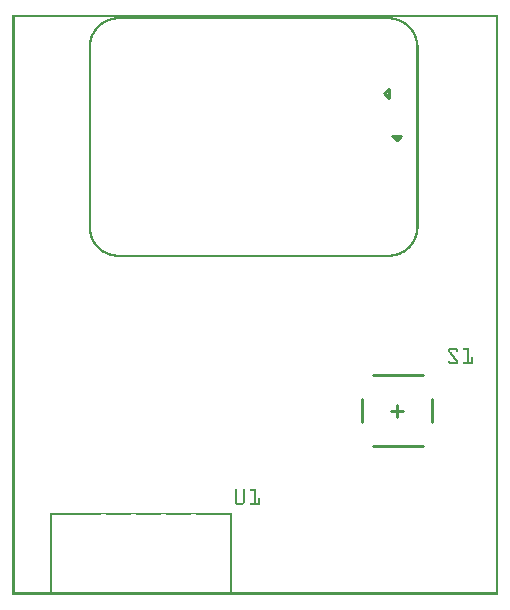
<source format=gto>
G04 MADE WITH FRITZING*
G04 WWW.FRITZING.ORG*
G04 DOUBLE SIDED*
G04 HOLES PLATED*
G04 CONTOUR ON CENTER OF CONTOUR VECTOR*
%ASAXBY*%
%FSLAX23Y23*%
%MOIN*%
%OFA0B0*%
%SFA1.0B1.0*%
%ADD10C,0.010000*%
%ADD11R,0.001000X0.001000*%
%LNSILK1*%
G90*
G70*
G54D10*
X1401Y655D02*
X1401Y576D01*
D02*
X1204Y733D02*
X1371Y733D01*
D02*
X1204Y497D02*
X1371Y497D01*
D02*
X1165Y655D02*
X1165Y576D01*
D02*
X1283Y635D02*
X1283Y595D01*
D02*
X1302Y615D02*
X1263Y615D01*
X1240Y1672D02*
X1255Y1687D01*
X1255Y1657D01*
X1240Y1672D01*
X1245Y1667D02*
X1255Y1667D01*
X1245Y1667D01*
D02*
X1268Y1531D02*
X1298Y1531D01*
X1283Y1516D01*
X1268Y1531D01*
X1282Y1517D02*
X1284Y1517D01*
X1282Y1517D01*
D02*
G54D11*
X1Y1934D02*
X1621Y1934D01*
X1Y1933D02*
X1621Y1933D01*
X1Y1932D02*
X1621Y1932D01*
X1Y1931D02*
X1621Y1931D01*
X1Y1930D02*
X1621Y1930D01*
X1Y1929D02*
X1621Y1929D01*
X1Y1928D02*
X1621Y1928D01*
X1Y1927D02*
X1621Y1927D01*
X1Y1926D02*
X8Y1926D01*
X348Y1926D02*
X1262Y1926D01*
X1614Y1926D02*
X1621Y1926D01*
X1Y1925D02*
X8Y1925D01*
X340Y1925D02*
X1271Y1925D01*
X1614Y1925D02*
X1621Y1925D01*
X1Y1924D02*
X8Y1924D01*
X335Y1924D02*
X1276Y1924D01*
X1614Y1924D02*
X1621Y1924D01*
X1Y1923D02*
X8Y1923D01*
X331Y1923D02*
X1280Y1923D01*
X1614Y1923D02*
X1621Y1923D01*
X1Y1922D02*
X8Y1922D01*
X327Y1922D02*
X1283Y1922D01*
X1614Y1922D02*
X1621Y1922D01*
X1Y1921D02*
X8Y1921D01*
X324Y1921D02*
X1287Y1921D01*
X1614Y1921D02*
X1621Y1921D01*
X1Y1920D02*
X8Y1920D01*
X321Y1920D02*
X1289Y1920D01*
X1614Y1920D02*
X1621Y1920D01*
X1Y1919D02*
X8Y1919D01*
X318Y1919D02*
X1292Y1919D01*
X1614Y1919D02*
X1621Y1919D01*
X1Y1918D02*
X8Y1918D01*
X316Y1918D02*
X347Y1918D01*
X1263Y1918D02*
X1294Y1918D01*
X1614Y1918D02*
X1621Y1918D01*
X1Y1917D02*
X8Y1917D01*
X314Y1917D02*
X339Y1917D01*
X1272Y1917D02*
X1297Y1917D01*
X1614Y1917D02*
X1621Y1917D01*
X1Y1916D02*
X8Y1916D01*
X312Y1916D02*
X334Y1916D01*
X1277Y1916D02*
X1299Y1916D01*
X1614Y1916D02*
X1621Y1916D01*
X1Y1915D02*
X8Y1915D01*
X310Y1915D02*
X330Y1915D01*
X1280Y1915D02*
X1301Y1915D01*
X1614Y1915D02*
X1621Y1915D01*
X1Y1914D02*
X8Y1914D01*
X308Y1914D02*
X327Y1914D01*
X1284Y1914D02*
X1303Y1914D01*
X1614Y1914D02*
X1621Y1914D01*
X1Y1913D02*
X8Y1913D01*
X306Y1913D02*
X324Y1913D01*
X1287Y1913D02*
X1304Y1913D01*
X1614Y1913D02*
X1621Y1913D01*
X1Y1912D02*
X8Y1912D01*
X304Y1912D02*
X321Y1912D01*
X1289Y1912D02*
X1306Y1912D01*
X1614Y1912D02*
X1621Y1912D01*
X1Y1911D02*
X8Y1911D01*
X303Y1911D02*
X319Y1911D01*
X1292Y1911D02*
X1308Y1911D01*
X1614Y1911D02*
X1621Y1911D01*
X1Y1910D02*
X8Y1910D01*
X301Y1910D02*
X317Y1910D01*
X1294Y1910D02*
X1309Y1910D01*
X1614Y1910D02*
X1621Y1910D01*
X1Y1909D02*
X8Y1909D01*
X300Y1909D02*
X314Y1909D01*
X1296Y1909D02*
X1311Y1909D01*
X1614Y1909D02*
X1621Y1909D01*
X1Y1908D02*
X8Y1908D01*
X298Y1908D02*
X312Y1908D01*
X1298Y1908D02*
X1312Y1908D01*
X1614Y1908D02*
X1621Y1908D01*
X1Y1907D02*
X8Y1907D01*
X297Y1907D02*
X311Y1907D01*
X1300Y1907D02*
X1314Y1907D01*
X1614Y1907D02*
X1621Y1907D01*
X1Y1906D02*
X8Y1906D01*
X295Y1906D02*
X309Y1906D01*
X1302Y1906D02*
X1315Y1906D01*
X1614Y1906D02*
X1621Y1906D01*
X1Y1905D02*
X8Y1905D01*
X294Y1905D02*
X307Y1905D01*
X1303Y1905D02*
X1316Y1905D01*
X1614Y1905D02*
X1621Y1905D01*
X1Y1904D02*
X8Y1904D01*
X293Y1904D02*
X305Y1904D01*
X1305Y1904D02*
X1318Y1904D01*
X1614Y1904D02*
X1621Y1904D01*
X1Y1903D02*
X8Y1903D01*
X292Y1903D02*
X304Y1903D01*
X1307Y1903D02*
X1319Y1903D01*
X1614Y1903D02*
X1621Y1903D01*
X1Y1902D02*
X8Y1902D01*
X290Y1902D02*
X303Y1902D01*
X1308Y1902D02*
X1320Y1902D01*
X1614Y1902D02*
X1621Y1902D01*
X1Y1901D02*
X8Y1901D01*
X289Y1901D02*
X301Y1901D01*
X1309Y1901D02*
X1321Y1901D01*
X1614Y1901D02*
X1621Y1901D01*
X1Y1900D02*
X8Y1900D01*
X288Y1900D02*
X300Y1900D01*
X1311Y1900D02*
X1322Y1900D01*
X1614Y1900D02*
X1621Y1900D01*
X1Y1899D02*
X8Y1899D01*
X287Y1899D02*
X298Y1899D01*
X1312Y1899D02*
X1323Y1899D01*
X1614Y1899D02*
X1621Y1899D01*
X1Y1898D02*
X8Y1898D01*
X286Y1898D02*
X297Y1898D01*
X1313Y1898D02*
X1324Y1898D01*
X1614Y1898D02*
X1621Y1898D01*
X1Y1897D02*
X8Y1897D01*
X285Y1897D02*
X296Y1897D01*
X1315Y1897D02*
X1325Y1897D01*
X1614Y1897D02*
X1621Y1897D01*
X1Y1896D02*
X8Y1896D01*
X284Y1896D02*
X295Y1896D01*
X1316Y1896D02*
X1326Y1896D01*
X1614Y1896D02*
X1621Y1896D01*
X1Y1895D02*
X8Y1895D01*
X283Y1895D02*
X294Y1895D01*
X1317Y1895D02*
X1327Y1895D01*
X1614Y1895D02*
X1621Y1895D01*
X1Y1894D02*
X8Y1894D01*
X282Y1894D02*
X293Y1894D01*
X1318Y1894D02*
X1328Y1894D01*
X1614Y1894D02*
X1621Y1894D01*
X1Y1893D02*
X8Y1893D01*
X281Y1893D02*
X291Y1893D01*
X1319Y1893D02*
X1329Y1893D01*
X1614Y1893D02*
X1621Y1893D01*
X1Y1892D02*
X8Y1892D01*
X280Y1892D02*
X290Y1892D01*
X1320Y1892D02*
X1330Y1892D01*
X1614Y1892D02*
X1621Y1892D01*
X1Y1891D02*
X8Y1891D01*
X280Y1891D02*
X289Y1891D01*
X1321Y1891D02*
X1331Y1891D01*
X1614Y1891D02*
X1621Y1891D01*
X1Y1890D02*
X8Y1890D01*
X279Y1890D02*
X288Y1890D01*
X1322Y1890D02*
X1332Y1890D01*
X1614Y1890D02*
X1621Y1890D01*
X1Y1889D02*
X8Y1889D01*
X278Y1889D02*
X288Y1889D01*
X1323Y1889D02*
X1333Y1889D01*
X1614Y1889D02*
X1621Y1889D01*
X1Y1888D02*
X8Y1888D01*
X277Y1888D02*
X287Y1888D01*
X1324Y1888D02*
X1333Y1888D01*
X1614Y1888D02*
X1621Y1888D01*
X1Y1887D02*
X8Y1887D01*
X276Y1887D02*
X286Y1887D01*
X1325Y1887D02*
X1334Y1887D01*
X1614Y1887D02*
X1621Y1887D01*
X1Y1886D02*
X8Y1886D01*
X276Y1886D02*
X285Y1886D01*
X1326Y1886D02*
X1335Y1886D01*
X1614Y1886D02*
X1621Y1886D01*
X1Y1885D02*
X8Y1885D01*
X275Y1885D02*
X284Y1885D01*
X1327Y1885D02*
X1336Y1885D01*
X1614Y1885D02*
X1621Y1885D01*
X1Y1884D02*
X8Y1884D01*
X274Y1884D02*
X283Y1884D01*
X1327Y1884D02*
X1336Y1884D01*
X1614Y1884D02*
X1621Y1884D01*
X1Y1883D02*
X8Y1883D01*
X273Y1883D02*
X282Y1883D01*
X1328Y1883D02*
X1337Y1883D01*
X1614Y1883D02*
X1621Y1883D01*
X1Y1882D02*
X8Y1882D01*
X273Y1882D02*
X282Y1882D01*
X1329Y1882D02*
X1338Y1882D01*
X1614Y1882D02*
X1621Y1882D01*
X1Y1881D02*
X8Y1881D01*
X272Y1881D02*
X281Y1881D01*
X1330Y1881D02*
X1338Y1881D01*
X1614Y1881D02*
X1621Y1881D01*
X1Y1880D02*
X8Y1880D01*
X271Y1880D02*
X280Y1880D01*
X1330Y1880D02*
X1339Y1880D01*
X1614Y1880D02*
X1621Y1880D01*
X1Y1879D02*
X8Y1879D01*
X271Y1879D02*
X279Y1879D01*
X1331Y1879D02*
X1340Y1879D01*
X1614Y1879D02*
X1621Y1879D01*
X1Y1878D02*
X8Y1878D01*
X270Y1878D02*
X279Y1878D01*
X1332Y1878D02*
X1340Y1878D01*
X1614Y1878D02*
X1621Y1878D01*
X1Y1877D02*
X8Y1877D01*
X270Y1877D02*
X278Y1877D01*
X1333Y1877D02*
X1341Y1877D01*
X1614Y1877D02*
X1621Y1877D01*
X1Y1876D02*
X8Y1876D01*
X269Y1876D02*
X277Y1876D01*
X1333Y1876D02*
X1341Y1876D01*
X1614Y1876D02*
X1621Y1876D01*
X1Y1875D02*
X8Y1875D01*
X269Y1875D02*
X277Y1875D01*
X1334Y1875D02*
X1342Y1875D01*
X1614Y1875D02*
X1621Y1875D01*
X1Y1874D02*
X8Y1874D01*
X268Y1874D02*
X276Y1874D01*
X1334Y1874D02*
X1343Y1874D01*
X1614Y1874D02*
X1621Y1874D01*
X1Y1873D02*
X8Y1873D01*
X267Y1873D02*
X276Y1873D01*
X1335Y1873D02*
X1343Y1873D01*
X1614Y1873D02*
X1621Y1873D01*
X1Y1872D02*
X8Y1872D01*
X267Y1872D02*
X275Y1872D01*
X1336Y1872D02*
X1344Y1872D01*
X1614Y1872D02*
X1621Y1872D01*
X1Y1871D02*
X8Y1871D01*
X266Y1871D02*
X274Y1871D01*
X1336Y1871D02*
X1344Y1871D01*
X1614Y1871D02*
X1621Y1871D01*
X1Y1870D02*
X8Y1870D01*
X266Y1870D02*
X274Y1870D01*
X1337Y1870D02*
X1345Y1870D01*
X1614Y1870D02*
X1621Y1870D01*
X1Y1869D02*
X8Y1869D01*
X265Y1869D02*
X273Y1869D01*
X1337Y1869D02*
X1345Y1869D01*
X1614Y1869D02*
X1621Y1869D01*
X1Y1868D02*
X8Y1868D01*
X265Y1868D02*
X273Y1868D01*
X1338Y1868D02*
X1346Y1868D01*
X1614Y1868D02*
X1621Y1868D01*
X1Y1867D02*
X8Y1867D01*
X265Y1867D02*
X272Y1867D01*
X1338Y1867D02*
X1346Y1867D01*
X1614Y1867D02*
X1621Y1867D01*
X1Y1866D02*
X8Y1866D01*
X264Y1866D02*
X272Y1866D01*
X1339Y1866D02*
X1346Y1866D01*
X1614Y1866D02*
X1621Y1866D01*
X1Y1865D02*
X8Y1865D01*
X264Y1865D02*
X271Y1865D01*
X1339Y1865D02*
X1347Y1865D01*
X1614Y1865D02*
X1621Y1865D01*
X1Y1864D02*
X8Y1864D01*
X263Y1864D02*
X271Y1864D01*
X1340Y1864D02*
X1347Y1864D01*
X1614Y1864D02*
X1621Y1864D01*
X1Y1863D02*
X8Y1863D01*
X263Y1863D02*
X270Y1863D01*
X1340Y1863D02*
X1348Y1863D01*
X1614Y1863D02*
X1621Y1863D01*
X1Y1862D02*
X8Y1862D01*
X262Y1862D02*
X270Y1862D01*
X1341Y1862D02*
X1348Y1862D01*
X1614Y1862D02*
X1621Y1862D01*
X1Y1861D02*
X8Y1861D01*
X262Y1861D02*
X269Y1861D01*
X1341Y1861D02*
X1348Y1861D01*
X1614Y1861D02*
X1621Y1861D01*
X1Y1860D02*
X8Y1860D01*
X262Y1860D02*
X269Y1860D01*
X1341Y1860D02*
X1349Y1860D01*
X1614Y1860D02*
X1621Y1860D01*
X1Y1859D02*
X8Y1859D01*
X261Y1859D02*
X269Y1859D01*
X1342Y1859D02*
X1349Y1859D01*
X1614Y1859D02*
X1621Y1859D01*
X1Y1858D02*
X8Y1858D01*
X261Y1858D02*
X268Y1858D01*
X1342Y1858D02*
X1350Y1858D01*
X1614Y1858D02*
X1621Y1858D01*
X1Y1857D02*
X8Y1857D01*
X261Y1857D02*
X268Y1857D01*
X1343Y1857D02*
X1350Y1857D01*
X1614Y1857D02*
X1621Y1857D01*
X1Y1856D02*
X8Y1856D01*
X260Y1856D02*
X268Y1856D01*
X1343Y1856D02*
X1350Y1856D01*
X1614Y1856D02*
X1621Y1856D01*
X1Y1855D02*
X8Y1855D01*
X260Y1855D02*
X267Y1855D01*
X1343Y1855D02*
X1350Y1855D01*
X1614Y1855D02*
X1621Y1855D01*
X1Y1854D02*
X8Y1854D01*
X260Y1854D02*
X267Y1854D01*
X1344Y1854D02*
X1351Y1854D01*
X1614Y1854D02*
X1621Y1854D01*
X1Y1853D02*
X8Y1853D01*
X259Y1853D02*
X267Y1853D01*
X1344Y1853D02*
X1351Y1853D01*
X1614Y1853D02*
X1621Y1853D01*
X1Y1852D02*
X8Y1852D01*
X259Y1852D02*
X266Y1852D01*
X1344Y1852D02*
X1351Y1852D01*
X1614Y1852D02*
X1621Y1852D01*
X1Y1851D02*
X8Y1851D01*
X259Y1851D02*
X266Y1851D01*
X1344Y1851D02*
X1352Y1851D01*
X1614Y1851D02*
X1621Y1851D01*
X1Y1850D02*
X8Y1850D01*
X259Y1850D02*
X266Y1850D01*
X1345Y1850D02*
X1352Y1850D01*
X1614Y1850D02*
X1621Y1850D01*
X1Y1849D02*
X8Y1849D01*
X258Y1849D02*
X266Y1849D01*
X1345Y1849D02*
X1352Y1849D01*
X1614Y1849D02*
X1621Y1849D01*
X1Y1848D02*
X8Y1848D01*
X258Y1848D02*
X265Y1848D01*
X1345Y1848D02*
X1352Y1848D01*
X1614Y1848D02*
X1621Y1848D01*
X1Y1847D02*
X8Y1847D01*
X258Y1847D02*
X265Y1847D01*
X1345Y1847D02*
X1352Y1847D01*
X1614Y1847D02*
X1621Y1847D01*
X1Y1846D02*
X8Y1846D01*
X258Y1846D02*
X265Y1846D01*
X1346Y1846D02*
X1353Y1846D01*
X1614Y1846D02*
X1621Y1846D01*
X1Y1845D02*
X8Y1845D01*
X258Y1845D02*
X265Y1845D01*
X1346Y1845D02*
X1353Y1845D01*
X1614Y1845D02*
X1621Y1845D01*
X1Y1844D02*
X8Y1844D01*
X257Y1844D02*
X264Y1844D01*
X1346Y1844D02*
X1353Y1844D01*
X1614Y1844D02*
X1621Y1844D01*
X1Y1843D02*
X8Y1843D01*
X257Y1843D02*
X264Y1843D01*
X1346Y1843D02*
X1353Y1843D01*
X1614Y1843D02*
X1621Y1843D01*
X1Y1842D02*
X8Y1842D01*
X257Y1842D02*
X264Y1842D01*
X1346Y1842D02*
X1353Y1842D01*
X1614Y1842D02*
X1621Y1842D01*
X1Y1841D02*
X8Y1841D01*
X257Y1841D02*
X264Y1841D01*
X1347Y1841D02*
X1354Y1841D01*
X1614Y1841D02*
X1621Y1841D01*
X1Y1840D02*
X8Y1840D01*
X257Y1840D02*
X264Y1840D01*
X1347Y1840D02*
X1354Y1840D01*
X1614Y1840D02*
X1621Y1840D01*
X1Y1839D02*
X8Y1839D01*
X257Y1839D02*
X264Y1839D01*
X1347Y1839D02*
X1354Y1839D01*
X1614Y1839D02*
X1621Y1839D01*
X1Y1838D02*
X8Y1838D01*
X256Y1838D02*
X263Y1838D01*
X1347Y1838D02*
X1354Y1838D01*
X1614Y1838D02*
X1621Y1838D01*
X1Y1837D02*
X8Y1837D01*
X256Y1837D02*
X263Y1837D01*
X1347Y1837D02*
X1354Y1837D01*
X1614Y1837D02*
X1621Y1837D01*
X1Y1836D02*
X8Y1836D01*
X256Y1836D02*
X263Y1836D01*
X1347Y1836D02*
X1354Y1836D01*
X1614Y1836D02*
X1621Y1836D01*
X1Y1835D02*
X8Y1835D01*
X256Y1835D02*
X263Y1835D01*
X1347Y1835D02*
X1354Y1835D01*
X1614Y1835D02*
X1621Y1835D01*
X1Y1834D02*
X8Y1834D01*
X256Y1834D02*
X263Y1834D01*
X1347Y1834D02*
X1354Y1834D01*
X1614Y1834D02*
X1621Y1834D01*
X1Y1833D02*
X8Y1833D01*
X256Y1833D02*
X263Y1833D01*
X1348Y1833D02*
X1354Y1833D01*
X1614Y1833D02*
X1621Y1833D01*
X1Y1832D02*
X8Y1832D01*
X256Y1832D02*
X263Y1832D01*
X1348Y1832D02*
X1355Y1832D01*
X1614Y1832D02*
X1621Y1832D01*
X1Y1831D02*
X8Y1831D01*
X256Y1831D02*
X263Y1831D01*
X1348Y1831D02*
X1355Y1831D01*
X1614Y1831D02*
X1621Y1831D01*
X1Y1830D02*
X8Y1830D01*
X256Y1830D02*
X263Y1830D01*
X1348Y1830D02*
X1355Y1830D01*
X1614Y1830D02*
X1621Y1830D01*
X1Y1829D02*
X8Y1829D01*
X256Y1829D02*
X263Y1829D01*
X1348Y1829D02*
X1355Y1829D01*
X1614Y1829D02*
X1621Y1829D01*
X1Y1828D02*
X8Y1828D01*
X256Y1828D02*
X263Y1828D01*
X1348Y1828D02*
X1355Y1828D01*
X1614Y1828D02*
X1621Y1828D01*
X1Y1827D02*
X8Y1827D01*
X256Y1827D02*
X263Y1827D01*
X1348Y1827D02*
X1355Y1827D01*
X1614Y1827D02*
X1621Y1827D01*
X1Y1826D02*
X8Y1826D01*
X256Y1826D02*
X263Y1826D01*
X1348Y1826D02*
X1355Y1826D01*
X1614Y1826D02*
X1621Y1826D01*
X1Y1825D02*
X8Y1825D01*
X256Y1825D02*
X263Y1825D01*
X1348Y1825D02*
X1355Y1825D01*
X1614Y1825D02*
X1621Y1825D01*
X1Y1824D02*
X8Y1824D01*
X256Y1824D02*
X263Y1824D01*
X1348Y1824D02*
X1355Y1824D01*
X1614Y1824D02*
X1621Y1824D01*
X1Y1823D02*
X8Y1823D01*
X256Y1823D02*
X263Y1823D01*
X1348Y1823D02*
X1355Y1823D01*
X1614Y1823D02*
X1621Y1823D01*
X1Y1822D02*
X8Y1822D01*
X256Y1822D02*
X263Y1822D01*
X1348Y1822D02*
X1355Y1822D01*
X1614Y1822D02*
X1621Y1822D01*
X1Y1821D02*
X8Y1821D01*
X256Y1821D02*
X263Y1821D01*
X1348Y1821D02*
X1355Y1821D01*
X1614Y1821D02*
X1621Y1821D01*
X1Y1820D02*
X8Y1820D01*
X256Y1820D02*
X263Y1820D01*
X1348Y1820D02*
X1355Y1820D01*
X1614Y1820D02*
X1621Y1820D01*
X1Y1819D02*
X8Y1819D01*
X256Y1819D02*
X263Y1819D01*
X1348Y1819D02*
X1355Y1819D01*
X1614Y1819D02*
X1621Y1819D01*
X1Y1818D02*
X8Y1818D01*
X256Y1818D02*
X263Y1818D01*
X1348Y1818D02*
X1355Y1818D01*
X1614Y1818D02*
X1621Y1818D01*
X1Y1817D02*
X8Y1817D01*
X256Y1817D02*
X263Y1817D01*
X1348Y1817D02*
X1355Y1817D01*
X1614Y1817D02*
X1621Y1817D01*
X1Y1816D02*
X8Y1816D01*
X256Y1816D02*
X263Y1816D01*
X1348Y1816D02*
X1355Y1816D01*
X1614Y1816D02*
X1621Y1816D01*
X1Y1815D02*
X8Y1815D01*
X256Y1815D02*
X263Y1815D01*
X1348Y1815D02*
X1355Y1815D01*
X1614Y1815D02*
X1621Y1815D01*
X1Y1814D02*
X8Y1814D01*
X256Y1814D02*
X263Y1814D01*
X1348Y1814D02*
X1355Y1814D01*
X1614Y1814D02*
X1621Y1814D01*
X1Y1813D02*
X8Y1813D01*
X256Y1813D02*
X263Y1813D01*
X1348Y1813D02*
X1355Y1813D01*
X1614Y1813D02*
X1621Y1813D01*
X1Y1812D02*
X8Y1812D01*
X256Y1812D02*
X263Y1812D01*
X1348Y1812D02*
X1355Y1812D01*
X1614Y1812D02*
X1621Y1812D01*
X1Y1811D02*
X8Y1811D01*
X256Y1811D02*
X263Y1811D01*
X1348Y1811D02*
X1355Y1811D01*
X1614Y1811D02*
X1621Y1811D01*
X1Y1810D02*
X8Y1810D01*
X256Y1810D02*
X263Y1810D01*
X1348Y1810D02*
X1355Y1810D01*
X1614Y1810D02*
X1621Y1810D01*
X1Y1809D02*
X8Y1809D01*
X256Y1809D02*
X263Y1809D01*
X1348Y1809D02*
X1355Y1809D01*
X1614Y1809D02*
X1621Y1809D01*
X1Y1808D02*
X8Y1808D01*
X256Y1808D02*
X263Y1808D01*
X1348Y1808D02*
X1355Y1808D01*
X1614Y1808D02*
X1621Y1808D01*
X1Y1807D02*
X8Y1807D01*
X256Y1807D02*
X263Y1807D01*
X1348Y1807D02*
X1355Y1807D01*
X1614Y1807D02*
X1621Y1807D01*
X1Y1806D02*
X8Y1806D01*
X256Y1806D02*
X263Y1806D01*
X1348Y1806D02*
X1355Y1806D01*
X1614Y1806D02*
X1621Y1806D01*
X1Y1805D02*
X8Y1805D01*
X256Y1805D02*
X263Y1805D01*
X1348Y1805D02*
X1355Y1805D01*
X1614Y1805D02*
X1621Y1805D01*
X1Y1804D02*
X8Y1804D01*
X256Y1804D02*
X263Y1804D01*
X1348Y1804D02*
X1355Y1804D01*
X1614Y1804D02*
X1621Y1804D01*
X1Y1803D02*
X8Y1803D01*
X256Y1803D02*
X263Y1803D01*
X1348Y1803D02*
X1355Y1803D01*
X1614Y1803D02*
X1621Y1803D01*
X1Y1802D02*
X8Y1802D01*
X256Y1802D02*
X263Y1802D01*
X1348Y1802D02*
X1355Y1802D01*
X1614Y1802D02*
X1621Y1802D01*
X1Y1801D02*
X8Y1801D01*
X256Y1801D02*
X263Y1801D01*
X1348Y1801D02*
X1355Y1801D01*
X1614Y1801D02*
X1621Y1801D01*
X1Y1800D02*
X8Y1800D01*
X256Y1800D02*
X263Y1800D01*
X1348Y1800D02*
X1355Y1800D01*
X1614Y1800D02*
X1621Y1800D01*
X1Y1799D02*
X8Y1799D01*
X256Y1799D02*
X263Y1799D01*
X1348Y1799D02*
X1355Y1799D01*
X1614Y1799D02*
X1621Y1799D01*
X1Y1798D02*
X8Y1798D01*
X256Y1798D02*
X263Y1798D01*
X1348Y1798D02*
X1355Y1798D01*
X1614Y1798D02*
X1621Y1798D01*
X1Y1797D02*
X8Y1797D01*
X256Y1797D02*
X263Y1797D01*
X1348Y1797D02*
X1355Y1797D01*
X1614Y1797D02*
X1621Y1797D01*
X1Y1796D02*
X8Y1796D01*
X256Y1796D02*
X263Y1796D01*
X1348Y1796D02*
X1355Y1796D01*
X1614Y1796D02*
X1621Y1796D01*
X1Y1795D02*
X8Y1795D01*
X256Y1795D02*
X263Y1795D01*
X1348Y1795D02*
X1355Y1795D01*
X1614Y1795D02*
X1621Y1795D01*
X1Y1794D02*
X8Y1794D01*
X256Y1794D02*
X263Y1794D01*
X1348Y1794D02*
X1355Y1794D01*
X1614Y1794D02*
X1621Y1794D01*
X1Y1793D02*
X8Y1793D01*
X256Y1793D02*
X263Y1793D01*
X1348Y1793D02*
X1355Y1793D01*
X1614Y1793D02*
X1621Y1793D01*
X1Y1792D02*
X8Y1792D01*
X256Y1792D02*
X263Y1792D01*
X1348Y1792D02*
X1355Y1792D01*
X1614Y1792D02*
X1621Y1792D01*
X1Y1791D02*
X8Y1791D01*
X256Y1791D02*
X263Y1791D01*
X1348Y1791D02*
X1355Y1791D01*
X1614Y1791D02*
X1621Y1791D01*
X1Y1790D02*
X8Y1790D01*
X256Y1790D02*
X263Y1790D01*
X1348Y1790D02*
X1355Y1790D01*
X1614Y1790D02*
X1621Y1790D01*
X1Y1789D02*
X8Y1789D01*
X256Y1789D02*
X263Y1789D01*
X1348Y1789D02*
X1355Y1789D01*
X1614Y1789D02*
X1621Y1789D01*
X1Y1788D02*
X8Y1788D01*
X256Y1788D02*
X263Y1788D01*
X1348Y1788D02*
X1355Y1788D01*
X1614Y1788D02*
X1621Y1788D01*
X1Y1787D02*
X8Y1787D01*
X256Y1787D02*
X263Y1787D01*
X1348Y1787D02*
X1355Y1787D01*
X1614Y1787D02*
X1621Y1787D01*
X1Y1786D02*
X8Y1786D01*
X256Y1786D02*
X263Y1786D01*
X1348Y1786D02*
X1355Y1786D01*
X1614Y1786D02*
X1621Y1786D01*
X1Y1785D02*
X8Y1785D01*
X256Y1785D02*
X263Y1785D01*
X1348Y1785D02*
X1355Y1785D01*
X1614Y1785D02*
X1621Y1785D01*
X1Y1784D02*
X8Y1784D01*
X256Y1784D02*
X263Y1784D01*
X1348Y1784D02*
X1355Y1784D01*
X1614Y1784D02*
X1621Y1784D01*
X1Y1783D02*
X8Y1783D01*
X256Y1783D02*
X263Y1783D01*
X1348Y1783D02*
X1355Y1783D01*
X1614Y1783D02*
X1621Y1783D01*
X1Y1782D02*
X8Y1782D01*
X256Y1782D02*
X263Y1782D01*
X1348Y1782D02*
X1355Y1782D01*
X1614Y1782D02*
X1621Y1782D01*
X1Y1781D02*
X8Y1781D01*
X256Y1781D02*
X263Y1781D01*
X1348Y1781D02*
X1355Y1781D01*
X1614Y1781D02*
X1621Y1781D01*
X1Y1780D02*
X8Y1780D01*
X256Y1780D02*
X263Y1780D01*
X1348Y1780D02*
X1355Y1780D01*
X1614Y1780D02*
X1621Y1780D01*
X1Y1779D02*
X8Y1779D01*
X256Y1779D02*
X263Y1779D01*
X1348Y1779D02*
X1355Y1779D01*
X1614Y1779D02*
X1621Y1779D01*
X1Y1778D02*
X8Y1778D01*
X256Y1778D02*
X263Y1778D01*
X1348Y1778D02*
X1355Y1778D01*
X1614Y1778D02*
X1621Y1778D01*
X1Y1777D02*
X8Y1777D01*
X256Y1777D02*
X263Y1777D01*
X1348Y1777D02*
X1355Y1777D01*
X1614Y1777D02*
X1621Y1777D01*
X1Y1776D02*
X8Y1776D01*
X256Y1776D02*
X263Y1776D01*
X1348Y1776D02*
X1355Y1776D01*
X1614Y1776D02*
X1621Y1776D01*
X1Y1775D02*
X8Y1775D01*
X256Y1775D02*
X263Y1775D01*
X1348Y1775D02*
X1355Y1775D01*
X1614Y1775D02*
X1621Y1775D01*
X1Y1774D02*
X8Y1774D01*
X256Y1774D02*
X263Y1774D01*
X1348Y1774D02*
X1355Y1774D01*
X1614Y1774D02*
X1621Y1774D01*
X1Y1773D02*
X8Y1773D01*
X256Y1773D02*
X263Y1773D01*
X1348Y1773D02*
X1355Y1773D01*
X1614Y1773D02*
X1621Y1773D01*
X1Y1772D02*
X8Y1772D01*
X256Y1772D02*
X263Y1772D01*
X1348Y1772D02*
X1355Y1772D01*
X1614Y1772D02*
X1621Y1772D01*
X1Y1771D02*
X8Y1771D01*
X256Y1771D02*
X263Y1771D01*
X1348Y1771D02*
X1355Y1771D01*
X1614Y1771D02*
X1621Y1771D01*
X1Y1770D02*
X8Y1770D01*
X256Y1770D02*
X263Y1770D01*
X1348Y1770D02*
X1355Y1770D01*
X1614Y1770D02*
X1621Y1770D01*
X1Y1769D02*
X8Y1769D01*
X256Y1769D02*
X263Y1769D01*
X1348Y1769D02*
X1355Y1769D01*
X1614Y1769D02*
X1621Y1769D01*
X1Y1768D02*
X8Y1768D01*
X256Y1768D02*
X263Y1768D01*
X1348Y1768D02*
X1355Y1768D01*
X1614Y1768D02*
X1621Y1768D01*
X1Y1767D02*
X8Y1767D01*
X256Y1767D02*
X263Y1767D01*
X1348Y1767D02*
X1355Y1767D01*
X1614Y1767D02*
X1621Y1767D01*
X1Y1766D02*
X8Y1766D01*
X256Y1766D02*
X263Y1766D01*
X1348Y1766D02*
X1355Y1766D01*
X1614Y1766D02*
X1621Y1766D01*
X1Y1765D02*
X8Y1765D01*
X256Y1765D02*
X263Y1765D01*
X1348Y1765D02*
X1355Y1765D01*
X1614Y1765D02*
X1621Y1765D01*
X1Y1764D02*
X8Y1764D01*
X256Y1764D02*
X263Y1764D01*
X1348Y1764D02*
X1355Y1764D01*
X1614Y1764D02*
X1621Y1764D01*
X1Y1763D02*
X8Y1763D01*
X256Y1763D02*
X263Y1763D01*
X1348Y1763D02*
X1355Y1763D01*
X1614Y1763D02*
X1621Y1763D01*
X1Y1762D02*
X8Y1762D01*
X256Y1762D02*
X263Y1762D01*
X1348Y1762D02*
X1355Y1762D01*
X1614Y1762D02*
X1621Y1762D01*
X1Y1761D02*
X8Y1761D01*
X256Y1761D02*
X263Y1761D01*
X1348Y1761D02*
X1355Y1761D01*
X1614Y1761D02*
X1621Y1761D01*
X1Y1760D02*
X8Y1760D01*
X256Y1760D02*
X263Y1760D01*
X1348Y1760D02*
X1355Y1760D01*
X1614Y1760D02*
X1621Y1760D01*
X1Y1759D02*
X8Y1759D01*
X256Y1759D02*
X263Y1759D01*
X1348Y1759D02*
X1355Y1759D01*
X1614Y1759D02*
X1621Y1759D01*
X1Y1758D02*
X8Y1758D01*
X256Y1758D02*
X263Y1758D01*
X1348Y1758D02*
X1355Y1758D01*
X1614Y1758D02*
X1621Y1758D01*
X1Y1757D02*
X8Y1757D01*
X256Y1757D02*
X263Y1757D01*
X1348Y1757D02*
X1355Y1757D01*
X1614Y1757D02*
X1621Y1757D01*
X1Y1756D02*
X8Y1756D01*
X256Y1756D02*
X263Y1756D01*
X1348Y1756D02*
X1355Y1756D01*
X1614Y1756D02*
X1621Y1756D01*
X1Y1755D02*
X8Y1755D01*
X256Y1755D02*
X263Y1755D01*
X1348Y1755D02*
X1355Y1755D01*
X1614Y1755D02*
X1621Y1755D01*
X1Y1754D02*
X8Y1754D01*
X256Y1754D02*
X263Y1754D01*
X1348Y1754D02*
X1355Y1754D01*
X1614Y1754D02*
X1621Y1754D01*
X1Y1753D02*
X8Y1753D01*
X256Y1753D02*
X263Y1753D01*
X1348Y1753D02*
X1355Y1753D01*
X1614Y1753D02*
X1621Y1753D01*
X1Y1752D02*
X8Y1752D01*
X256Y1752D02*
X263Y1752D01*
X1348Y1752D02*
X1355Y1752D01*
X1614Y1752D02*
X1621Y1752D01*
X1Y1751D02*
X8Y1751D01*
X256Y1751D02*
X263Y1751D01*
X1348Y1751D02*
X1355Y1751D01*
X1614Y1751D02*
X1621Y1751D01*
X1Y1750D02*
X8Y1750D01*
X256Y1750D02*
X263Y1750D01*
X1348Y1750D02*
X1355Y1750D01*
X1614Y1750D02*
X1621Y1750D01*
X1Y1749D02*
X8Y1749D01*
X256Y1749D02*
X263Y1749D01*
X1348Y1749D02*
X1355Y1749D01*
X1614Y1749D02*
X1621Y1749D01*
X1Y1748D02*
X8Y1748D01*
X256Y1748D02*
X263Y1748D01*
X1348Y1748D02*
X1355Y1748D01*
X1614Y1748D02*
X1621Y1748D01*
X1Y1747D02*
X8Y1747D01*
X256Y1747D02*
X263Y1747D01*
X1348Y1747D02*
X1355Y1747D01*
X1614Y1747D02*
X1621Y1747D01*
X1Y1746D02*
X8Y1746D01*
X256Y1746D02*
X263Y1746D01*
X1348Y1746D02*
X1355Y1746D01*
X1614Y1746D02*
X1621Y1746D01*
X1Y1745D02*
X8Y1745D01*
X256Y1745D02*
X263Y1745D01*
X1348Y1745D02*
X1355Y1745D01*
X1614Y1745D02*
X1621Y1745D01*
X1Y1744D02*
X8Y1744D01*
X256Y1744D02*
X263Y1744D01*
X1348Y1744D02*
X1355Y1744D01*
X1614Y1744D02*
X1621Y1744D01*
X1Y1743D02*
X8Y1743D01*
X256Y1743D02*
X263Y1743D01*
X1348Y1743D02*
X1355Y1743D01*
X1614Y1743D02*
X1621Y1743D01*
X1Y1742D02*
X8Y1742D01*
X256Y1742D02*
X263Y1742D01*
X1348Y1742D02*
X1355Y1742D01*
X1614Y1742D02*
X1621Y1742D01*
X1Y1741D02*
X8Y1741D01*
X256Y1741D02*
X263Y1741D01*
X1348Y1741D02*
X1355Y1741D01*
X1614Y1741D02*
X1621Y1741D01*
X1Y1740D02*
X8Y1740D01*
X256Y1740D02*
X263Y1740D01*
X1348Y1740D02*
X1355Y1740D01*
X1614Y1740D02*
X1621Y1740D01*
X1Y1739D02*
X8Y1739D01*
X256Y1739D02*
X263Y1739D01*
X1348Y1739D02*
X1355Y1739D01*
X1614Y1739D02*
X1621Y1739D01*
X1Y1738D02*
X8Y1738D01*
X256Y1738D02*
X263Y1738D01*
X1348Y1738D02*
X1355Y1738D01*
X1614Y1738D02*
X1621Y1738D01*
X1Y1737D02*
X8Y1737D01*
X256Y1737D02*
X263Y1737D01*
X1348Y1737D02*
X1355Y1737D01*
X1614Y1737D02*
X1621Y1737D01*
X1Y1736D02*
X8Y1736D01*
X256Y1736D02*
X263Y1736D01*
X1348Y1736D02*
X1355Y1736D01*
X1614Y1736D02*
X1621Y1736D01*
X1Y1735D02*
X8Y1735D01*
X256Y1735D02*
X263Y1735D01*
X1348Y1735D02*
X1355Y1735D01*
X1614Y1735D02*
X1621Y1735D01*
X1Y1734D02*
X8Y1734D01*
X256Y1734D02*
X263Y1734D01*
X1348Y1734D02*
X1355Y1734D01*
X1614Y1734D02*
X1621Y1734D01*
X1Y1733D02*
X8Y1733D01*
X256Y1733D02*
X263Y1733D01*
X1348Y1733D02*
X1355Y1733D01*
X1614Y1733D02*
X1621Y1733D01*
X1Y1732D02*
X8Y1732D01*
X256Y1732D02*
X263Y1732D01*
X1348Y1732D02*
X1355Y1732D01*
X1614Y1732D02*
X1621Y1732D01*
X1Y1731D02*
X8Y1731D01*
X256Y1731D02*
X263Y1731D01*
X1348Y1731D02*
X1355Y1731D01*
X1614Y1731D02*
X1621Y1731D01*
X1Y1730D02*
X8Y1730D01*
X256Y1730D02*
X263Y1730D01*
X1348Y1730D02*
X1355Y1730D01*
X1614Y1730D02*
X1621Y1730D01*
X1Y1729D02*
X8Y1729D01*
X256Y1729D02*
X263Y1729D01*
X1348Y1729D02*
X1355Y1729D01*
X1614Y1729D02*
X1621Y1729D01*
X1Y1728D02*
X8Y1728D01*
X256Y1728D02*
X263Y1728D01*
X1348Y1728D02*
X1355Y1728D01*
X1614Y1728D02*
X1621Y1728D01*
X1Y1727D02*
X8Y1727D01*
X256Y1727D02*
X263Y1727D01*
X1348Y1727D02*
X1355Y1727D01*
X1614Y1727D02*
X1621Y1727D01*
X1Y1726D02*
X8Y1726D01*
X256Y1726D02*
X263Y1726D01*
X1348Y1726D02*
X1355Y1726D01*
X1614Y1726D02*
X1621Y1726D01*
X1Y1725D02*
X8Y1725D01*
X256Y1725D02*
X263Y1725D01*
X1348Y1725D02*
X1355Y1725D01*
X1614Y1725D02*
X1621Y1725D01*
X1Y1724D02*
X8Y1724D01*
X256Y1724D02*
X263Y1724D01*
X1348Y1724D02*
X1355Y1724D01*
X1614Y1724D02*
X1621Y1724D01*
X1Y1723D02*
X8Y1723D01*
X256Y1723D02*
X263Y1723D01*
X1348Y1723D02*
X1355Y1723D01*
X1614Y1723D02*
X1621Y1723D01*
X1Y1722D02*
X8Y1722D01*
X256Y1722D02*
X263Y1722D01*
X1348Y1722D02*
X1355Y1722D01*
X1614Y1722D02*
X1621Y1722D01*
X1Y1721D02*
X8Y1721D01*
X256Y1721D02*
X263Y1721D01*
X1348Y1721D02*
X1355Y1721D01*
X1614Y1721D02*
X1621Y1721D01*
X1Y1720D02*
X8Y1720D01*
X256Y1720D02*
X263Y1720D01*
X1348Y1720D02*
X1355Y1720D01*
X1614Y1720D02*
X1621Y1720D01*
X1Y1719D02*
X8Y1719D01*
X256Y1719D02*
X263Y1719D01*
X1348Y1719D02*
X1355Y1719D01*
X1614Y1719D02*
X1621Y1719D01*
X1Y1718D02*
X8Y1718D01*
X256Y1718D02*
X263Y1718D01*
X1348Y1718D02*
X1355Y1718D01*
X1614Y1718D02*
X1621Y1718D01*
X1Y1717D02*
X8Y1717D01*
X256Y1717D02*
X263Y1717D01*
X1348Y1717D02*
X1355Y1717D01*
X1614Y1717D02*
X1621Y1717D01*
X1Y1716D02*
X8Y1716D01*
X256Y1716D02*
X263Y1716D01*
X1348Y1716D02*
X1355Y1716D01*
X1614Y1716D02*
X1621Y1716D01*
X1Y1715D02*
X8Y1715D01*
X256Y1715D02*
X263Y1715D01*
X1348Y1715D02*
X1355Y1715D01*
X1614Y1715D02*
X1621Y1715D01*
X1Y1714D02*
X8Y1714D01*
X256Y1714D02*
X263Y1714D01*
X1348Y1714D02*
X1355Y1714D01*
X1614Y1714D02*
X1621Y1714D01*
X1Y1713D02*
X8Y1713D01*
X256Y1713D02*
X263Y1713D01*
X1348Y1713D02*
X1355Y1713D01*
X1614Y1713D02*
X1621Y1713D01*
X1Y1712D02*
X8Y1712D01*
X256Y1712D02*
X263Y1712D01*
X1348Y1712D02*
X1355Y1712D01*
X1614Y1712D02*
X1621Y1712D01*
X1Y1711D02*
X8Y1711D01*
X256Y1711D02*
X263Y1711D01*
X1348Y1711D02*
X1355Y1711D01*
X1614Y1711D02*
X1621Y1711D01*
X1Y1710D02*
X8Y1710D01*
X256Y1710D02*
X263Y1710D01*
X1348Y1710D02*
X1355Y1710D01*
X1614Y1710D02*
X1621Y1710D01*
X1Y1709D02*
X8Y1709D01*
X256Y1709D02*
X263Y1709D01*
X1348Y1709D02*
X1355Y1709D01*
X1614Y1709D02*
X1621Y1709D01*
X1Y1708D02*
X8Y1708D01*
X256Y1708D02*
X263Y1708D01*
X1348Y1708D02*
X1355Y1708D01*
X1614Y1708D02*
X1621Y1708D01*
X1Y1707D02*
X8Y1707D01*
X256Y1707D02*
X263Y1707D01*
X1348Y1707D02*
X1355Y1707D01*
X1614Y1707D02*
X1621Y1707D01*
X1Y1706D02*
X8Y1706D01*
X256Y1706D02*
X263Y1706D01*
X1348Y1706D02*
X1355Y1706D01*
X1614Y1706D02*
X1621Y1706D01*
X1Y1705D02*
X8Y1705D01*
X256Y1705D02*
X263Y1705D01*
X1348Y1705D02*
X1355Y1705D01*
X1614Y1705D02*
X1621Y1705D01*
X1Y1704D02*
X8Y1704D01*
X256Y1704D02*
X263Y1704D01*
X1348Y1704D02*
X1355Y1704D01*
X1614Y1704D02*
X1621Y1704D01*
X1Y1703D02*
X8Y1703D01*
X256Y1703D02*
X263Y1703D01*
X1348Y1703D02*
X1355Y1703D01*
X1614Y1703D02*
X1621Y1703D01*
X1Y1702D02*
X8Y1702D01*
X256Y1702D02*
X263Y1702D01*
X1348Y1702D02*
X1355Y1702D01*
X1614Y1702D02*
X1621Y1702D01*
X1Y1701D02*
X8Y1701D01*
X256Y1701D02*
X263Y1701D01*
X1348Y1701D02*
X1355Y1701D01*
X1614Y1701D02*
X1621Y1701D01*
X1Y1700D02*
X8Y1700D01*
X256Y1700D02*
X263Y1700D01*
X1348Y1700D02*
X1355Y1700D01*
X1614Y1700D02*
X1621Y1700D01*
X1Y1699D02*
X8Y1699D01*
X256Y1699D02*
X263Y1699D01*
X1348Y1699D02*
X1355Y1699D01*
X1614Y1699D02*
X1621Y1699D01*
X1Y1698D02*
X8Y1698D01*
X256Y1698D02*
X263Y1698D01*
X1348Y1698D02*
X1355Y1698D01*
X1614Y1698D02*
X1621Y1698D01*
X1Y1697D02*
X8Y1697D01*
X256Y1697D02*
X263Y1697D01*
X1348Y1697D02*
X1355Y1697D01*
X1614Y1697D02*
X1621Y1697D01*
X1Y1696D02*
X8Y1696D01*
X256Y1696D02*
X263Y1696D01*
X1348Y1696D02*
X1355Y1696D01*
X1614Y1696D02*
X1621Y1696D01*
X1Y1695D02*
X8Y1695D01*
X256Y1695D02*
X263Y1695D01*
X1348Y1695D02*
X1355Y1695D01*
X1614Y1695D02*
X1621Y1695D01*
X1Y1694D02*
X8Y1694D01*
X256Y1694D02*
X263Y1694D01*
X1348Y1694D02*
X1355Y1694D01*
X1614Y1694D02*
X1621Y1694D01*
X1Y1693D02*
X8Y1693D01*
X256Y1693D02*
X263Y1693D01*
X1348Y1693D02*
X1355Y1693D01*
X1614Y1693D02*
X1621Y1693D01*
X1Y1692D02*
X8Y1692D01*
X256Y1692D02*
X263Y1692D01*
X1348Y1692D02*
X1355Y1692D01*
X1614Y1692D02*
X1621Y1692D01*
X1Y1691D02*
X8Y1691D01*
X256Y1691D02*
X263Y1691D01*
X1348Y1691D02*
X1355Y1691D01*
X1614Y1691D02*
X1621Y1691D01*
X1Y1690D02*
X8Y1690D01*
X256Y1690D02*
X263Y1690D01*
X1348Y1690D02*
X1355Y1690D01*
X1614Y1690D02*
X1621Y1690D01*
X1Y1689D02*
X8Y1689D01*
X256Y1689D02*
X263Y1689D01*
X1348Y1689D02*
X1355Y1689D01*
X1614Y1689D02*
X1621Y1689D01*
X1Y1688D02*
X8Y1688D01*
X256Y1688D02*
X263Y1688D01*
X1348Y1688D02*
X1355Y1688D01*
X1614Y1688D02*
X1621Y1688D01*
X1Y1687D02*
X8Y1687D01*
X256Y1687D02*
X263Y1687D01*
X1348Y1687D02*
X1355Y1687D01*
X1614Y1687D02*
X1621Y1687D01*
X1Y1686D02*
X8Y1686D01*
X256Y1686D02*
X263Y1686D01*
X1348Y1686D02*
X1355Y1686D01*
X1614Y1686D02*
X1621Y1686D01*
X1Y1685D02*
X8Y1685D01*
X256Y1685D02*
X263Y1685D01*
X1348Y1685D02*
X1355Y1685D01*
X1614Y1685D02*
X1621Y1685D01*
X1Y1684D02*
X8Y1684D01*
X256Y1684D02*
X263Y1684D01*
X1348Y1684D02*
X1355Y1684D01*
X1614Y1684D02*
X1621Y1684D01*
X1Y1683D02*
X8Y1683D01*
X256Y1683D02*
X263Y1683D01*
X1348Y1683D02*
X1355Y1683D01*
X1614Y1683D02*
X1621Y1683D01*
X1Y1682D02*
X8Y1682D01*
X256Y1682D02*
X263Y1682D01*
X1348Y1682D02*
X1355Y1682D01*
X1614Y1682D02*
X1621Y1682D01*
X1Y1681D02*
X8Y1681D01*
X256Y1681D02*
X263Y1681D01*
X1348Y1681D02*
X1355Y1681D01*
X1614Y1681D02*
X1621Y1681D01*
X1Y1680D02*
X8Y1680D01*
X256Y1680D02*
X263Y1680D01*
X1348Y1680D02*
X1355Y1680D01*
X1614Y1680D02*
X1621Y1680D01*
X1Y1679D02*
X8Y1679D01*
X256Y1679D02*
X263Y1679D01*
X1348Y1679D02*
X1355Y1679D01*
X1614Y1679D02*
X1621Y1679D01*
X1Y1678D02*
X8Y1678D01*
X256Y1678D02*
X263Y1678D01*
X1348Y1678D02*
X1355Y1678D01*
X1614Y1678D02*
X1621Y1678D01*
X1Y1677D02*
X8Y1677D01*
X256Y1677D02*
X263Y1677D01*
X1348Y1677D02*
X1355Y1677D01*
X1614Y1677D02*
X1621Y1677D01*
X1Y1676D02*
X8Y1676D01*
X256Y1676D02*
X263Y1676D01*
X1348Y1676D02*
X1355Y1676D01*
X1614Y1676D02*
X1621Y1676D01*
X1Y1675D02*
X8Y1675D01*
X256Y1675D02*
X263Y1675D01*
X1348Y1675D02*
X1355Y1675D01*
X1614Y1675D02*
X1621Y1675D01*
X1Y1674D02*
X8Y1674D01*
X256Y1674D02*
X263Y1674D01*
X1348Y1674D02*
X1355Y1674D01*
X1614Y1674D02*
X1621Y1674D01*
X1Y1673D02*
X8Y1673D01*
X256Y1673D02*
X263Y1673D01*
X1348Y1673D02*
X1355Y1673D01*
X1614Y1673D02*
X1621Y1673D01*
X1Y1672D02*
X8Y1672D01*
X256Y1672D02*
X263Y1672D01*
X1348Y1672D02*
X1355Y1672D01*
X1614Y1672D02*
X1621Y1672D01*
X1Y1671D02*
X8Y1671D01*
X256Y1671D02*
X263Y1671D01*
X1348Y1671D02*
X1355Y1671D01*
X1614Y1671D02*
X1621Y1671D01*
X1Y1670D02*
X8Y1670D01*
X256Y1670D02*
X263Y1670D01*
X1348Y1670D02*
X1355Y1670D01*
X1614Y1670D02*
X1621Y1670D01*
X1Y1669D02*
X8Y1669D01*
X256Y1669D02*
X263Y1669D01*
X1348Y1669D02*
X1355Y1669D01*
X1614Y1669D02*
X1621Y1669D01*
X1Y1668D02*
X8Y1668D01*
X256Y1668D02*
X263Y1668D01*
X1348Y1668D02*
X1355Y1668D01*
X1614Y1668D02*
X1621Y1668D01*
X1Y1667D02*
X8Y1667D01*
X256Y1667D02*
X263Y1667D01*
X1348Y1667D02*
X1355Y1667D01*
X1614Y1667D02*
X1621Y1667D01*
X1Y1666D02*
X8Y1666D01*
X256Y1666D02*
X263Y1666D01*
X1348Y1666D02*
X1355Y1666D01*
X1614Y1666D02*
X1621Y1666D01*
X1Y1665D02*
X8Y1665D01*
X256Y1665D02*
X263Y1665D01*
X1348Y1665D02*
X1355Y1665D01*
X1614Y1665D02*
X1621Y1665D01*
X1Y1664D02*
X8Y1664D01*
X256Y1664D02*
X263Y1664D01*
X1348Y1664D02*
X1355Y1664D01*
X1614Y1664D02*
X1621Y1664D01*
X1Y1663D02*
X8Y1663D01*
X256Y1663D02*
X263Y1663D01*
X1348Y1663D02*
X1355Y1663D01*
X1614Y1663D02*
X1621Y1663D01*
X1Y1662D02*
X8Y1662D01*
X256Y1662D02*
X263Y1662D01*
X1348Y1662D02*
X1355Y1662D01*
X1614Y1662D02*
X1621Y1662D01*
X1Y1661D02*
X8Y1661D01*
X256Y1661D02*
X263Y1661D01*
X1348Y1661D02*
X1355Y1661D01*
X1614Y1661D02*
X1621Y1661D01*
X1Y1660D02*
X8Y1660D01*
X256Y1660D02*
X263Y1660D01*
X1348Y1660D02*
X1355Y1660D01*
X1614Y1660D02*
X1621Y1660D01*
X1Y1659D02*
X8Y1659D01*
X256Y1659D02*
X263Y1659D01*
X1348Y1659D02*
X1355Y1659D01*
X1614Y1659D02*
X1621Y1659D01*
X1Y1658D02*
X8Y1658D01*
X256Y1658D02*
X263Y1658D01*
X1348Y1658D02*
X1355Y1658D01*
X1614Y1658D02*
X1621Y1658D01*
X1Y1657D02*
X8Y1657D01*
X256Y1657D02*
X263Y1657D01*
X1348Y1657D02*
X1355Y1657D01*
X1614Y1657D02*
X1621Y1657D01*
X1Y1656D02*
X8Y1656D01*
X256Y1656D02*
X263Y1656D01*
X1348Y1656D02*
X1355Y1656D01*
X1614Y1656D02*
X1621Y1656D01*
X1Y1655D02*
X8Y1655D01*
X256Y1655D02*
X263Y1655D01*
X1348Y1655D02*
X1355Y1655D01*
X1614Y1655D02*
X1621Y1655D01*
X1Y1654D02*
X8Y1654D01*
X256Y1654D02*
X263Y1654D01*
X1348Y1654D02*
X1355Y1654D01*
X1614Y1654D02*
X1621Y1654D01*
X1Y1653D02*
X8Y1653D01*
X256Y1653D02*
X263Y1653D01*
X1348Y1653D02*
X1355Y1653D01*
X1614Y1653D02*
X1621Y1653D01*
X1Y1652D02*
X8Y1652D01*
X256Y1652D02*
X263Y1652D01*
X1348Y1652D02*
X1355Y1652D01*
X1614Y1652D02*
X1621Y1652D01*
X1Y1651D02*
X8Y1651D01*
X256Y1651D02*
X263Y1651D01*
X1348Y1651D02*
X1355Y1651D01*
X1614Y1651D02*
X1621Y1651D01*
X1Y1650D02*
X8Y1650D01*
X256Y1650D02*
X263Y1650D01*
X1348Y1650D02*
X1355Y1650D01*
X1614Y1650D02*
X1621Y1650D01*
X1Y1649D02*
X8Y1649D01*
X256Y1649D02*
X263Y1649D01*
X1348Y1649D02*
X1355Y1649D01*
X1614Y1649D02*
X1621Y1649D01*
X1Y1648D02*
X8Y1648D01*
X256Y1648D02*
X263Y1648D01*
X1348Y1648D02*
X1355Y1648D01*
X1614Y1648D02*
X1621Y1648D01*
X1Y1647D02*
X8Y1647D01*
X256Y1647D02*
X263Y1647D01*
X1348Y1647D02*
X1355Y1647D01*
X1614Y1647D02*
X1621Y1647D01*
X1Y1646D02*
X8Y1646D01*
X256Y1646D02*
X263Y1646D01*
X1348Y1646D02*
X1355Y1646D01*
X1614Y1646D02*
X1621Y1646D01*
X1Y1645D02*
X8Y1645D01*
X256Y1645D02*
X263Y1645D01*
X1348Y1645D02*
X1355Y1645D01*
X1614Y1645D02*
X1621Y1645D01*
X1Y1644D02*
X8Y1644D01*
X256Y1644D02*
X263Y1644D01*
X1348Y1644D02*
X1355Y1644D01*
X1614Y1644D02*
X1621Y1644D01*
X1Y1643D02*
X8Y1643D01*
X256Y1643D02*
X263Y1643D01*
X1348Y1643D02*
X1355Y1643D01*
X1614Y1643D02*
X1621Y1643D01*
X1Y1642D02*
X8Y1642D01*
X256Y1642D02*
X263Y1642D01*
X1348Y1642D02*
X1355Y1642D01*
X1614Y1642D02*
X1621Y1642D01*
X1Y1641D02*
X8Y1641D01*
X256Y1641D02*
X263Y1641D01*
X1348Y1641D02*
X1355Y1641D01*
X1614Y1641D02*
X1621Y1641D01*
X1Y1640D02*
X8Y1640D01*
X256Y1640D02*
X263Y1640D01*
X1348Y1640D02*
X1355Y1640D01*
X1614Y1640D02*
X1621Y1640D01*
X1Y1639D02*
X8Y1639D01*
X256Y1639D02*
X263Y1639D01*
X1348Y1639D02*
X1355Y1639D01*
X1614Y1639D02*
X1621Y1639D01*
X1Y1638D02*
X8Y1638D01*
X256Y1638D02*
X263Y1638D01*
X1348Y1638D02*
X1355Y1638D01*
X1614Y1638D02*
X1621Y1638D01*
X1Y1637D02*
X8Y1637D01*
X256Y1637D02*
X263Y1637D01*
X1348Y1637D02*
X1355Y1637D01*
X1614Y1637D02*
X1621Y1637D01*
X1Y1636D02*
X8Y1636D01*
X256Y1636D02*
X263Y1636D01*
X1348Y1636D02*
X1355Y1636D01*
X1614Y1636D02*
X1621Y1636D01*
X1Y1635D02*
X8Y1635D01*
X256Y1635D02*
X263Y1635D01*
X1348Y1635D02*
X1355Y1635D01*
X1614Y1635D02*
X1621Y1635D01*
X1Y1634D02*
X8Y1634D01*
X256Y1634D02*
X263Y1634D01*
X1348Y1634D02*
X1355Y1634D01*
X1614Y1634D02*
X1621Y1634D01*
X1Y1633D02*
X8Y1633D01*
X256Y1633D02*
X263Y1633D01*
X1348Y1633D02*
X1355Y1633D01*
X1614Y1633D02*
X1621Y1633D01*
X1Y1632D02*
X8Y1632D01*
X256Y1632D02*
X263Y1632D01*
X1348Y1632D02*
X1355Y1632D01*
X1614Y1632D02*
X1621Y1632D01*
X1Y1631D02*
X8Y1631D01*
X256Y1631D02*
X263Y1631D01*
X1348Y1631D02*
X1355Y1631D01*
X1614Y1631D02*
X1621Y1631D01*
X1Y1630D02*
X8Y1630D01*
X256Y1630D02*
X263Y1630D01*
X1348Y1630D02*
X1355Y1630D01*
X1614Y1630D02*
X1621Y1630D01*
X1Y1629D02*
X8Y1629D01*
X256Y1629D02*
X263Y1629D01*
X1348Y1629D02*
X1355Y1629D01*
X1614Y1629D02*
X1621Y1629D01*
X1Y1628D02*
X8Y1628D01*
X256Y1628D02*
X263Y1628D01*
X1348Y1628D02*
X1355Y1628D01*
X1614Y1628D02*
X1621Y1628D01*
X1Y1627D02*
X8Y1627D01*
X256Y1627D02*
X263Y1627D01*
X1348Y1627D02*
X1355Y1627D01*
X1614Y1627D02*
X1621Y1627D01*
X1Y1626D02*
X8Y1626D01*
X256Y1626D02*
X263Y1626D01*
X1348Y1626D02*
X1355Y1626D01*
X1614Y1626D02*
X1621Y1626D01*
X1Y1625D02*
X8Y1625D01*
X256Y1625D02*
X263Y1625D01*
X1348Y1625D02*
X1355Y1625D01*
X1614Y1625D02*
X1621Y1625D01*
X1Y1624D02*
X8Y1624D01*
X256Y1624D02*
X263Y1624D01*
X1348Y1624D02*
X1355Y1624D01*
X1614Y1624D02*
X1621Y1624D01*
X1Y1623D02*
X8Y1623D01*
X256Y1623D02*
X263Y1623D01*
X1348Y1623D02*
X1355Y1623D01*
X1614Y1623D02*
X1621Y1623D01*
X1Y1622D02*
X8Y1622D01*
X256Y1622D02*
X263Y1622D01*
X1348Y1622D02*
X1355Y1622D01*
X1614Y1622D02*
X1621Y1622D01*
X1Y1621D02*
X8Y1621D01*
X256Y1621D02*
X263Y1621D01*
X1348Y1621D02*
X1355Y1621D01*
X1614Y1621D02*
X1621Y1621D01*
X1Y1620D02*
X8Y1620D01*
X256Y1620D02*
X263Y1620D01*
X1348Y1620D02*
X1355Y1620D01*
X1614Y1620D02*
X1621Y1620D01*
X1Y1619D02*
X8Y1619D01*
X256Y1619D02*
X263Y1619D01*
X1348Y1619D02*
X1355Y1619D01*
X1614Y1619D02*
X1621Y1619D01*
X1Y1618D02*
X8Y1618D01*
X256Y1618D02*
X263Y1618D01*
X1348Y1618D02*
X1355Y1618D01*
X1614Y1618D02*
X1621Y1618D01*
X1Y1617D02*
X8Y1617D01*
X256Y1617D02*
X263Y1617D01*
X1348Y1617D02*
X1355Y1617D01*
X1614Y1617D02*
X1621Y1617D01*
X1Y1616D02*
X8Y1616D01*
X256Y1616D02*
X263Y1616D01*
X1348Y1616D02*
X1355Y1616D01*
X1614Y1616D02*
X1621Y1616D01*
X1Y1615D02*
X8Y1615D01*
X256Y1615D02*
X263Y1615D01*
X1348Y1615D02*
X1355Y1615D01*
X1614Y1615D02*
X1621Y1615D01*
X1Y1614D02*
X8Y1614D01*
X256Y1614D02*
X263Y1614D01*
X1348Y1614D02*
X1355Y1614D01*
X1614Y1614D02*
X1621Y1614D01*
X1Y1613D02*
X8Y1613D01*
X256Y1613D02*
X263Y1613D01*
X1348Y1613D02*
X1355Y1613D01*
X1614Y1613D02*
X1621Y1613D01*
X1Y1612D02*
X8Y1612D01*
X256Y1612D02*
X263Y1612D01*
X1348Y1612D02*
X1355Y1612D01*
X1614Y1612D02*
X1621Y1612D01*
X1Y1611D02*
X8Y1611D01*
X256Y1611D02*
X263Y1611D01*
X1348Y1611D02*
X1355Y1611D01*
X1614Y1611D02*
X1621Y1611D01*
X1Y1610D02*
X8Y1610D01*
X256Y1610D02*
X263Y1610D01*
X1348Y1610D02*
X1355Y1610D01*
X1614Y1610D02*
X1621Y1610D01*
X1Y1609D02*
X8Y1609D01*
X256Y1609D02*
X263Y1609D01*
X1348Y1609D02*
X1355Y1609D01*
X1614Y1609D02*
X1621Y1609D01*
X1Y1608D02*
X8Y1608D01*
X256Y1608D02*
X263Y1608D01*
X1348Y1608D02*
X1355Y1608D01*
X1614Y1608D02*
X1621Y1608D01*
X1Y1607D02*
X8Y1607D01*
X256Y1607D02*
X263Y1607D01*
X1348Y1607D02*
X1355Y1607D01*
X1614Y1607D02*
X1621Y1607D01*
X1Y1606D02*
X8Y1606D01*
X256Y1606D02*
X263Y1606D01*
X1348Y1606D02*
X1355Y1606D01*
X1614Y1606D02*
X1621Y1606D01*
X1Y1605D02*
X8Y1605D01*
X256Y1605D02*
X263Y1605D01*
X1348Y1605D02*
X1355Y1605D01*
X1614Y1605D02*
X1621Y1605D01*
X1Y1604D02*
X8Y1604D01*
X256Y1604D02*
X263Y1604D01*
X1348Y1604D02*
X1355Y1604D01*
X1614Y1604D02*
X1621Y1604D01*
X1Y1603D02*
X8Y1603D01*
X256Y1603D02*
X263Y1603D01*
X1348Y1603D02*
X1355Y1603D01*
X1614Y1603D02*
X1621Y1603D01*
X1Y1602D02*
X8Y1602D01*
X256Y1602D02*
X263Y1602D01*
X1348Y1602D02*
X1355Y1602D01*
X1614Y1602D02*
X1621Y1602D01*
X1Y1601D02*
X8Y1601D01*
X256Y1601D02*
X263Y1601D01*
X1348Y1601D02*
X1355Y1601D01*
X1614Y1601D02*
X1621Y1601D01*
X1Y1600D02*
X8Y1600D01*
X256Y1600D02*
X263Y1600D01*
X1348Y1600D02*
X1355Y1600D01*
X1614Y1600D02*
X1621Y1600D01*
X1Y1599D02*
X8Y1599D01*
X256Y1599D02*
X263Y1599D01*
X1348Y1599D02*
X1355Y1599D01*
X1614Y1599D02*
X1621Y1599D01*
X1Y1598D02*
X8Y1598D01*
X256Y1598D02*
X263Y1598D01*
X1348Y1598D02*
X1355Y1598D01*
X1614Y1598D02*
X1621Y1598D01*
X1Y1597D02*
X8Y1597D01*
X256Y1597D02*
X263Y1597D01*
X1348Y1597D02*
X1355Y1597D01*
X1614Y1597D02*
X1621Y1597D01*
X1Y1596D02*
X8Y1596D01*
X256Y1596D02*
X263Y1596D01*
X1348Y1596D02*
X1355Y1596D01*
X1614Y1596D02*
X1621Y1596D01*
X1Y1595D02*
X8Y1595D01*
X256Y1595D02*
X263Y1595D01*
X1348Y1595D02*
X1355Y1595D01*
X1614Y1595D02*
X1621Y1595D01*
X1Y1594D02*
X8Y1594D01*
X256Y1594D02*
X263Y1594D01*
X1348Y1594D02*
X1355Y1594D01*
X1614Y1594D02*
X1621Y1594D01*
X1Y1593D02*
X8Y1593D01*
X256Y1593D02*
X263Y1593D01*
X1348Y1593D02*
X1355Y1593D01*
X1614Y1593D02*
X1621Y1593D01*
X1Y1592D02*
X8Y1592D01*
X256Y1592D02*
X263Y1592D01*
X1348Y1592D02*
X1355Y1592D01*
X1614Y1592D02*
X1621Y1592D01*
X1Y1591D02*
X8Y1591D01*
X256Y1591D02*
X263Y1591D01*
X1348Y1591D02*
X1355Y1591D01*
X1614Y1591D02*
X1621Y1591D01*
X1Y1590D02*
X8Y1590D01*
X256Y1590D02*
X263Y1590D01*
X1348Y1590D02*
X1355Y1590D01*
X1614Y1590D02*
X1621Y1590D01*
X1Y1589D02*
X8Y1589D01*
X256Y1589D02*
X263Y1589D01*
X1348Y1589D02*
X1355Y1589D01*
X1614Y1589D02*
X1621Y1589D01*
X1Y1588D02*
X8Y1588D01*
X256Y1588D02*
X263Y1588D01*
X1348Y1588D02*
X1355Y1588D01*
X1614Y1588D02*
X1621Y1588D01*
X1Y1587D02*
X8Y1587D01*
X256Y1587D02*
X263Y1587D01*
X1348Y1587D02*
X1355Y1587D01*
X1614Y1587D02*
X1621Y1587D01*
X1Y1586D02*
X8Y1586D01*
X256Y1586D02*
X263Y1586D01*
X1348Y1586D02*
X1355Y1586D01*
X1614Y1586D02*
X1621Y1586D01*
X1Y1585D02*
X8Y1585D01*
X256Y1585D02*
X263Y1585D01*
X1348Y1585D02*
X1355Y1585D01*
X1614Y1585D02*
X1621Y1585D01*
X1Y1584D02*
X8Y1584D01*
X256Y1584D02*
X263Y1584D01*
X1348Y1584D02*
X1355Y1584D01*
X1614Y1584D02*
X1621Y1584D01*
X1Y1583D02*
X8Y1583D01*
X256Y1583D02*
X263Y1583D01*
X1348Y1583D02*
X1355Y1583D01*
X1614Y1583D02*
X1621Y1583D01*
X1Y1582D02*
X8Y1582D01*
X256Y1582D02*
X263Y1582D01*
X1348Y1582D02*
X1355Y1582D01*
X1614Y1582D02*
X1621Y1582D01*
X1Y1581D02*
X8Y1581D01*
X256Y1581D02*
X263Y1581D01*
X1348Y1581D02*
X1355Y1581D01*
X1614Y1581D02*
X1621Y1581D01*
X1Y1580D02*
X8Y1580D01*
X256Y1580D02*
X263Y1580D01*
X1348Y1580D02*
X1355Y1580D01*
X1614Y1580D02*
X1621Y1580D01*
X1Y1579D02*
X8Y1579D01*
X256Y1579D02*
X263Y1579D01*
X1348Y1579D02*
X1355Y1579D01*
X1614Y1579D02*
X1621Y1579D01*
X1Y1578D02*
X8Y1578D01*
X256Y1578D02*
X263Y1578D01*
X1348Y1578D02*
X1355Y1578D01*
X1614Y1578D02*
X1621Y1578D01*
X1Y1577D02*
X8Y1577D01*
X256Y1577D02*
X263Y1577D01*
X1348Y1577D02*
X1355Y1577D01*
X1614Y1577D02*
X1621Y1577D01*
X1Y1576D02*
X8Y1576D01*
X256Y1576D02*
X263Y1576D01*
X1348Y1576D02*
X1355Y1576D01*
X1614Y1576D02*
X1621Y1576D01*
X1Y1575D02*
X8Y1575D01*
X256Y1575D02*
X263Y1575D01*
X1348Y1575D02*
X1355Y1575D01*
X1614Y1575D02*
X1621Y1575D01*
X1Y1574D02*
X8Y1574D01*
X256Y1574D02*
X263Y1574D01*
X1348Y1574D02*
X1355Y1574D01*
X1614Y1574D02*
X1621Y1574D01*
X1Y1573D02*
X8Y1573D01*
X256Y1573D02*
X263Y1573D01*
X1348Y1573D02*
X1355Y1573D01*
X1614Y1573D02*
X1621Y1573D01*
X1Y1572D02*
X8Y1572D01*
X256Y1572D02*
X263Y1572D01*
X1348Y1572D02*
X1355Y1572D01*
X1614Y1572D02*
X1621Y1572D01*
X1Y1571D02*
X8Y1571D01*
X256Y1571D02*
X263Y1571D01*
X1348Y1571D02*
X1355Y1571D01*
X1614Y1571D02*
X1621Y1571D01*
X1Y1570D02*
X8Y1570D01*
X256Y1570D02*
X263Y1570D01*
X1348Y1570D02*
X1355Y1570D01*
X1614Y1570D02*
X1621Y1570D01*
X1Y1569D02*
X8Y1569D01*
X256Y1569D02*
X263Y1569D01*
X1348Y1569D02*
X1355Y1569D01*
X1614Y1569D02*
X1621Y1569D01*
X1Y1568D02*
X8Y1568D01*
X256Y1568D02*
X263Y1568D01*
X1348Y1568D02*
X1355Y1568D01*
X1614Y1568D02*
X1621Y1568D01*
X1Y1567D02*
X8Y1567D01*
X256Y1567D02*
X263Y1567D01*
X1348Y1567D02*
X1355Y1567D01*
X1614Y1567D02*
X1621Y1567D01*
X1Y1566D02*
X8Y1566D01*
X256Y1566D02*
X263Y1566D01*
X1348Y1566D02*
X1355Y1566D01*
X1614Y1566D02*
X1621Y1566D01*
X1Y1565D02*
X8Y1565D01*
X256Y1565D02*
X263Y1565D01*
X1348Y1565D02*
X1355Y1565D01*
X1614Y1565D02*
X1621Y1565D01*
X1Y1564D02*
X8Y1564D01*
X256Y1564D02*
X263Y1564D01*
X1348Y1564D02*
X1355Y1564D01*
X1614Y1564D02*
X1621Y1564D01*
X1Y1563D02*
X8Y1563D01*
X256Y1563D02*
X263Y1563D01*
X1348Y1563D02*
X1355Y1563D01*
X1614Y1563D02*
X1621Y1563D01*
X1Y1562D02*
X8Y1562D01*
X256Y1562D02*
X263Y1562D01*
X1348Y1562D02*
X1355Y1562D01*
X1614Y1562D02*
X1621Y1562D01*
X1Y1561D02*
X8Y1561D01*
X256Y1561D02*
X263Y1561D01*
X1348Y1561D02*
X1355Y1561D01*
X1614Y1561D02*
X1621Y1561D01*
X1Y1560D02*
X8Y1560D01*
X256Y1560D02*
X263Y1560D01*
X1348Y1560D02*
X1355Y1560D01*
X1614Y1560D02*
X1621Y1560D01*
X1Y1559D02*
X8Y1559D01*
X256Y1559D02*
X263Y1559D01*
X1348Y1559D02*
X1355Y1559D01*
X1614Y1559D02*
X1621Y1559D01*
X1Y1558D02*
X8Y1558D01*
X256Y1558D02*
X263Y1558D01*
X1348Y1558D02*
X1355Y1558D01*
X1614Y1558D02*
X1621Y1558D01*
X1Y1557D02*
X8Y1557D01*
X256Y1557D02*
X263Y1557D01*
X1348Y1557D02*
X1355Y1557D01*
X1614Y1557D02*
X1621Y1557D01*
X1Y1556D02*
X8Y1556D01*
X256Y1556D02*
X263Y1556D01*
X1348Y1556D02*
X1355Y1556D01*
X1614Y1556D02*
X1621Y1556D01*
X1Y1555D02*
X8Y1555D01*
X256Y1555D02*
X263Y1555D01*
X1348Y1555D02*
X1355Y1555D01*
X1614Y1555D02*
X1621Y1555D01*
X1Y1554D02*
X8Y1554D01*
X256Y1554D02*
X263Y1554D01*
X1348Y1554D02*
X1355Y1554D01*
X1614Y1554D02*
X1621Y1554D01*
X1Y1553D02*
X8Y1553D01*
X256Y1553D02*
X263Y1553D01*
X1348Y1553D02*
X1355Y1553D01*
X1614Y1553D02*
X1621Y1553D01*
X1Y1552D02*
X8Y1552D01*
X256Y1552D02*
X263Y1552D01*
X1348Y1552D02*
X1355Y1552D01*
X1614Y1552D02*
X1621Y1552D01*
X1Y1551D02*
X8Y1551D01*
X256Y1551D02*
X263Y1551D01*
X1348Y1551D02*
X1355Y1551D01*
X1614Y1551D02*
X1621Y1551D01*
X1Y1550D02*
X8Y1550D01*
X256Y1550D02*
X263Y1550D01*
X1348Y1550D02*
X1355Y1550D01*
X1614Y1550D02*
X1621Y1550D01*
X1Y1549D02*
X8Y1549D01*
X256Y1549D02*
X263Y1549D01*
X1348Y1549D02*
X1355Y1549D01*
X1614Y1549D02*
X1621Y1549D01*
X1Y1548D02*
X8Y1548D01*
X256Y1548D02*
X263Y1548D01*
X1348Y1548D02*
X1355Y1548D01*
X1614Y1548D02*
X1621Y1548D01*
X1Y1547D02*
X8Y1547D01*
X256Y1547D02*
X263Y1547D01*
X1348Y1547D02*
X1355Y1547D01*
X1614Y1547D02*
X1621Y1547D01*
X1Y1546D02*
X8Y1546D01*
X256Y1546D02*
X263Y1546D01*
X1348Y1546D02*
X1355Y1546D01*
X1614Y1546D02*
X1621Y1546D01*
X1Y1545D02*
X8Y1545D01*
X256Y1545D02*
X263Y1545D01*
X1348Y1545D02*
X1355Y1545D01*
X1614Y1545D02*
X1621Y1545D01*
X1Y1544D02*
X8Y1544D01*
X256Y1544D02*
X263Y1544D01*
X1348Y1544D02*
X1355Y1544D01*
X1614Y1544D02*
X1621Y1544D01*
X1Y1543D02*
X8Y1543D01*
X256Y1543D02*
X263Y1543D01*
X1348Y1543D02*
X1355Y1543D01*
X1614Y1543D02*
X1621Y1543D01*
X1Y1542D02*
X8Y1542D01*
X256Y1542D02*
X263Y1542D01*
X1348Y1542D02*
X1355Y1542D01*
X1614Y1542D02*
X1621Y1542D01*
X1Y1541D02*
X8Y1541D01*
X256Y1541D02*
X263Y1541D01*
X1348Y1541D02*
X1355Y1541D01*
X1614Y1541D02*
X1621Y1541D01*
X1Y1540D02*
X8Y1540D01*
X256Y1540D02*
X263Y1540D01*
X1348Y1540D02*
X1355Y1540D01*
X1614Y1540D02*
X1621Y1540D01*
X1Y1539D02*
X8Y1539D01*
X256Y1539D02*
X263Y1539D01*
X1348Y1539D02*
X1355Y1539D01*
X1614Y1539D02*
X1621Y1539D01*
X1Y1538D02*
X8Y1538D01*
X256Y1538D02*
X263Y1538D01*
X1348Y1538D02*
X1355Y1538D01*
X1614Y1538D02*
X1621Y1538D01*
X1Y1537D02*
X8Y1537D01*
X256Y1537D02*
X263Y1537D01*
X1348Y1537D02*
X1355Y1537D01*
X1614Y1537D02*
X1621Y1537D01*
X1Y1536D02*
X8Y1536D01*
X256Y1536D02*
X263Y1536D01*
X1348Y1536D02*
X1355Y1536D01*
X1614Y1536D02*
X1621Y1536D01*
X1Y1535D02*
X8Y1535D01*
X256Y1535D02*
X263Y1535D01*
X1348Y1535D02*
X1355Y1535D01*
X1614Y1535D02*
X1621Y1535D01*
X1Y1534D02*
X8Y1534D01*
X256Y1534D02*
X263Y1534D01*
X1348Y1534D02*
X1355Y1534D01*
X1614Y1534D02*
X1621Y1534D01*
X1Y1533D02*
X8Y1533D01*
X256Y1533D02*
X263Y1533D01*
X1348Y1533D02*
X1355Y1533D01*
X1614Y1533D02*
X1621Y1533D01*
X1Y1532D02*
X8Y1532D01*
X256Y1532D02*
X263Y1532D01*
X1348Y1532D02*
X1355Y1532D01*
X1614Y1532D02*
X1621Y1532D01*
X1Y1531D02*
X8Y1531D01*
X256Y1531D02*
X263Y1531D01*
X1348Y1531D02*
X1355Y1531D01*
X1614Y1531D02*
X1621Y1531D01*
X1Y1530D02*
X8Y1530D01*
X256Y1530D02*
X263Y1530D01*
X1348Y1530D02*
X1355Y1530D01*
X1614Y1530D02*
X1621Y1530D01*
X1Y1529D02*
X8Y1529D01*
X256Y1529D02*
X263Y1529D01*
X1348Y1529D02*
X1355Y1529D01*
X1614Y1529D02*
X1621Y1529D01*
X1Y1528D02*
X8Y1528D01*
X256Y1528D02*
X263Y1528D01*
X1348Y1528D02*
X1355Y1528D01*
X1614Y1528D02*
X1621Y1528D01*
X1Y1527D02*
X8Y1527D01*
X256Y1527D02*
X263Y1527D01*
X1348Y1527D02*
X1355Y1527D01*
X1614Y1527D02*
X1621Y1527D01*
X1Y1526D02*
X8Y1526D01*
X256Y1526D02*
X263Y1526D01*
X1348Y1526D02*
X1355Y1526D01*
X1614Y1526D02*
X1621Y1526D01*
X1Y1525D02*
X8Y1525D01*
X256Y1525D02*
X263Y1525D01*
X1348Y1525D02*
X1355Y1525D01*
X1614Y1525D02*
X1621Y1525D01*
X1Y1524D02*
X8Y1524D01*
X256Y1524D02*
X263Y1524D01*
X1348Y1524D02*
X1355Y1524D01*
X1614Y1524D02*
X1621Y1524D01*
X1Y1523D02*
X8Y1523D01*
X256Y1523D02*
X263Y1523D01*
X1348Y1523D02*
X1355Y1523D01*
X1614Y1523D02*
X1621Y1523D01*
X1Y1522D02*
X8Y1522D01*
X256Y1522D02*
X263Y1522D01*
X1348Y1522D02*
X1355Y1522D01*
X1614Y1522D02*
X1621Y1522D01*
X1Y1521D02*
X8Y1521D01*
X256Y1521D02*
X263Y1521D01*
X1348Y1521D02*
X1355Y1521D01*
X1614Y1521D02*
X1621Y1521D01*
X1Y1520D02*
X8Y1520D01*
X256Y1520D02*
X263Y1520D01*
X1348Y1520D02*
X1355Y1520D01*
X1614Y1520D02*
X1621Y1520D01*
X1Y1519D02*
X8Y1519D01*
X256Y1519D02*
X263Y1519D01*
X1348Y1519D02*
X1355Y1519D01*
X1614Y1519D02*
X1621Y1519D01*
X1Y1518D02*
X8Y1518D01*
X256Y1518D02*
X263Y1518D01*
X1348Y1518D02*
X1355Y1518D01*
X1614Y1518D02*
X1621Y1518D01*
X1Y1517D02*
X8Y1517D01*
X256Y1517D02*
X263Y1517D01*
X1348Y1517D02*
X1355Y1517D01*
X1614Y1517D02*
X1621Y1517D01*
X1Y1516D02*
X8Y1516D01*
X256Y1516D02*
X263Y1516D01*
X1348Y1516D02*
X1355Y1516D01*
X1614Y1516D02*
X1621Y1516D01*
X1Y1515D02*
X8Y1515D01*
X256Y1515D02*
X263Y1515D01*
X1348Y1515D02*
X1355Y1515D01*
X1614Y1515D02*
X1621Y1515D01*
X1Y1514D02*
X8Y1514D01*
X256Y1514D02*
X263Y1514D01*
X1348Y1514D02*
X1355Y1514D01*
X1614Y1514D02*
X1621Y1514D01*
X1Y1513D02*
X8Y1513D01*
X256Y1513D02*
X263Y1513D01*
X1348Y1513D02*
X1355Y1513D01*
X1614Y1513D02*
X1621Y1513D01*
X1Y1512D02*
X8Y1512D01*
X256Y1512D02*
X263Y1512D01*
X1348Y1512D02*
X1355Y1512D01*
X1614Y1512D02*
X1621Y1512D01*
X1Y1511D02*
X8Y1511D01*
X256Y1511D02*
X263Y1511D01*
X1348Y1511D02*
X1355Y1511D01*
X1614Y1511D02*
X1621Y1511D01*
X1Y1510D02*
X8Y1510D01*
X256Y1510D02*
X263Y1510D01*
X1348Y1510D02*
X1355Y1510D01*
X1614Y1510D02*
X1621Y1510D01*
X1Y1509D02*
X8Y1509D01*
X256Y1509D02*
X263Y1509D01*
X1348Y1509D02*
X1355Y1509D01*
X1614Y1509D02*
X1621Y1509D01*
X1Y1508D02*
X8Y1508D01*
X256Y1508D02*
X263Y1508D01*
X1348Y1508D02*
X1355Y1508D01*
X1614Y1508D02*
X1621Y1508D01*
X1Y1507D02*
X8Y1507D01*
X256Y1507D02*
X263Y1507D01*
X1348Y1507D02*
X1355Y1507D01*
X1614Y1507D02*
X1621Y1507D01*
X1Y1506D02*
X8Y1506D01*
X256Y1506D02*
X263Y1506D01*
X1348Y1506D02*
X1355Y1506D01*
X1614Y1506D02*
X1621Y1506D01*
X1Y1505D02*
X8Y1505D01*
X256Y1505D02*
X263Y1505D01*
X1348Y1505D02*
X1355Y1505D01*
X1614Y1505D02*
X1621Y1505D01*
X1Y1504D02*
X8Y1504D01*
X256Y1504D02*
X263Y1504D01*
X1348Y1504D02*
X1355Y1504D01*
X1614Y1504D02*
X1621Y1504D01*
X1Y1503D02*
X8Y1503D01*
X256Y1503D02*
X263Y1503D01*
X1348Y1503D02*
X1355Y1503D01*
X1614Y1503D02*
X1621Y1503D01*
X1Y1502D02*
X8Y1502D01*
X256Y1502D02*
X263Y1502D01*
X1348Y1502D02*
X1355Y1502D01*
X1614Y1502D02*
X1621Y1502D01*
X1Y1501D02*
X8Y1501D01*
X256Y1501D02*
X263Y1501D01*
X1348Y1501D02*
X1355Y1501D01*
X1614Y1501D02*
X1621Y1501D01*
X1Y1500D02*
X8Y1500D01*
X256Y1500D02*
X263Y1500D01*
X1348Y1500D02*
X1355Y1500D01*
X1614Y1500D02*
X1621Y1500D01*
X1Y1499D02*
X8Y1499D01*
X256Y1499D02*
X263Y1499D01*
X1348Y1499D02*
X1355Y1499D01*
X1614Y1499D02*
X1621Y1499D01*
X1Y1498D02*
X8Y1498D01*
X256Y1498D02*
X263Y1498D01*
X1348Y1498D02*
X1355Y1498D01*
X1614Y1498D02*
X1621Y1498D01*
X1Y1497D02*
X8Y1497D01*
X256Y1497D02*
X263Y1497D01*
X1348Y1497D02*
X1355Y1497D01*
X1614Y1497D02*
X1621Y1497D01*
X1Y1496D02*
X8Y1496D01*
X256Y1496D02*
X263Y1496D01*
X1348Y1496D02*
X1355Y1496D01*
X1614Y1496D02*
X1621Y1496D01*
X1Y1495D02*
X8Y1495D01*
X256Y1495D02*
X263Y1495D01*
X1348Y1495D02*
X1355Y1495D01*
X1614Y1495D02*
X1621Y1495D01*
X1Y1494D02*
X8Y1494D01*
X256Y1494D02*
X263Y1494D01*
X1348Y1494D02*
X1355Y1494D01*
X1614Y1494D02*
X1621Y1494D01*
X1Y1493D02*
X8Y1493D01*
X256Y1493D02*
X263Y1493D01*
X1348Y1493D02*
X1355Y1493D01*
X1614Y1493D02*
X1621Y1493D01*
X1Y1492D02*
X8Y1492D01*
X256Y1492D02*
X263Y1492D01*
X1348Y1492D02*
X1355Y1492D01*
X1614Y1492D02*
X1621Y1492D01*
X1Y1491D02*
X8Y1491D01*
X256Y1491D02*
X263Y1491D01*
X1348Y1491D02*
X1355Y1491D01*
X1614Y1491D02*
X1621Y1491D01*
X1Y1490D02*
X8Y1490D01*
X256Y1490D02*
X263Y1490D01*
X1348Y1490D02*
X1355Y1490D01*
X1614Y1490D02*
X1621Y1490D01*
X1Y1489D02*
X8Y1489D01*
X256Y1489D02*
X263Y1489D01*
X1348Y1489D02*
X1355Y1489D01*
X1614Y1489D02*
X1621Y1489D01*
X1Y1488D02*
X8Y1488D01*
X256Y1488D02*
X263Y1488D01*
X1348Y1488D02*
X1355Y1488D01*
X1614Y1488D02*
X1621Y1488D01*
X1Y1487D02*
X8Y1487D01*
X256Y1487D02*
X263Y1487D01*
X1348Y1487D02*
X1355Y1487D01*
X1614Y1487D02*
X1621Y1487D01*
X1Y1486D02*
X8Y1486D01*
X256Y1486D02*
X263Y1486D01*
X1348Y1486D02*
X1355Y1486D01*
X1614Y1486D02*
X1621Y1486D01*
X1Y1485D02*
X8Y1485D01*
X256Y1485D02*
X263Y1485D01*
X1348Y1485D02*
X1355Y1485D01*
X1614Y1485D02*
X1621Y1485D01*
X1Y1484D02*
X8Y1484D01*
X256Y1484D02*
X263Y1484D01*
X1348Y1484D02*
X1355Y1484D01*
X1614Y1484D02*
X1621Y1484D01*
X1Y1483D02*
X8Y1483D01*
X256Y1483D02*
X263Y1483D01*
X1348Y1483D02*
X1355Y1483D01*
X1614Y1483D02*
X1621Y1483D01*
X1Y1482D02*
X8Y1482D01*
X256Y1482D02*
X263Y1482D01*
X1348Y1482D02*
X1355Y1482D01*
X1614Y1482D02*
X1621Y1482D01*
X1Y1481D02*
X8Y1481D01*
X256Y1481D02*
X263Y1481D01*
X1348Y1481D02*
X1355Y1481D01*
X1614Y1481D02*
X1621Y1481D01*
X1Y1480D02*
X8Y1480D01*
X256Y1480D02*
X263Y1480D01*
X1348Y1480D02*
X1355Y1480D01*
X1614Y1480D02*
X1621Y1480D01*
X1Y1479D02*
X8Y1479D01*
X256Y1479D02*
X263Y1479D01*
X1348Y1479D02*
X1355Y1479D01*
X1614Y1479D02*
X1621Y1479D01*
X1Y1478D02*
X8Y1478D01*
X256Y1478D02*
X263Y1478D01*
X1348Y1478D02*
X1355Y1478D01*
X1614Y1478D02*
X1621Y1478D01*
X1Y1477D02*
X8Y1477D01*
X256Y1477D02*
X263Y1477D01*
X1348Y1477D02*
X1355Y1477D01*
X1614Y1477D02*
X1621Y1477D01*
X1Y1476D02*
X8Y1476D01*
X256Y1476D02*
X263Y1476D01*
X1348Y1476D02*
X1355Y1476D01*
X1614Y1476D02*
X1621Y1476D01*
X1Y1475D02*
X8Y1475D01*
X256Y1475D02*
X263Y1475D01*
X1348Y1475D02*
X1355Y1475D01*
X1614Y1475D02*
X1621Y1475D01*
X1Y1474D02*
X8Y1474D01*
X256Y1474D02*
X263Y1474D01*
X1348Y1474D02*
X1355Y1474D01*
X1614Y1474D02*
X1621Y1474D01*
X1Y1473D02*
X8Y1473D01*
X256Y1473D02*
X263Y1473D01*
X1348Y1473D02*
X1355Y1473D01*
X1614Y1473D02*
X1621Y1473D01*
X1Y1472D02*
X8Y1472D01*
X256Y1472D02*
X263Y1472D01*
X1348Y1472D02*
X1355Y1472D01*
X1614Y1472D02*
X1621Y1472D01*
X1Y1471D02*
X8Y1471D01*
X256Y1471D02*
X263Y1471D01*
X1348Y1471D02*
X1355Y1471D01*
X1614Y1471D02*
X1621Y1471D01*
X1Y1470D02*
X8Y1470D01*
X256Y1470D02*
X263Y1470D01*
X1348Y1470D02*
X1355Y1470D01*
X1614Y1470D02*
X1621Y1470D01*
X1Y1469D02*
X8Y1469D01*
X256Y1469D02*
X263Y1469D01*
X1348Y1469D02*
X1355Y1469D01*
X1614Y1469D02*
X1621Y1469D01*
X1Y1468D02*
X8Y1468D01*
X256Y1468D02*
X263Y1468D01*
X1348Y1468D02*
X1355Y1468D01*
X1614Y1468D02*
X1621Y1468D01*
X1Y1467D02*
X8Y1467D01*
X256Y1467D02*
X263Y1467D01*
X1348Y1467D02*
X1355Y1467D01*
X1614Y1467D02*
X1621Y1467D01*
X1Y1466D02*
X8Y1466D01*
X256Y1466D02*
X263Y1466D01*
X1348Y1466D02*
X1355Y1466D01*
X1614Y1466D02*
X1621Y1466D01*
X1Y1465D02*
X8Y1465D01*
X256Y1465D02*
X263Y1465D01*
X1348Y1465D02*
X1355Y1465D01*
X1614Y1465D02*
X1621Y1465D01*
X1Y1464D02*
X8Y1464D01*
X256Y1464D02*
X263Y1464D01*
X1348Y1464D02*
X1355Y1464D01*
X1614Y1464D02*
X1621Y1464D01*
X1Y1463D02*
X8Y1463D01*
X256Y1463D02*
X263Y1463D01*
X1348Y1463D02*
X1355Y1463D01*
X1614Y1463D02*
X1621Y1463D01*
X1Y1462D02*
X8Y1462D01*
X256Y1462D02*
X263Y1462D01*
X1348Y1462D02*
X1355Y1462D01*
X1614Y1462D02*
X1621Y1462D01*
X1Y1461D02*
X8Y1461D01*
X256Y1461D02*
X263Y1461D01*
X1348Y1461D02*
X1355Y1461D01*
X1614Y1461D02*
X1621Y1461D01*
X1Y1460D02*
X8Y1460D01*
X256Y1460D02*
X263Y1460D01*
X1348Y1460D02*
X1355Y1460D01*
X1614Y1460D02*
X1621Y1460D01*
X1Y1459D02*
X8Y1459D01*
X256Y1459D02*
X263Y1459D01*
X1348Y1459D02*
X1355Y1459D01*
X1614Y1459D02*
X1621Y1459D01*
X1Y1458D02*
X8Y1458D01*
X256Y1458D02*
X263Y1458D01*
X1348Y1458D02*
X1355Y1458D01*
X1614Y1458D02*
X1621Y1458D01*
X1Y1457D02*
X8Y1457D01*
X256Y1457D02*
X263Y1457D01*
X1348Y1457D02*
X1355Y1457D01*
X1614Y1457D02*
X1621Y1457D01*
X1Y1456D02*
X8Y1456D01*
X256Y1456D02*
X263Y1456D01*
X1348Y1456D02*
X1355Y1456D01*
X1614Y1456D02*
X1621Y1456D01*
X1Y1455D02*
X8Y1455D01*
X256Y1455D02*
X263Y1455D01*
X1348Y1455D02*
X1355Y1455D01*
X1614Y1455D02*
X1621Y1455D01*
X1Y1454D02*
X8Y1454D01*
X256Y1454D02*
X263Y1454D01*
X1348Y1454D02*
X1355Y1454D01*
X1614Y1454D02*
X1621Y1454D01*
X1Y1453D02*
X8Y1453D01*
X256Y1453D02*
X263Y1453D01*
X1348Y1453D02*
X1355Y1453D01*
X1614Y1453D02*
X1621Y1453D01*
X1Y1452D02*
X8Y1452D01*
X256Y1452D02*
X263Y1452D01*
X1348Y1452D02*
X1355Y1452D01*
X1614Y1452D02*
X1621Y1452D01*
X1Y1451D02*
X8Y1451D01*
X256Y1451D02*
X263Y1451D01*
X1348Y1451D02*
X1355Y1451D01*
X1614Y1451D02*
X1621Y1451D01*
X1Y1450D02*
X8Y1450D01*
X256Y1450D02*
X263Y1450D01*
X1348Y1450D02*
X1355Y1450D01*
X1614Y1450D02*
X1621Y1450D01*
X1Y1449D02*
X8Y1449D01*
X256Y1449D02*
X263Y1449D01*
X1348Y1449D02*
X1355Y1449D01*
X1614Y1449D02*
X1621Y1449D01*
X1Y1448D02*
X8Y1448D01*
X256Y1448D02*
X263Y1448D01*
X1348Y1448D02*
X1355Y1448D01*
X1614Y1448D02*
X1621Y1448D01*
X1Y1447D02*
X8Y1447D01*
X256Y1447D02*
X263Y1447D01*
X1348Y1447D02*
X1355Y1447D01*
X1614Y1447D02*
X1621Y1447D01*
X1Y1446D02*
X8Y1446D01*
X256Y1446D02*
X263Y1446D01*
X1348Y1446D02*
X1355Y1446D01*
X1614Y1446D02*
X1621Y1446D01*
X1Y1445D02*
X8Y1445D01*
X256Y1445D02*
X263Y1445D01*
X1348Y1445D02*
X1355Y1445D01*
X1614Y1445D02*
X1621Y1445D01*
X1Y1444D02*
X8Y1444D01*
X256Y1444D02*
X263Y1444D01*
X1348Y1444D02*
X1355Y1444D01*
X1614Y1444D02*
X1621Y1444D01*
X1Y1443D02*
X8Y1443D01*
X256Y1443D02*
X263Y1443D01*
X1348Y1443D02*
X1355Y1443D01*
X1614Y1443D02*
X1621Y1443D01*
X1Y1442D02*
X8Y1442D01*
X256Y1442D02*
X263Y1442D01*
X1348Y1442D02*
X1355Y1442D01*
X1614Y1442D02*
X1621Y1442D01*
X1Y1441D02*
X8Y1441D01*
X256Y1441D02*
X263Y1441D01*
X1348Y1441D02*
X1355Y1441D01*
X1614Y1441D02*
X1621Y1441D01*
X1Y1440D02*
X8Y1440D01*
X256Y1440D02*
X263Y1440D01*
X1348Y1440D02*
X1355Y1440D01*
X1614Y1440D02*
X1621Y1440D01*
X1Y1439D02*
X8Y1439D01*
X256Y1439D02*
X263Y1439D01*
X1348Y1439D02*
X1355Y1439D01*
X1614Y1439D02*
X1621Y1439D01*
X1Y1438D02*
X8Y1438D01*
X256Y1438D02*
X263Y1438D01*
X1348Y1438D02*
X1355Y1438D01*
X1614Y1438D02*
X1621Y1438D01*
X1Y1437D02*
X8Y1437D01*
X256Y1437D02*
X263Y1437D01*
X1348Y1437D02*
X1355Y1437D01*
X1614Y1437D02*
X1621Y1437D01*
X1Y1436D02*
X8Y1436D01*
X256Y1436D02*
X263Y1436D01*
X1348Y1436D02*
X1355Y1436D01*
X1614Y1436D02*
X1621Y1436D01*
X1Y1435D02*
X8Y1435D01*
X256Y1435D02*
X263Y1435D01*
X1348Y1435D02*
X1355Y1435D01*
X1614Y1435D02*
X1621Y1435D01*
X1Y1434D02*
X8Y1434D01*
X256Y1434D02*
X263Y1434D01*
X1348Y1434D02*
X1355Y1434D01*
X1614Y1434D02*
X1621Y1434D01*
X1Y1433D02*
X8Y1433D01*
X256Y1433D02*
X263Y1433D01*
X1348Y1433D02*
X1355Y1433D01*
X1614Y1433D02*
X1621Y1433D01*
X1Y1432D02*
X8Y1432D01*
X256Y1432D02*
X263Y1432D01*
X1348Y1432D02*
X1355Y1432D01*
X1614Y1432D02*
X1621Y1432D01*
X1Y1431D02*
X8Y1431D01*
X256Y1431D02*
X263Y1431D01*
X1348Y1431D02*
X1355Y1431D01*
X1614Y1431D02*
X1621Y1431D01*
X1Y1430D02*
X8Y1430D01*
X256Y1430D02*
X263Y1430D01*
X1348Y1430D02*
X1355Y1430D01*
X1614Y1430D02*
X1621Y1430D01*
X1Y1429D02*
X8Y1429D01*
X256Y1429D02*
X263Y1429D01*
X1348Y1429D02*
X1355Y1429D01*
X1614Y1429D02*
X1621Y1429D01*
X1Y1428D02*
X8Y1428D01*
X256Y1428D02*
X263Y1428D01*
X1348Y1428D02*
X1355Y1428D01*
X1614Y1428D02*
X1621Y1428D01*
X1Y1427D02*
X8Y1427D01*
X256Y1427D02*
X263Y1427D01*
X1348Y1427D02*
X1355Y1427D01*
X1614Y1427D02*
X1621Y1427D01*
X1Y1426D02*
X8Y1426D01*
X256Y1426D02*
X263Y1426D01*
X1348Y1426D02*
X1355Y1426D01*
X1614Y1426D02*
X1621Y1426D01*
X1Y1425D02*
X8Y1425D01*
X256Y1425D02*
X263Y1425D01*
X1348Y1425D02*
X1355Y1425D01*
X1614Y1425D02*
X1621Y1425D01*
X1Y1424D02*
X8Y1424D01*
X256Y1424D02*
X263Y1424D01*
X1348Y1424D02*
X1355Y1424D01*
X1614Y1424D02*
X1621Y1424D01*
X1Y1423D02*
X8Y1423D01*
X256Y1423D02*
X263Y1423D01*
X1348Y1423D02*
X1355Y1423D01*
X1614Y1423D02*
X1621Y1423D01*
X1Y1422D02*
X8Y1422D01*
X256Y1422D02*
X263Y1422D01*
X1348Y1422D02*
X1355Y1422D01*
X1614Y1422D02*
X1621Y1422D01*
X1Y1421D02*
X8Y1421D01*
X256Y1421D02*
X263Y1421D01*
X1348Y1421D02*
X1355Y1421D01*
X1614Y1421D02*
X1621Y1421D01*
X1Y1420D02*
X8Y1420D01*
X256Y1420D02*
X263Y1420D01*
X1348Y1420D02*
X1355Y1420D01*
X1614Y1420D02*
X1621Y1420D01*
X1Y1419D02*
X8Y1419D01*
X256Y1419D02*
X263Y1419D01*
X1348Y1419D02*
X1355Y1419D01*
X1614Y1419D02*
X1621Y1419D01*
X1Y1418D02*
X8Y1418D01*
X256Y1418D02*
X263Y1418D01*
X1348Y1418D02*
X1355Y1418D01*
X1614Y1418D02*
X1621Y1418D01*
X1Y1417D02*
X8Y1417D01*
X256Y1417D02*
X263Y1417D01*
X1348Y1417D02*
X1355Y1417D01*
X1614Y1417D02*
X1621Y1417D01*
X1Y1416D02*
X8Y1416D01*
X256Y1416D02*
X263Y1416D01*
X1348Y1416D02*
X1355Y1416D01*
X1614Y1416D02*
X1621Y1416D01*
X1Y1415D02*
X8Y1415D01*
X256Y1415D02*
X263Y1415D01*
X1348Y1415D02*
X1355Y1415D01*
X1614Y1415D02*
X1621Y1415D01*
X1Y1414D02*
X8Y1414D01*
X256Y1414D02*
X263Y1414D01*
X1348Y1414D02*
X1355Y1414D01*
X1614Y1414D02*
X1621Y1414D01*
X1Y1413D02*
X8Y1413D01*
X256Y1413D02*
X263Y1413D01*
X1348Y1413D02*
X1355Y1413D01*
X1614Y1413D02*
X1621Y1413D01*
X1Y1412D02*
X8Y1412D01*
X256Y1412D02*
X263Y1412D01*
X1348Y1412D02*
X1355Y1412D01*
X1614Y1412D02*
X1621Y1412D01*
X1Y1411D02*
X8Y1411D01*
X256Y1411D02*
X263Y1411D01*
X1348Y1411D02*
X1355Y1411D01*
X1614Y1411D02*
X1621Y1411D01*
X1Y1410D02*
X8Y1410D01*
X256Y1410D02*
X263Y1410D01*
X1348Y1410D02*
X1355Y1410D01*
X1614Y1410D02*
X1621Y1410D01*
X1Y1409D02*
X8Y1409D01*
X256Y1409D02*
X263Y1409D01*
X1348Y1409D02*
X1355Y1409D01*
X1614Y1409D02*
X1621Y1409D01*
X1Y1408D02*
X8Y1408D01*
X256Y1408D02*
X263Y1408D01*
X1348Y1408D02*
X1355Y1408D01*
X1614Y1408D02*
X1621Y1408D01*
X1Y1407D02*
X8Y1407D01*
X256Y1407D02*
X263Y1407D01*
X1348Y1407D02*
X1355Y1407D01*
X1614Y1407D02*
X1621Y1407D01*
X1Y1406D02*
X8Y1406D01*
X256Y1406D02*
X263Y1406D01*
X1348Y1406D02*
X1355Y1406D01*
X1614Y1406D02*
X1621Y1406D01*
X1Y1405D02*
X8Y1405D01*
X256Y1405D02*
X263Y1405D01*
X1348Y1405D02*
X1355Y1405D01*
X1614Y1405D02*
X1621Y1405D01*
X1Y1404D02*
X8Y1404D01*
X256Y1404D02*
X263Y1404D01*
X1348Y1404D02*
X1355Y1404D01*
X1614Y1404D02*
X1621Y1404D01*
X1Y1403D02*
X8Y1403D01*
X256Y1403D02*
X263Y1403D01*
X1348Y1403D02*
X1355Y1403D01*
X1614Y1403D02*
X1621Y1403D01*
X1Y1402D02*
X8Y1402D01*
X256Y1402D02*
X263Y1402D01*
X1348Y1402D02*
X1355Y1402D01*
X1614Y1402D02*
X1621Y1402D01*
X1Y1401D02*
X8Y1401D01*
X256Y1401D02*
X263Y1401D01*
X1348Y1401D02*
X1355Y1401D01*
X1614Y1401D02*
X1621Y1401D01*
X1Y1400D02*
X8Y1400D01*
X256Y1400D02*
X263Y1400D01*
X1348Y1400D02*
X1355Y1400D01*
X1614Y1400D02*
X1621Y1400D01*
X1Y1399D02*
X8Y1399D01*
X256Y1399D02*
X263Y1399D01*
X1348Y1399D02*
X1355Y1399D01*
X1614Y1399D02*
X1621Y1399D01*
X1Y1398D02*
X8Y1398D01*
X256Y1398D02*
X263Y1398D01*
X1348Y1398D02*
X1355Y1398D01*
X1614Y1398D02*
X1621Y1398D01*
X1Y1397D02*
X8Y1397D01*
X256Y1397D02*
X263Y1397D01*
X1348Y1397D02*
X1355Y1397D01*
X1614Y1397D02*
X1621Y1397D01*
X1Y1396D02*
X8Y1396D01*
X256Y1396D02*
X263Y1396D01*
X1348Y1396D02*
X1355Y1396D01*
X1614Y1396D02*
X1621Y1396D01*
X1Y1395D02*
X8Y1395D01*
X256Y1395D02*
X263Y1395D01*
X1348Y1395D02*
X1355Y1395D01*
X1614Y1395D02*
X1621Y1395D01*
X1Y1394D02*
X8Y1394D01*
X256Y1394D02*
X263Y1394D01*
X1348Y1394D02*
X1355Y1394D01*
X1614Y1394D02*
X1621Y1394D01*
X1Y1393D02*
X8Y1393D01*
X256Y1393D02*
X263Y1393D01*
X1348Y1393D02*
X1355Y1393D01*
X1614Y1393D02*
X1621Y1393D01*
X1Y1392D02*
X8Y1392D01*
X256Y1392D02*
X263Y1392D01*
X1348Y1392D02*
X1355Y1392D01*
X1614Y1392D02*
X1621Y1392D01*
X1Y1391D02*
X8Y1391D01*
X256Y1391D02*
X263Y1391D01*
X1348Y1391D02*
X1355Y1391D01*
X1614Y1391D02*
X1621Y1391D01*
X1Y1390D02*
X8Y1390D01*
X256Y1390D02*
X263Y1390D01*
X1348Y1390D02*
X1355Y1390D01*
X1614Y1390D02*
X1621Y1390D01*
X1Y1389D02*
X8Y1389D01*
X256Y1389D02*
X263Y1389D01*
X1348Y1389D02*
X1355Y1389D01*
X1614Y1389D02*
X1621Y1389D01*
X1Y1388D02*
X8Y1388D01*
X256Y1388D02*
X263Y1388D01*
X1348Y1388D02*
X1355Y1388D01*
X1614Y1388D02*
X1621Y1388D01*
X1Y1387D02*
X8Y1387D01*
X256Y1387D02*
X263Y1387D01*
X1348Y1387D02*
X1355Y1387D01*
X1614Y1387D02*
X1621Y1387D01*
X1Y1386D02*
X8Y1386D01*
X256Y1386D02*
X263Y1386D01*
X1348Y1386D02*
X1355Y1386D01*
X1614Y1386D02*
X1621Y1386D01*
X1Y1385D02*
X8Y1385D01*
X256Y1385D02*
X263Y1385D01*
X1348Y1385D02*
X1355Y1385D01*
X1614Y1385D02*
X1621Y1385D01*
X1Y1384D02*
X8Y1384D01*
X256Y1384D02*
X263Y1384D01*
X1348Y1384D02*
X1355Y1384D01*
X1614Y1384D02*
X1621Y1384D01*
X1Y1383D02*
X8Y1383D01*
X256Y1383D02*
X263Y1383D01*
X1348Y1383D02*
X1355Y1383D01*
X1614Y1383D02*
X1621Y1383D01*
X1Y1382D02*
X8Y1382D01*
X256Y1382D02*
X263Y1382D01*
X1348Y1382D02*
X1355Y1382D01*
X1614Y1382D02*
X1621Y1382D01*
X1Y1381D02*
X8Y1381D01*
X256Y1381D02*
X263Y1381D01*
X1348Y1381D02*
X1355Y1381D01*
X1614Y1381D02*
X1621Y1381D01*
X1Y1380D02*
X8Y1380D01*
X256Y1380D02*
X263Y1380D01*
X1348Y1380D02*
X1355Y1380D01*
X1614Y1380D02*
X1621Y1380D01*
X1Y1379D02*
X8Y1379D01*
X256Y1379D02*
X263Y1379D01*
X1348Y1379D02*
X1355Y1379D01*
X1614Y1379D02*
X1621Y1379D01*
X1Y1378D02*
X8Y1378D01*
X256Y1378D02*
X263Y1378D01*
X1348Y1378D02*
X1355Y1378D01*
X1614Y1378D02*
X1621Y1378D01*
X1Y1377D02*
X8Y1377D01*
X256Y1377D02*
X263Y1377D01*
X1348Y1377D02*
X1355Y1377D01*
X1614Y1377D02*
X1621Y1377D01*
X1Y1376D02*
X8Y1376D01*
X256Y1376D02*
X263Y1376D01*
X1348Y1376D02*
X1355Y1376D01*
X1614Y1376D02*
X1621Y1376D01*
X1Y1375D02*
X8Y1375D01*
X256Y1375D02*
X263Y1375D01*
X1348Y1375D02*
X1355Y1375D01*
X1614Y1375D02*
X1621Y1375D01*
X1Y1374D02*
X8Y1374D01*
X256Y1374D02*
X263Y1374D01*
X1348Y1374D02*
X1355Y1374D01*
X1614Y1374D02*
X1621Y1374D01*
X1Y1373D02*
X8Y1373D01*
X256Y1373D02*
X263Y1373D01*
X1348Y1373D02*
X1355Y1373D01*
X1614Y1373D02*
X1621Y1373D01*
X1Y1372D02*
X8Y1372D01*
X256Y1372D02*
X263Y1372D01*
X1348Y1372D02*
X1355Y1372D01*
X1614Y1372D02*
X1621Y1372D01*
X1Y1371D02*
X8Y1371D01*
X256Y1371D02*
X263Y1371D01*
X1348Y1371D02*
X1355Y1371D01*
X1614Y1371D02*
X1621Y1371D01*
X1Y1370D02*
X8Y1370D01*
X256Y1370D02*
X263Y1370D01*
X1348Y1370D02*
X1355Y1370D01*
X1614Y1370D02*
X1621Y1370D01*
X1Y1369D02*
X8Y1369D01*
X256Y1369D02*
X263Y1369D01*
X1348Y1369D02*
X1355Y1369D01*
X1614Y1369D02*
X1621Y1369D01*
X1Y1368D02*
X8Y1368D01*
X256Y1368D02*
X263Y1368D01*
X1348Y1368D02*
X1355Y1368D01*
X1614Y1368D02*
X1621Y1368D01*
X1Y1367D02*
X8Y1367D01*
X256Y1367D02*
X263Y1367D01*
X1348Y1367D02*
X1355Y1367D01*
X1614Y1367D02*
X1621Y1367D01*
X1Y1366D02*
X8Y1366D01*
X256Y1366D02*
X263Y1366D01*
X1348Y1366D02*
X1355Y1366D01*
X1614Y1366D02*
X1621Y1366D01*
X1Y1365D02*
X8Y1365D01*
X256Y1365D02*
X263Y1365D01*
X1348Y1365D02*
X1355Y1365D01*
X1614Y1365D02*
X1621Y1365D01*
X1Y1364D02*
X8Y1364D01*
X256Y1364D02*
X263Y1364D01*
X1348Y1364D02*
X1355Y1364D01*
X1614Y1364D02*
X1621Y1364D01*
X1Y1363D02*
X8Y1363D01*
X256Y1363D02*
X263Y1363D01*
X1348Y1363D02*
X1355Y1363D01*
X1614Y1363D02*
X1621Y1363D01*
X1Y1362D02*
X8Y1362D01*
X256Y1362D02*
X263Y1362D01*
X1348Y1362D02*
X1355Y1362D01*
X1614Y1362D02*
X1621Y1362D01*
X1Y1361D02*
X8Y1361D01*
X256Y1361D02*
X263Y1361D01*
X1348Y1361D02*
X1355Y1361D01*
X1614Y1361D02*
X1621Y1361D01*
X1Y1360D02*
X8Y1360D01*
X256Y1360D02*
X263Y1360D01*
X1348Y1360D02*
X1355Y1360D01*
X1614Y1360D02*
X1621Y1360D01*
X1Y1359D02*
X8Y1359D01*
X256Y1359D02*
X263Y1359D01*
X1348Y1359D02*
X1355Y1359D01*
X1614Y1359D02*
X1621Y1359D01*
X1Y1358D02*
X8Y1358D01*
X256Y1358D02*
X263Y1358D01*
X1348Y1358D02*
X1355Y1358D01*
X1614Y1358D02*
X1621Y1358D01*
X1Y1357D02*
X8Y1357D01*
X256Y1357D02*
X263Y1357D01*
X1348Y1357D02*
X1355Y1357D01*
X1614Y1357D02*
X1621Y1357D01*
X1Y1356D02*
X8Y1356D01*
X256Y1356D02*
X263Y1356D01*
X1348Y1356D02*
X1355Y1356D01*
X1614Y1356D02*
X1621Y1356D01*
X1Y1355D02*
X8Y1355D01*
X256Y1355D02*
X263Y1355D01*
X1348Y1355D02*
X1355Y1355D01*
X1614Y1355D02*
X1621Y1355D01*
X1Y1354D02*
X8Y1354D01*
X256Y1354D02*
X263Y1354D01*
X1348Y1354D02*
X1355Y1354D01*
X1614Y1354D02*
X1621Y1354D01*
X1Y1353D02*
X8Y1353D01*
X256Y1353D02*
X263Y1353D01*
X1348Y1353D02*
X1355Y1353D01*
X1614Y1353D02*
X1621Y1353D01*
X1Y1352D02*
X8Y1352D01*
X256Y1352D02*
X263Y1352D01*
X1348Y1352D02*
X1355Y1352D01*
X1614Y1352D02*
X1621Y1352D01*
X1Y1351D02*
X8Y1351D01*
X256Y1351D02*
X263Y1351D01*
X1348Y1351D02*
X1355Y1351D01*
X1614Y1351D02*
X1621Y1351D01*
X1Y1350D02*
X8Y1350D01*
X256Y1350D02*
X263Y1350D01*
X1348Y1350D02*
X1355Y1350D01*
X1614Y1350D02*
X1621Y1350D01*
X1Y1349D02*
X8Y1349D01*
X256Y1349D02*
X263Y1349D01*
X1348Y1349D02*
X1355Y1349D01*
X1614Y1349D02*
X1621Y1349D01*
X1Y1348D02*
X8Y1348D01*
X256Y1348D02*
X263Y1348D01*
X1348Y1348D02*
X1355Y1348D01*
X1614Y1348D02*
X1621Y1348D01*
X1Y1347D02*
X8Y1347D01*
X256Y1347D02*
X263Y1347D01*
X1348Y1347D02*
X1355Y1347D01*
X1614Y1347D02*
X1621Y1347D01*
X1Y1346D02*
X8Y1346D01*
X256Y1346D02*
X263Y1346D01*
X1348Y1346D02*
X1355Y1346D01*
X1614Y1346D02*
X1621Y1346D01*
X1Y1345D02*
X8Y1345D01*
X256Y1345D02*
X263Y1345D01*
X1348Y1345D02*
X1355Y1345D01*
X1614Y1345D02*
X1621Y1345D01*
X1Y1344D02*
X8Y1344D01*
X256Y1344D02*
X263Y1344D01*
X1348Y1344D02*
X1355Y1344D01*
X1614Y1344D02*
X1621Y1344D01*
X1Y1343D02*
X8Y1343D01*
X256Y1343D02*
X263Y1343D01*
X1348Y1343D02*
X1355Y1343D01*
X1614Y1343D02*
X1621Y1343D01*
X1Y1342D02*
X8Y1342D01*
X256Y1342D02*
X263Y1342D01*
X1348Y1342D02*
X1355Y1342D01*
X1614Y1342D02*
X1621Y1342D01*
X1Y1341D02*
X8Y1341D01*
X256Y1341D02*
X263Y1341D01*
X1348Y1341D02*
X1355Y1341D01*
X1614Y1341D02*
X1621Y1341D01*
X1Y1340D02*
X8Y1340D01*
X256Y1340D02*
X263Y1340D01*
X1348Y1340D02*
X1355Y1340D01*
X1614Y1340D02*
X1621Y1340D01*
X1Y1339D02*
X8Y1339D01*
X256Y1339D02*
X263Y1339D01*
X1348Y1339D02*
X1355Y1339D01*
X1614Y1339D02*
X1621Y1339D01*
X1Y1338D02*
X8Y1338D01*
X256Y1338D02*
X263Y1338D01*
X1348Y1338D02*
X1355Y1338D01*
X1614Y1338D02*
X1621Y1338D01*
X1Y1337D02*
X8Y1337D01*
X256Y1337D02*
X263Y1337D01*
X1348Y1337D02*
X1355Y1337D01*
X1614Y1337D02*
X1621Y1337D01*
X1Y1336D02*
X8Y1336D01*
X256Y1336D02*
X263Y1336D01*
X1348Y1336D02*
X1355Y1336D01*
X1614Y1336D02*
X1621Y1336D01*
X1Y1335D02*
X8Y1335D01*
X256Y1335D02*
X263Y1335D01*
X1348Y1335D02*
X1355Y1335D01*
X1614Y1335D02*
X1621Y1335D01*
X1Y1334D02*
X8Y1334D01*
X256Y1334D02*
X263Y1334D01*
X1348Y1334D02*
X1355Y1334D01*
X1614Y1334D02*
X1621Y1334D01*
X1Y1333D02*
X8Y1333D01*
X256Y1333D02*
X263Y1333D01*
X1348Y1333D02*
X1355Y1333D01*
X1614Y1333D02*
X1621Y1333D01*
X1Y1332D02*
X8Y1332D01*
X256Y1332D02*
X263Y1332D01*
X1348Y1332D02*
X1355Y1332D01*
X1614Y1332D02*
X1621Y1332D01*
X1Y1331D02*
X8Y1331D01*
X256Y1331D02*
X263Y1331D01*
X1348Y1331D02*
X1355Y1331D01*
X1614Y1331D02*
X1621Y1331D01*
X1Y1330D02*
X8Y1330D01*
X256Y1330D02*
X263Y1330D01*
X1348Y1330D02*
X1355Y1330D01*
X1614Y1330D02*
X1621Y1330D01*
X1Y1329D02*
X8Y1329D01*
X256Y1329D02*
X263Y1329D01*
X1348Y1329D02*
X1355Y1329D01*
X1614Y1329D02*
X1621Y1329D01*
X1Y1328D02*
X8Y1328D01*
X256Y1328D02*
X263Y1328D01*
X1348Y1328D02*
X1355Y1328D01*
X1614Y1328D02*
X1621Y1328D01*
X1Y1327D02*
X8Y1327D01*
X256Y1327D02*
X263Y1327D01*
X1348Y1327D02*
X1355Y1327D01*
X1614Y1327D02*
X1621Y1327D01*
X1Y1326D02*
X8Y1326D01*
X256Y1326D02*
X263Y1326D01*
X1348Y1326D02*
X1355Y1326D01*
X1614Y1326D02*
X1621Y1326D01*
X1Y1325D02*
X8Y1325D01*
X256Y1325D02*
X263Y1325D01*
X1348Y1325D02*
X1355Y1325D01*
X1614Y1325D02*
X1621Y1325D01*
X1Y1324D02*
X8Y1324D01*
X256Y1324D02*
X263Y1324D01*
X1348Y1324D02*
X1355Y1324D01*
X1614Y1324D02*
X1621Y1324D01*
X1Y1323D02*
X8Y1323D01*
X256Y1323D02*
X263Y1323D01*
X1348Y1323D02*
X1355Y1323D01*
X1614Y1323D02*
X1621Y1323D01*
X1Y1322D02*
X8Y1322D01*
X256Y1322D02*
X263Y1322D01*
X1348Y1322D02*
X1355Y1322D01*
X1614Y1322D02*
X1621Y1322D01*
X1Y1321D02*
X8Y1321D01*
X256Y1321D02*
X263Y1321D01*
X1348Y1321D02*
X1355Y1321D01*
X1614Y1321D02*
X1621Y1321D01*
X1Y1320D02*
X8Y1320D01*
X256Y1320D02*
X263Y1320D01*
X1348Y1320D02*
X1355Y1320D01*
X1614Y1320D02*
X1621Y1320D01*
X1Y1319D02*
X8Y1319D01*
X256Y1319D02*
X263Y1319D01*
X1348Y1319D02*
X1355Y1319D01*
X1614Y1319D02*
X1621Y1319D01*
X1Y1318D02*
X8Y1318D01*
X256Y1318D02*
X263Y1318D01*
X1348Y1318D02*
X1355Y1318D01*
X1614Y1318D02*
X1621Y1318D01*
X1Y1317D02*
X8Y1317D01*
X256Y1317D02*
X263Y1317D01*
X1348Y1317D02*
X1355Y1317D01*
X1614Y1317D02*
X1621Y1317D01*
X1Y1316D02*
X8Y1316D01*
X256Y1316D02*
X263Y1316D01*
X1348Y1316D02*
X1355Y1316D01*
X1614Y1316D02*
X1621Y1316D01*
X1Y1315D02*
X8Y1315D01*
X256Y1315D02*
X263Y1315D01*
X1348Y1315D02*
X1355Y1315D01*
X1614Y1315D02*
X1621Y1315D01*
X1Y1314D02*
X8Y1314D01*
X256Y1314D02*
X263Y1314D01*
X1348Y1314D02*
X1355Y1314D01*
X1614Y1314D02*
X1621Y1314D01*
X1Y1313D02*
X8Y1313D01*
X256Y1313D02*
X263Y1313D01*
X1348Y1313D02*
X1355Y1313D01*
X1614Y1313D02*
X1621Y1313D01*
X1Y1312D02*
X8Y1312D01*
X256Y1312D02*
X263Y1312D01*
X1348Y1312D02*
X1355Y1312D01*
X1614Y1312D02*
X1621Y1312D01*
X1Y1311D02*
X8Y1311D01*
X256Y1311D02*
X263Y1311D01*
X1348Y1311D02*
X1355Y1311D01*
X1614Y1311D02*
X1621Y1311D01*
X1Y1310D02*
X8Y1310D01*
X256Y1310D02*
X263Y1310D01*
X1348Y1310D02*
X1355Y1310D01*
X1614Y1310D02*
X1621Y1310D01*
X1Y1309D02*
X8Y1309D01*
X256Y1309D02*
X263Y1309D01*
X1348Y1309D02*
X1355Y1309D01*
X1614Y1309D02*
X1621Y1309D01*
X1Y1308D02*
X8Y1308D01*
X256Y1308D02*
X263Y1308D01*
X1348Y1308D02*
X1355Y1308D01*
X1614Y1308D02*
X1621Y1308D01*
X1Y1307D02*
X8Y1307D01*
X256Y1307D02*
X263Y1307D01*
X1348Y1307D02*
X1355Y1307D01*
X1614Y1307D02*
X1621Y1307D01*
X1Y1306D02*
X8Y1306D01*
X256Y1306D02*
X263Y1306D01*
X1348Y1306D02*
X1355Y1306D01*
X1614Y1306D02*
X1621Y1306D01*
X1Y1305D02*
X8Y1305D01*
X256Y1305D02*
X263Y1305D01*
X1348Y1305D02*
X1355Y1305D01*
X1614Y1305D02*
X1621Y1305D01*
X1Y1304D02*
X8Y1304D01*
X256Y1304D02*
X263Y1304D01*
X1348Y1304D02*
X1355Y1304D01*
X1614Y1304D02*
X1621Y1304D01*
X1Y1303D02*
X8Y1303D01*
X256Y1303D02*
X263Y1303D01*
X1348Y1303D02*
X1355Y1303D01*
X1614Y1303D02*
X1621Y1303D01*
X1Y1302D02*
X8Y1302D01*
X256Y1302D02*
X263Y1302D01*
X1348Y1302D02*
X1355Y1302D01*
X1614Y1302D02*
X1621Y1302D01*
X1Y1301D02*
X8Y1301D01*
X256Y1301D02*
X263Y1301D01*
X1348Y1301D02*
X1355Y1301D01*
X1614Y1301D02*
X1621Y1301D01*
X1Y1300D02*
X8Y1300D01*
X256Y1300D02*
X263Y1300D01*
X1348Y1300D02*
X1355Y1300D01*
X1614Y1300D02*
X1621Y1300D01*
X1Y1299D02*
X8Y1299D01*
X256Y1299D02*
X263Y1299D01*
X1348Y1299D02*
X1355Y1299D01*
X1614Y1299D02*
X1621Y1299D01*
X1Y1298D02*
X8Y1298D01*
X256Y1298D02*
X263Y1298D01*
X1348Y1298D02*
X1355Y1298D01*
X1614Y1298D02*
X1621Y1298D01*
X1Y1297D02*
X8Y1297D01*
X256Y1297D02*
X263Y1297D01*
X1348Y1297D02*
X1355Y1297D01*
X1614Y1297D02*
X1621Y1297D01*
X1Y1296D02*
X8Y1296D01*
X256Y1296D02*
X263Y1296D01*
X1348Y1296D02*
X1355Y1296D01*
X1614Y1296D02*
X1621Y1296D01*
X1Y1295D02*
X8Y1295D01*
X256Y1295D02*
X263Y1295D01*
X1348Y1295D02*
X1355Y1295D01*
X1614Y1295D02*
X1621Y1295D01*
X1Y1294D02*
X8Y1294D01*
X256Y1294D02*
X263Y1294D01*
X1348Y1294D02*
X1355Y1294D01*
X1614Y1294D02*
X1621Y1294D01*
X1Y1293D02*
X8Y1293D01*
X256Y1293D02*
X263Y1293D01*
X1348Y1293D02*
X1355Y1293D01*
X1614Y1293D02*
X1621Y1293D01*
X1Y1292D02*
X8Y1292D01*
X256Y1292D02*
X263Y1292D01*
X1348Y1292D02*
X1355Y1292D01*
X1614Y1292D02*
X1621Y1292D01*
X1Y1291D02*
X8Y1291D01*
X256Y1291D02*
X263Y1291D01*
X1348Y1291D02*
X1355Y1291D01*
X1614Y1291D02*
X1621Y1291D01*
X1Y1290D02*
X8Y1290D01*
X256Y1290D02*
X263Y1290D01*
X1348Y1290D02*
X1355Y1290D01*
X1614Y1290D02*
X1621Y1290D01*
X1Y1289D02*
X8Y1289D01*
X256Y1289D02*
X263Y1289D01*
X1348Y1289D02*
X1355Y1289D01*
X1614Y1289D02*
X1621Y1289D01*
X1Y1288D02*
X8Y1288D01*
X256Y1288D02*
X263Y1288D01*
X1348Y1288D02*
X1355Y1288D01*
X1614Y1288D02*
X1621Y1288D01*
X1Y1287D02*
X8Y1287D01*
X256Y1287D02*
X263Y1287D01*
X1348Y1287D02*
X1355Y1287D01*
X1614Y1287D02*
X1621Y1287D01*
X1Y1286D02*
X8Y1286D01*
X256Y1286D02*
X263Y1286D01*
X1348Y1286D02*
X1355Y1286D01*
X1614Y1286D02*
X1621Y1286D01*
X1Y1285D02*
X8Y1285D01*
X256Y1285D02*
X263Y1285D01*
X1348Y1285D02*
X1355Y1285D01*
X1614Y1285D02*
X1621Y1285D01*
X1Y1284D02*
X8Y1284D01*
X256Y1284D02*
X263Y1284D01*
X1348Y1284D02*
X1355Y1284D01*
X1614Y1284D02*
X1621Y1284D01*
X1Y1283D02*
X8Y1283D01*
X256Y1283D02*
X263Y1283D01*
X1348Y1283D02*
X1355Y1283D01*
X1614Y1283D02*
X1621Y1283D01*
X1Y1282D02*
X8Y1282D01*
X256Y1282D02*
X263Y1282D01*
X1348Y1282D02*
X1355Y1282D01*
X1614Y1282D02*
X1621Y1282D01*
X1Y1281D02*
X8Y1281D01*
X256Y1281D02*
X263Y1281D01*
X1348Y1281D02*
X1355Y1281D01*
X1614Y1281D02*
X1621Y1281D01*
X1Y1280D02*
X8Y1280D01*
X256Y1280D02*
X263Y1280D01*
X1348Y1280D02*
X1355Y1280D01*
X1614Y1280D02*
X1621Y1280D01*
X1Y1279D02*
X8Y1279D01*
X256Y1279D02*
X263Y1279D01*
X1348Y1279D02*
X1355Y1279D01*
X1614Y1279D02*
X1621Y1279D01*
X1Y1278D02*
X8Y1278D01*
X256Y1278D02*
X263Y1278D01*
X1348Y1278D02*
X1355Y1278D01*
X1614Y1278D02*
X1621Y1278D01*
X1Y1277D02*
X8Y1277D01*
X256Y1277D02*
X263Y1277D01*
X1348Y1277D02*
X1355Y1277D01*
X1614Y1277D02*
X1621Y1277D01*
X1Y1276D02*
X8Y1276D01*
X256Y1276D02*
X263Y1276D01*
X1348Y1276D02*
X1355Y1276D01*
X1614Y1276D02*
X1621Y1276D01*
X1Y1275D02*
X8Y1275D01*
X256Y1275D02*
X263Y1275D01*
X1348Y1275D02*
X1355Y1275D01*
X1614Y1275D02*
X1621Y1275D01*
X1Y1274D02*
X8Y1274D01*
X256Y1274D02*
X263Y1274D01*
X1348Y1274D02*
X1355Y1274D01*
X1614Y1274D02*
X1621Y1274D01*
X1Y1273D02*
X8Y1273D01*
X256Y1273D02*
X263Y1273D01*
X1348Y1273D02*
X1355Y1273D01*
X1614Y1273D02*
X1621Y1273D01*
X1Y1272D02*
X8Y1272D01*
X256Y1272D02*
X263Y1272D01*
X1348Y1272D02*
X1355Y1272D01*
X1614Y1272D02*
X1621Y1272D01*
X1Y1271D02*
X8Y1271D01*
X256Y1271D02*
X263Y1271D01*
X1348Y1271D02*
X1355Y1271D01*
X1614Y1271D02*
X1621Y1271D01*
X1Y1270D02*
X8Y1270D01*
X256Y1270D02*
X263Y1270D01*
X1348Y1270D02*
X1355Y1270D01*
X1614Y1270D02*
X1621Y1270D01*
X1Y1269D02*
X8Y1269D01*
X256Y1269D02*
X263Y1269D01*
X1348Y1269D02*
X1355Y1269D01*
X1614Y1269D02*
X1621Y1269D01*
X1Y1268D02*
X8Y1268D01*
X256Y1268D02*
X263Y1268D01*
X1348Y1268D02*
X1355Y1268D01*
X1614Y1268D02*
X1621Y1268D01*
X1Y1267D02*
X8Y1267D01*
X256Y1267D02*
X263Y1267D01*
X1348Y1267D02*
X1355Y1267D01*
X1614Y1267D02*
X1621Y1267D01*
X1Y1266D02*
X8Y1266D01*
X256Y1266D02*
X263Y1266D01*
X1348Y1266D02*
X1355Y1266D01*
X1614Y1266D02*
X1621Y1266D01*
X1Y1265D02*
X8Y1265D01*
X256Y1265D02*
X263Y1265D01*
X1348Y1265D02*
X1355Y1265D01*
X1614Y1265D02*
X1621Y1265D01*
X1Y1264D02*
X8Y1264D01*
X256Y1264D02*
X263Y1264D01*
X1348Y1264D02*
X1355Y1264D01*
X1614Y1264D02*
X1621Y1264D01*
X1Y1263D02*
X8Y1263D01*
X256Y1263D02*
X263Y1263D01*
X1348Y1263D02*
X1355Y1263D01*
X1614Y1263D02*
X1621Y1263D01*
X1Y1262D02*
X8Y1262D01*
X256Y1262D02*
X263Y1262D01*
X1348Y1262D02*
X1355Y1262D01*
X1614Y1262D02*
X1621Y1262D01*
X1Y1261D02*
X8Y1261D01*
X256Y1261D02*
X263Y1261D01*
X1348Y1261D02*
X1355Y1261D01*
X1614Y1261D02*
X1621Y1261D01*
X1Y1260D02*
X8Y1260D01*
X256Y1260D02*
X263Y1260D01*
X1348Y1260D02*
X1355Y1260D01*
X1614Y1260D02*
X1621Y1260D01*
X1Y1259D02*
X8Y1259D01*
X256Y1259D02*
X263Y1259D01*
X1348Y1259D02*
X1355Y1259D01*
X1614Y1259D02*
X1621Y1259D01*
X1Y1258D02*
X8Y1258D01*
X256Y1258D02*
X263Y1258D01*
X1348Y1258D02*
X1355Y1258D01*
X1614Y1258D02*
X1621Y1258D01*
X1Y1257D02*
X8Y1257D01*
X256Y1257D02*
X263Y1257D01*
X1348Y1257D02*
X1355Y1257D01*
X1614Y1257D02*
X1621Y1257D01*
X1Y1256D02*
X8Y1256D01*
X256Y1256D02*
X263Y1256D01*
X1348Y1256D02*
X1355Y1256D01*
X1614Y1256D02*
X1621Y1256D01*
X1Y1255D02*
X8Y1255D01*
X256Y1255D02*
X263Y1255D01*
X1348Y1255D02*
X1355Y1255D01*
X1614Y1255D02*
X1621Y1255D01*
X1Y1254D02*
X8Y1254D01*
X256Y1254D02*
X263Y1254D01*
X1348Y1254D02*
X1355Y1254D01*
X1614Y1254D02*
X1621Y1254D01*
X1Y1253D02*
X8Y1253D01*
X256Y1253D02*
X263Y1253D01*
X1348Y1253D02*
X1355Y1253D01*
X1614Y1253D02*
X1621Y1253D01*
X1Y1252D02*
X8Y1252D01*
X256Y1252D02*
X263Y1252D01*
X1348Y1252D02*
X1355Y1252D01*
X1614Y1252D02*
X1621Y1252D01*
X1Y1251D02*
X8Y1251D01*
X256Y1251D02*
X263Y1251D01*
X1348Y1251D02*
X1355Y1251D01*
X1614Y1251D02*
X1621Y1251D01*
X1Y1250D02*
X8Y1250D01*
X256Y1250D02*
X263Y1250D01*
X1348Y1250D02*
X1355Y1250D01*
X1614Y1250D02*
X1621Y1250D01*
X1Y1249D02*
X8Y1249D01*
X256Y1249D02*
X263Y1249D01*
X1348Y1249D02*
X1355Y1249D01*
X1614Y1249D02*
X1621Y1249D01*
X1Y1248D02*
X8Y1248D01*
X256Y1248D02*
X263Y1248D01*
X1348Y1248D02*
X1355Y1248D01*
X1614Y1248D02*
X1621Y1248D01*
X1Y1247D02*
X8Y1247D01*
X256Y1247D02*
X263Y1247D01*
X1348Y1247D02*
X1355Y1247D01*
X1614Y1247D02*
X1621Y1247D01*
X1Y1246D02*
X8Y1246D01*
X256Y1246D02*
X263Y1246D01*
X1348Y1246D02*
X1355Y1246D01*
X1614Y1246D02*
X1621Y1246D01*
X1Y1245D02*
X8Y1245D01*
X256Y1245D02*
X263Y1245D01*
X1348Y1245D02*
X1355Y1245D01*
X1614Y1245D02*
X1621Y1245D01*
X1Y1244D02*
X8Y1244D01*
X256Y1244D02*
X263Y1244D01*
X1348Y1244D02*
X1355Y1244D01*
X1614Y1244D02*
X1621Y1244D01*
X1Y1243D02*
X8Y1243D01*
X256Y1243D02*
X263Y1243D01*
X1348Y1243D02*
X1355Y1243D01*
X1614Y1243D02*
X1621Y1243D01*
X1Y1242D02*
X8Y1242D01*
X256Y1242D02*
X263Y1242D01*
X1348Y1242D02*
X1355Y1242D01*
X1614Y1242D02*
X1621Y1242D01*
X1Y1241D02*
X8Y1241D01*
X256Y1241D02*
X263Y1241D01*
X1348Y1241D02*
X1355Y1241D01*
X1614Y1241D02*
X1621Y1241D01*
X1Y1240D02*
X8Y1240D01*
X256Y1240D02*
X263Y1240D01*
X1348Y1240D02*
X1355Y1240D01*
X1614Y1240D02*
X1621Y1240D01*
X1Y1239D02*
X8Y1239D01*
X256Y1239D02*
X263Y1239D01*
X1348Y1239D02*
X1355Y1239D01*
X1614Y1239D02*
X1621Y1239D01*
X1Y1238D02*
X8Y1238D01*
X256Y1238D02*
X263Y1238D01*
X1348Y1238D02*
X1355Y1238D01*
X1614Y1238D02*
X1621Y1238D01*
X1Y1237D02*
X8Y1237D01*
X256Y1237D02*
X263Y1237D01*
X1348Y1237D02*
X1355Y1237D01*
X1614Y1237D02*
X1621Y1237D01*
X1Y1236D02*
X8Y1236D01*
X256Y1236D02*
X263Y1236D01*
X1348Y1236D02*
X1355Y1236D01*
X1614Y1236D02*
X1621Y1236D01*
X1Y1235D02*
X8Y1235D01*
X256Y1235D02*
X263Y1235D01*
X1348Y1235D02*
X1355Y1235D01*
X1614Y1235D02*
X1621Y1235D01*
X1Y1234D02*
X8Y1234D01*
X256Y1234D02*
X263Y1234D01*
X1348Y1234D02*
X1355Y1234D01*
X1614Y1234D02*
X1621Y1234D01*
X1Y1233D02*
X8Y1233D01*
X256Y1233D02*
X263Y1233D01*
X1348Y1233D02*
X1355Y1233D01*
X1614Y1233D02*
X1621Y1233D01*
X1Y1232D02*
X8Y1232D01*
X256Y1232D02*
X263Y1232D01*
X1348Y1232D02*
X1355Y1232D01*
X1614Y1232D02*
X1621Y1232D01*
X1Y1231D02*
X8Y1231D01*
X256Y1231D02*
X263Y1231D01*
X1348Y1231D02*
X1355Y1231D01*
X1614Y1231D02*
X1621Y1231D01*
X1Y1230D02*
X8Y1230D01*
X256Y1230D02*
X263Y1230D01*
X1348Y1230D02*
X1355Y1230D01*
X1614Y1230D02*
X1621Y1230D01*
X1Y1229D02*
X8Y1229D01*
X256Y1229D02*
X263Y1229D01*
X1348Y1229D02*
X1355Y1229D01*
X1614Y1229D02*
X1621Y1229D01*
X1Y1228D02*
X8Y1228D01*
X256Y1228D02*
X263Y1228D01*
X1348Y1228D02*
X1355Y1228D01*
X1614Y1228D02*
X1621Y1228D01*
X1Y1227D02*
X8Y1227D01*
X256Y1227D02*
X263Y1227D01*
X1348Y1227D02*
X1355Y1227D01*
X1614Y1227D02*
X1621Y1227D01*
X1Y1226D02*
X8Y1226D01*
X256Y1226D02*
X263Y1226D01*
X1348Y1226D02*
X1355Y1226D01*
X1614Y1226D02*
X1621Y1226D01*
X1Y1225D02*
X8Y1225D01*
X256Y1225D02*
X263Y1225D01*
X1348Y1225D02*
X1355Y1225D01*
X1614Y1225D02*
X1621Y1225D01*
X1Y1224D02*
X8Y1224D01*
X256Y1224D02*
X263Y1224D01*
X1348Y1224D02*
X1355Y1224D01*
X1614Y1224D02*
X1621Y1224D01*
X1Y1223D02*
X8Y1223D01*
X256Y1223D02*
X263Y1223D01*
X1348Y1223D02*
X1355Y1223D01*
X1614Y1223D02*
X1621Y1223D01*
X1Y1222D02*
X8Y1222D01*
X256Y1222D02*
X263Y1222D01*
X1348Y1222D02*
X1355Y1222D01*
X1614Y1222D02*
X1621Y1222D01*
X1Y1221D02*
X8Y1221D01*
X256Y1221D02*
X263Y1221D01*
X1348Y1221D02*
X1355Y1221D01*
X1614Y1221D02*
X1621Y1221D01*
X1Y1220D02*
X8Y1220D01*
X256Y1220D02*
X263Y1220D01*
X1348Y1220D02*
X1354Y1220D01*
X1614Y1220D02*
X1621Y1220D01*
X1Y1219D02*
X8Y1219D01*
X256Y1219D02*
X263Y1219D01*
X1347Y1219D02*
X1354Y1219D01*
X1614Y1219D02*
X1621Y1219D01*
X1Y1218D02*
X8Y1218D01*
X256Y1218D02*
X263Y1218D01*
X1347Y1218D02*
X1354Y1218D01*
X1614Y1218D02*
X1621Y1218D01*
X1Y1217D02*
X8Y1217D01*
X256Y1217D02*
X263Y1217D01*
X1347Y1217D02*
X1354Y1217D01*
X1614Y1217D02*
X1621Y1217D01*
X1Y1216D02*
X8Y1216D01*
X256Y1216D02*
X263Y1216D01*
X1347Y1216D02*
X1354Y1216D01*
X1614Y1216D02*
X1621Y1216D01*
X1Y1215D02*
X8Y1215D01*
X256Y1215D02*
X263Y1215D01*
X1347Y1215D02*
X1354Y1215D01*
X1614Y1215D02*
X1621Y1215D01*
X1Y1214D02*
X8Y1214D01*
X257Y1214D02*
X264Y1214D01*
X1347Y1214D02*
X1354Y1214D01*
X1614Y1214D02*
X1621Y1214D01*
X1Y1213D02*
X8Y1213D01*
X257Y1213D02*
X264Y1213D01*
X1347Y1213D02*
X1354Y1213D01*
X1614Y1213D02*
X1621Y1213D01*
X1Y1212D02*
X8Y1212D01*
X257Y1212D02*
X264Y1212D01*
X1347Y1212D02*
X1354Y1212D01*
X1614Y1212D02*
X1621Y1212D01*
X1Y1211D02*
X8Y1211D01*
X257Y1211D02*
X264Y1211D01*
X1346Y1211D02*
X1353Y1211D01*
X1614Y1211D02*
X1621Y1211D01*
X1Y1210D02*
X8Y1210D01*
X257Y1210D02*
X264Y1210D01*
X1346Y1210D02*
X1353Y1210D01*
X1614Y1210D02*
X1621Y1210D01*
X1Y1209D02*
X8Y1209D01*
X257Y1209D02*
X264Y1209D01*
X1346Y1209D02*
X1353Y1209D01*
X1614Y1209D02*
X1621Y1209D01*
X1Y1208D02*
X8Y1208D01*
X258Y1208D02*
X265Y1208D01*
X1346Y1208D02*
X1353Y1208D01*
X1614Y1208D02*
X1621Y1208D01*
X1Y1207D02*
X8Y1207D01*
X258Y1207D02*
X265Y1207D01*
X1346Y1207D02*
X1353Y1207D01*
X1614Y1207D02*
X1621Y1207D01*
X1Y1206D02*
X8Y1206D01*
X258Y1206D02*
X265Y1206D01*
X1345Y1206D02*
X1353Y1206D01*
X1614Y1206D02*
X1621Y1206D01*
X1Y1205D02*
X8Y1205D01*
X258Y1205D02*
X265Y1205D01*
X1345Y1205D02*
X1352Y1205D01*
X1614Y1205D02*
X1621Y1205D01*
X1Y1204D02*
X8Y1204D01*
X258Y1204D02*
X266Y1204D01*
X1345Y1204D02*
X1352Y1204D01*
X1614Y1204D02*
X1621Y1204D01*
X1Y1203D02*
X8Y1203D01*
X259Y1203D02*
X266Y1203D01*
X1345Y1203D02*
X1352Y1203D01*
X1614Y1203D02*
X1621Y1203D01*
X1Y1202D02*
X8Y1202D01*
X259Y1202D02*
X266Y1202D01*
X1344Y1202D02*
X1352Y1202D01*
X1614Y1202D02*
X1621Y1202D01*
X1Y1201D02*
X8Y1201D01*
X259Y1201D02*
X266Y1201D01*
X1344Y1201D02*
X1351Y1201D01*
X1614Y1201D02*
X1621Y1201D01*
X1Y1200D02*
X8Y1200D01*
X259Y1200D02*
X267Y1200D01*
X1344Y1200D02*
X1351Y1200D01*
X1614Y1200D02*
X1621Y1200D01*
X1Y1199D02*
X8Y1199D01*
X260Y1199D02*
X267Y1199D01*
X1344Y1199D02*
X1351Y1199D01*
X1614Y1199D02*
X1621Y1199D01*
X1Y1198D02*
X8Y1198D01*
X260Y1198D02*
X267Y1198D01*
X1343Y1198D02*
X1350Y1198D01*
X1614Y1198D02*
X1621Y1198D01*
X1Y1197D02*
X8Y1197D01*
X260Y1197D02*
X268Y1197D01*
X1343Y1197D02*
X1350Y1197D01*
X1614Y1197D02*
X1621Y1197D01*
X1Y1196D02*
X8Y1196D01*
X261Y1196D02*
X268Y1196D01*
X1343Y1196D02*
X1350Y1196D01*
X1614Y1196D02*
X1621Y1196D01*
X1Y1195D02*
X8Y1195D01*
X261Y1195D02*
X268Y1195D01*
X1342Y1195D02*
X1350Y1195D01*
X1614Y1195D02*
X1621Y1195D01*
X1Y1194D02*
X8Y1194D01*
X261Y1194D02*
X269Y1194D01*
X1342Y1194D02*
X1349Y1194D01*
X1614Y1194D02*
X1621Y1194D01*
X1Y1193D02*
X8Y1193D01*
X262Y1193D02*
X269Y1193D01*
X1341Y1193D02*
X1349Y1193D01*
X1614Y1193D02*
X1621Y1193D01*
X1Y1192D02*
X8Y1192D01*
X262Y1192D02*
X269Y1192D01*
X1341Y1192D02*
X1348Y1192D01*
X1614Y1192D02*
X1621Y1192D01*
X1Y1191D02*
X8Y1191D01*
X262Y1191D02*
X270Y1191D01*
X1341Y1191D02*
X1348Y1191D01*
X1614Y1191D02*
X1621Y1191D01*
X1Y1190D02*
X8Y1190D01*
X263Y1190D02*
X270Y1190D01*
X1340Y1190D02*
X1348Y1190D01*
X1614Y1190D02*
X1621Y1190D01*
X1Y1189D02*
X8Y1189D01*
X263Y1189D02*
X271Y1189D01*
X1340Y1189D02*
X1347Y1189D01*
X1614Y1189D02*
X1621Y1189D01*
X1Y1188D02*
X8Y1188D01*
X264Y1188D02*
X271Y1188D01*
X1339Y1188D02*
X1347Y1188D01*
X1614Y1188D02*
X1621Y1188D01*
X1Y1187D02*
X8Y1187D01*
X264Y1187D02*
X272Y1187D01*
X1339Y1187D02*
X1346Y1187D01*
X1614Y1187D02*
X1621Y1187D01*
X1Y1186D02*
X8Y1186D01*
X264Y1186D02*
X272Y1186D01*
X1338Y1186D02*
X1346Y1186D01*
X1614Y1186D02*
X1621Y1186D01*
X1Y1185D02*
X8Y1185D01*
X265Y1185D02*
X273Y1185D01*
X1338Y1185D02*
X1346Y1185D01*
X1614Y1185D02*
X1621Y1185D01*
X1Y1184D02*
X8Y1184D01*
X265Y1184D02*
X273Y1184D01*
X1337Y1184D02*
X1345Y1184D01*
X1614Y1184D02*
X1621Y1184D01*
X1Y1183D02*
X8Y1183D01*
X266Y1183D02*
X274Y1183D01*
X1337Y1183D02*
X1345Y1183D01*
X1614Y1183D02*
X1621Y1183D01*
X1Y1182D02*
X8Y1182D01*
X266Y1182D02*
X274Y1182D01*
X1336Y1182D02*
X1344Y1182D01*
X1614Y1182D02*
X1621Y1182D01*
X1Y1181D02*
X8Y1181D01*
X267Y1181D02*
X275Y1181D01*
X1336Y1181D02*
X1344Y1181D01*
X1614Y1181D02*
X1621Y1181D01*
X1Y1180D02*
X8Y1180D01*
X267Y1180D02*
X275Y1180D01*
X1335Y1180D02*
X1343Y1180D01*
X1614Y1180D02*
X1621Y1180D01*
X1Y1179D02*
X8Y1179D01*
X268Y1179D02*
X276Y1179D01*
X1334Y1179D02*
X1343Y1179D01*
X1614Y1179D02*
X1621Y1179D01*
X1Y1178D02*
X8Y1178D01*
X268Y1178D02*
X277Y1178D01*
X1334Y1178D02*
X1342Y1178D01*
X1614Y1178D02*
X1621Y1178D01*
X1Y1177D02*
X8Y1177D01*
X269Y1177D02*
X277Y1177D01*
X1333Y1177D02*
X1342Y1177D01*
X1614Y1177D02*
X1621Y1177D01*
X1Y1176D02*
X8Y1176D01*
X270Y1176D02*
X278Y1176D01*
X1333Y1176D02*
X1341Y1176D01*
X1614Y1176D02*
X1621Y1176D01*
X1Y1175D02*
X8Y1175D01*
X270Y1175D02*
X279Y1175D01*
X1332Y1175D02*
X1340Y1175D01*
X1614Y1175D02*
X1621Y1175D01*
X1Y1174D02*
X8Y1174D01*
X271Y1174D02*
X279Y1174D01*
X1331Y1174D02*
X1340Y1174D01*
X1614Y1174D02*
X1621Y1174D01*
X1Y1173D02*
X8Y1173D01*
X271Y1173D02*
X280Y1173D01*
X1330Y1173D02*
X1339Y1173D01*
X1614Y1173D02*
X1621Y1173D01*
X1Y1172D02*
X8Y1172D01*
X272Y1172D02*
X281Y1172D01*
X1330Y1172D02*
X1339Y1172D01*
X1614Y1172D02*
X1621Y1172D01*
X1Y1171D02*
X8Y1171D01*
X273Y1171D02*
X281Y1171D01*
X1329Y1171D02*
X1338Y1171D01*
X1614Y1171D02*
X1621Y1171D01*
X1Y1170D02*
X8Y1170D01*
X273Y1170D02*
X282Y1170D01*
X1328Y1170D02*
X1337Y1170D01*
X1614Y1170D02*
X1621Y1170D01*
X1Y1169D02*
X8Y1169D01*
X274Y1169D02*
X283Y1169D01*
X1328Y1169D02*
X1336Y1169D01*
X1614Y1169D02*
X1621Y1169D01*
X1Y1168D02*
X8Y1168D01*
X275Y1168D02*
X284Y1168D01*
X1327Y1168D02*
X1336Y1168D01*
X1614Y1168D02*
X1621Y1168D01*
X1Y1167D02*
X8Y1167D01*
X275Y1167D02*
X285Y1167D01*
X1326Y1167D02*
X1335Y1167D01*
X1614Y1167D02*
X1621Y1167D01*
X1Y1166D02*
X8Y1166D01*
X276Y1166D02*
X286Y1166D01*
X1325Y1166D02*
X1334Y1166D01*
X1614Y1166D02*
X1621Y1166D01*
X1Y1165D02*
X8Y1165D01*
X277Y1165D02*
X287Y1165D01*
X1324Y1165D02*
X1334Y1165D01*
X1614Y1165D02*
X1621Y1165D01*
X1Y1164D02*
X8Y1164D01*
X278Y1164D02*
X287Y1164D01*
X1323Y1164D02*
X1333Y1164D01*
X1614Y1164D02*
X1621Y1164D01*
X1Y1163D02*
X8Y1163D01*
X279Y1163D02*
X288Y1163D01*
X1322Y1163D02*
X1332Y1163D01*
X1614Y1163D02*
X1621Y1163D01*
X1Y1162D02*
X8Y1162D01*
X279Y1162D02*
X289Y1162D01*
X1321Y1162D02*
X1331Y1162D01*
X1614Y1162D02*
X1621Y1162D01*
X1Y1161D02*
X8Y1161D01*
X280Y1161D02*
X290Y1161D01*
X1320Y1161D02*
X1330Y1161D01*
X1614Y1161D02*
X1621Y1161D01*
X1Y1160D02*
X8Y1160D01*
X281Y1160D02*
X291Y1160D01*
X1319Y1160D02*
X1329Y1160D01*
X1614Y1160D02*
X1621Y1160D01*
X1Y1159D02*
X8Y1159D01*
X282Y1159D02*
X292Y1159D01*
X1318Y1159D02*
X1328Y1159D01*
X1614Y1159D02*
X1621Y1159D01*
X1Y1158D02*
X8Y1158D01*
X283Y1158D02*
X294Y1158D01*
X1317Y1158D02*
X1328Y1158D01*
X1614Y1158D02*
X1621Y1158D01*
X1Y1157D02*
X8Y1157D01*
X284Y1157D02*
X295Y1157D01*
X1316Y1157D02*
X1327Y1157D01*
X1614Y1157D02*
X1621Y1157D01*
X1Y1156D02*
X8Y1156D01*
X285Y1156D02*
X296Y1156D01*
X1315Y1156D02*
X1326Y1156D01*
X1614Y1156D02*
X1621Y1156D01*
X1Y1155D02*
X8Y1155D01*
X286Y1155D02*
X297Y1155D01*
X1314Y1155D02*
X1325Y1155D01*
X1614Y1155D02*
X1621Y1155D01*
X1Y1154D02*
X8Y1154D01*
X287Y1154D02*
X298Y1154D01*
X1312Y1154D02*
X1324Y1154D01*
X1614Y1154D02*
X1621Y1154D01*
X1Y1153D02*
X8Y1153D01*
X288Y1153D02*
X300Y1153D01*
X1311Y1153D02*
X1322Y1153D01*
X1614Y1153D02*
X1621Y1153D01*
X1Y1152D02*
X8Y1152D01*
X289Y1152D02*
X301Y1152D01*
X1310Y1152D02*
X1321Y1152D01*
X1614Y1152D02*
X1621Y1152D01*
X1Y1151D02*
X8Y1151D01*
X290Y1151D02*
X302Y1151D01*
X1308Y1151D02*
X1320Y1151D01*
X1614Y1151D02*
X1621Y1151D01*
X1Y1150D02*
X8Y1150D01*
X291Y1150D02*
X304Y1150D01*
X1307Y1150D02*
X1319Y1150D01*
X1614Y1150D02*
X1621Y1150D01*
X1Y1149D02*
X8Y1149D01*
X293Y1149D02*
X305Y1149D01*
X1305Y1149D02*
X1318Y1149D01*
X1614Y1149D02*
X1621Y1149D01*
X1Y1148D02*
X8Y1148D01*
X294Y1148D02*
X307Y1148D01*
X1304Y1148D02*
X1317Y1148D01*
X1614Y1148D02*
X1621Y1148D01*
X1Y1147D02*
X8Y1147D01*
X295Y1147D02*
X309Y1147D01*
X1302Y1147D02*
X1315Y1147D01*
X1614Y1147D02*
X1621Y1147D01*
X1Y1146D02*
X8Y1146D01*
X297Y1146D02*
X310Y1146D01*
X1300Y1146D02*
X1314Y1146D01*
X1614Y1146D02*
X1621Y1146D01*
X1Y1145D02*
X8Y1145D01*
X298Y1145D02*
X312Y1145D01*
X1298Y1145D02*
X1313Y1145D01*
X1614Y1145D02*
X1621Y1145D01*
X1Y1144D02*
X8Y1144D01*
X299Y1144D02*
X314Y1144D01*
X1296Y1144D02*
X1311Y1144D01*
X1614Y1144D02*
X1621Y1144D01*
X1Y1143D02*
X8Y1143D01*
X301Y1143D02*
X316Y1143D01*
X1294Y1143D02*
X1310Y1143D01*
X1614Y1143D02*
X1621Y1143D01*
X1Y1142D02*
X8Y1142D01*
X302Y1142D02*
X319Y1142D01*
X1292Y1142D02*
X1308Y1142D01*
X1614Y1142D02*
X1621Y1142D01*
X1Y1141D02*
X8Y1141D01*
X304Y1141D02*
X321Y1141D01*
X1290Y1141D02*
X1306Y1141D01*
X1614Y1141D02*
X1621Y1141D01*
X1Y1140D02*
X8Y1140D01*
X306Y1140D02*
X323Y1140D01*
X1287Y1140D02*
X1305Y1140D01*
X1614Y1140D02*
X1621Y1140D01*
X1Y1139D02*
X8Y1139D01*
X308Y1139D02*
X326Y1139D01*
X1284Y1139D02*
X1303Y1139D01*
X1614Y1139D02*
X1621Y1139D01*
X1Y1138D02*
X8Y1138D01*
X309Y1138D02*
X329Y1138D01*
X1281Y1138D02*
X1301Y1138D01*
X1614Y1138D02*
X1621Y1138D01*
X1Y1137D02*
X8Y1137D01*
X311Y1137D02*
X333Y1137D01*
X1277Y1137D02*
X1299Y1137D01*
X1614Y1137D02*
X1621Y1137D01*
X1Y1136D02*
X8Y1136D01*
X314Y1136D02*
X338Y1136D01*
X1272Y1136D02*
X1297Y1136D01*
X1614Y1136D02*
X1621Y1136D01*
X1Y1135D02*
X8Y1135D01*
X316Y1135D02*
X346Y1135D01*
X1265Y1135D02*
X1295Y1135D01*
X1614Y1135D02*
X1621Y1135D01*
X1Y1134D02*
X8Y1134D01*
X318Y1134D02*
X1292Y1134D01*
X1614Y1134D02*
X1621Y1134D01*
X1Y1133D02*
X8Y1133D01*
X321Y1133D02*
X1290Y1133D01*
X1614Y1133D02*
X1621Y1133D01*
X1Y1132D02*
X8Y1132D01*
X323Y1132D02*
X1287Y1132D01*
X1614Y1132D02*
X1621Y1132D01*
X1Y1131D02*
X8Y1131D01*
X327Y1131D02*
X1284Y1131D01*
X1614Y1131D02*
X1621Y1131D01*
X1Y1130D02*
X8Y1130D01*
X330Y1130D02*
X1280Y1130D01*
X1614Y1130D02*
X1621Y1130D01*
X1Y1129D02*
X8Y1129D01*
X334Y1129D02*
X1277Y1129D01*
X1614Y1129D02*
X1621Y1129D01*
X1Y1128D02*
X8Y1128D01*
X339Y1128D02*
X1271Y1128D01*
X1614Y1128D02*
X1621Y1128D01*
X1Y1127D02*
X8Y1127D01*
X347Y1127D02*
X1264Y1127D01*
X1614Y1127D02*
X1621Y1127D01*
X1Y1126D02*
X8Y1126D01*
X1614Y1126D02*
X1621Y1126D01*
X1Y1125D02*
X8Y1125D01*
X1614Y1125D02*
X1621Y1125D01*
X1Y1124D02*
X8Y1124D01*
X1614Y1124D02*
X1621Y1124D01*
X1Y1123D02*
X8Y1123D01*
X1614Y1123D02*
X1621Y1123D01*
X1Y1122D02*
X8Y1122D01*
X1614Y1122D02*
X1621Y1122D01*
X1Y1121D02*
X8Y1121D01*
X1614Y1121D02*
X1621Y1121D01*
X1Y1120D02*
X8Y1120D01*
X1614Y1120D02*
X1621Y1120D01*
X1Y1119D02*
X8Y1119D01*
X1614Y1119D02*
X1621Y1119D01*
X1Y1118D02*
X8Y1118D01*
X1614Y1118D02*
X1621Y1118D01*
X1Y1117D02*
X8Y1117D01*
X1614Y1117D02*
X1621Y1117D01*
X1Y1116D02*
X8Y1116D01*
X1614Y1116D02*
X1621Y1116D01*
X1Y1115D02*
X8Y1115D01*
X1614Y1115D02*
X1621Y1115D01*
X1Y1114D02*
X8Y1114D01*
X1614Y1114D02*
X1621Y1114D01*
X1Y1113D02*
X8Y1113D01*
X1614Y1113D02*
X1621Y1113D01*
X1Y1112D02*
X8Y1112D01*
X1614Y1112D02*
X1621Y1112D01*
X1Y1111D02*
X8Y1111D01*
X1614Y1111D02*
X1621Y1111D01*
X1Y1110D02*
X8Y1110D01*
X1614Y1110D02*
X1621Y1110D01*
X1Y1109D02*
X8Y1109D01*
X1614Y1109D02*
X1621Y1109D01*
X1Y1108D02*
X8Y1108D01*
X1614Y1108D02*
X1621Y1108D01*
X1Y1107D02*
X8Y1107D01*
X1614Y1107D02*
X1621Y1107D01*
X1Y1106D02*
X8Y1106D01*
X1614Y1106D02*
X1621Y1106D01*
X1Y1105D02*
X8Y1105D01*
X1614Y1105D02*
X1621Y1105D01*
X1Y1104D02*
X8Y1104D01*
X1614Y1104D02*
X1621Y1104D01*
X1Y1103D02*
X8Y1103D01*
X1614Y1103D02*
X1621Y1103D01*
X1Y1102D02*
X8Y1102D01*
X1614Y1102D02*
X1621Y1102D01*
X1Y1101D02*
X8Y1101D01*
X1614Y1101D02*
X1621Y1101D01*
X1Y1100D02*
X8Y1100D01*
X1614Y1100D02*
X1621Y1100D01*
X1Y1099D02*
X8Y1099D01*
X1614Y1099D02*
X1621Y1099D01*
X1Y1098D02*
X8Y1098D01*
X1614Y1098D02*
X1621Y1098D01*
X1Y1097D02*
X8Y1097D01*
X1614Y1097D02*
X1621Y1097D01*
X1Y1096D02*
X8Y1096D01*
X1614Y1096D02*
X1621Y1096D01*
X1Y1095D02*
X8Y1095D01*
X1614Y1095D02*
X1621Y1095D01*
X1Y1094D02*
X8Y1094D01*
X1614Y1094D02*
X1621Y1094D01*
X1Y1093D02*
X8Y1093D01*
X1614Y1093D02*
X1621Y1093D01*
X1Y1092D02*
X8Y1092D01*
X1614Y1092D02*
X1621Y1092D01*
X1Y1091D02*
X8Y1091D01*
X1614Y1091D02*
X1621Y1091D01*
X1Y1090D02*
X8Y1090D01*
X1614Y1090D02*
X1621Y1090D01*
X1Y1089D02*
X8Y1089D01*
X1614Y1089D02*
X1621Y1089D01*
X1Y1088D02*
X8Y1088D01*
X1614Y1088D02*
X1621Y1088D01*
X1Y1087D02*
X8Y1087D01*
X1614Y1087D02*
X1621Y1087D01*
X1Y1086D02*
X8Y1086D01*
X1614Y1086D02*
X1621Y1086D01*
X1Y1085D02*
X8Y1085D01*
X1614Y1085D02*
X1621Y1085D01*
X1Y1084D02*
X8Y1084D01*
X1614Y1084D02*
X1621Y1084D01*
X1Y1083D02*
X8Y1083D01*
X1614Y1083D02*
X1621Y1083D01*
X1Y1082D02*
X8Y1082D01*
X1614Y1082D02*
X1621Y1082D01*
X1Y1081D02*
X8Y1081D01*
X1614Y1081D02*
X1621Y1081D01*
X1Y1080D02*
X8Y1080D01*
X1614Y1080D02*
X1621Y1080D01*
X1Y1079D02*
X8Y1079D01*
X1614Y1079D02*
X1621Y1079D01*
X1Y1078D02*
X8Y1078D01*
X1614Y1078D02*
X1621Y1078D01*
X1Y1077D02*
X8Y1077D01*
X1614Y1077D02*
X1621Y1077D01*
X1Y1076D02*
X8Y1076D01*
X1614Y1076D02*
X1621Y1076D01*
X1Y1075D02*
X8Y1075D01*
X1614Y1075D02*
X1621Y1075D01*
X1Y1074D02*
X8Y1074D01*
X1614Y1074D02*
X1621Y1074D01*
X1Y1073D02*
X8Y1073D01*
X1614Y1073D02*
X1621Y1073D01*
X1Y1072D02*
X8Y1072D01*
X1614Y1072D02*
X1621Y1072D01*
X1Y1071D02*
X8Y1071D01*
X1614Y1071D02*
X1621Y1071D01*
X1Y1070D02*
X8Y1070D01*
X1614Y1070D02*
X1621Y1070D01*
X1Y1069D02*
X8Y1069D01*
X1614Y1069D02*
X1621Y1069D01*
X1Y1068D02*
X8Y1068D01*
X1614Y1068D02*
X1621Y1068D01*
X1Y1067D02*
X8Y1067D01*
X1614Y1067D02*
X1621Y1067D01*
X1Y1066D02*
X8Y1066D01*
X1614Y1066D02*
X1621Y1066D01*
X1Y1065D02*
X8Y1065D01*
X1614Y1065D02*
X1621Y1065D01*
X1Y1064D02*
X8Y1064D01*
X1614Y1064D02*
X1621Y1064D01*
X1Y1063D02*
X8Y1063D01*
X1614Y1063D02*
X1621Y1063D01*
X1Y1062D02*
X8Y1062D01*
X1614Y1062D02*
X1621Y1062D01*
X1Y1061D02*
X8Y1061D01*
X1614Y1061D02*
X1621Y1061D01*
X1Y1060D02*
X8Y1060D01*
X1614Y1060D02*
X1621Y1060D01*
X1Y1059D02*
X8Y1059D01*
X1614Y1059D02*
X1621Y1059D01*
X1Y1058D02*
X8Y1058D01*
X1614Y1058D02*
X1621Y1058D01*
X1Y1057D02*
X8Y1057D01*
X1614Y1057D02*
X1621Y1057D01*
X1Y1056D02*
X8Y1056D01*
X1614Y1056D02*
X1621Y1056D01*
X1Y1055D02*
X8Y1055D01*
X1614Y1055D02*
X1621Y1055D01*
X1Y1054D02*
X8Y1054D01*
X1614Y1054D02*
X1621Y1054D01*
X1Y1053D02*
X8Y1053D01*
X1614Y1053D02*
X1621Y1053D01*
X1Y1052D02*
X8Y1052D01*
X1614Y1052D02*
X1621Y1052D01*
X1Y1051D02*
X8Y1051D01*
X1614Y1051D02*
X1621Y1051D01*
X1Y1050D02*
X8Y1050D01*
X1614Y1050D02*
X1621Y1050D01*
X1Y1049D02*
X8Y1049D01*
X1614Y1049D02*
X1621Y1049D01*
X1Y1048D02*
X8Y1048D01*
X1614Y1048D02*
X1621Y1048D01*
X1Y1047D02*
X8Y1047D01*
X1614Y1047D02*
X1621Y1047D01*
X1Y1046D02*
X8Y1046D01*
X1614Y1046D02*
X1621Y1046D01*
X1Y1045D02*
X8Y1045D01*
X1614Y1045D02*
X1621Y1045D01*
X1Y1044D02*
X8Y1044D01*
X1614Y1044D02*
X1621Y1044D01*
X1Y1043D02*
X8Y1043D01*
X1614Y1043D02*
X1621Y1043D01*
X1Y1042D02*
X8Y1042D01*
X1614Y1042D02*
X1621Y1042D01*
X1Y1041D02*
X8Y1041D01*
X1614Y1041D02*
X1621Y1041D01*
X1Y1040D02*
X8Y1040D01*
X1614Y1040D02*
X1621Y1040D01*
X1Y1039D02*
X8Y1039D01*
X1614Y1039D02*
X1621Y1039D01*
X1Y1038D02*
X8Y1038D01*
X1614Y1038D02*
X1621Y1038D01*
X1Y1037D02*
X8Y1037D01*
X1614Y1037D02*
X1621Y1037D01*
X1Y1036D02*
X8Y1036D01*
X1614Y1036D02*
X1621Y1036D01*
X1Y1035D02*
X8Y1035D01*
X1614Y1035D02*
X1621Y1035D01*
X1Y1034D02*
X8Y1034D01*
X1614Y1034D02*
X1621Y1034D01*
X1Y1033D02*
X8Y1033D01*
X1614Y1033D02*
X1621Y1033D01*
X1Y1032D02*
X8Y1032D01*
X1614Y1032D02*
X1621Y1032D01*
X1Y1031D02*
X8Y1031D01*
X1614Y1031D02*
X1621Y1031D01*
X1Y1030D02*
X8Y1030D01*
X1614Y1030D02*
X1621Y1030D01*
X1Y1029D02*
X8Y1029D01*
X1614Y1029D02*
X1621Y1029D01*
X1Y1028D02*
X8Y1028D01*
X1614Y1028D02*
X1621Y1028D01*
X1Y1027D02*
X8Y1027D01*
X1614Y1027D02*
X1621Y1027D01*
X1Y1026D02*
X8Y1026D01*
X1614Y1026D02*
X1621Y1026D01*
X1Y1025D02*
X8Y1025D01*
X1614Y1025D02*
X1621Y1025D01*
X1Y1024D02*
X8Y1024D01*
X1614Y1024D02*
X1621Y1024D01*
X1Y1023D02*
X8Y1023D01*
X1614Y1023D02*
X1621Y1023D01*
X1Y1022D02*
X8Y1022D01*
X1614Y1022D02*
X1621Y1022D01*
X1Y1021D02*
X8Y1021D01*
X1614Y1021D02*
X1621Y1021D01*
X1Y1020D02*
X8Y1020D01*
X1614Y1020D02*
X1621Y1020D01*
X1Y1019D02*
X8Y1019D01*
X1614Y1019D02*
X1621Y1019D01*
X1Y1018D02*
X8Y1018D01*
X1614Y1018D02*
X1621Y1018D01*
X1Y1017D02*
X8Y1017D01*
X1614Y1017D02*
X1621Y1017D01*
X1Y1016D02*
X8Y1016D01*
X1614Y1016D02*
X1621Y1016D01*
X1Y1015D02*
X8Y1015D01*
X1614Y1015D02*
X1621Y1015D01*
X1Y1014D02*
X8Y1014D01*
X1614Y1014D02*
X1621Y1014D01*
X1Y1013D02*
X8Y1013D01*
X1614Y1013D02*
X1621Y1013D01*
X1Y1012D02*
X8Y1012D01*
X1614Y1012D02*
X1621Y1012D01*
X1Y1011D02*
X8Y1011D01*
X1614Y1011D02*
X1621Y1011D01*
X1Y1010D02*
X8Y1010D01*
X1614Y1010D02*
X1621Y1010D01*
X1Y1009D02*
X8Y1009D01*
X1614Y1009D02*
X1621Y1009D01*
X1Y1008D02*
X8Y1008D01*
X1614Y1008D02*
X1621Y1008D01*
X1Y1007D02*
X8Y1007D01*
X1614Y1007D02*
X1621Y1007D01*
X1Y1006D02*
X8Y1006D01*
X1614Y1006D02*
X1621Y1006D01*
X1Y1005D02*
X8Y1005D01*
X1614Y1005D02*
X1621Y1005D01*
X1Y1004D02*
X8Y1004D01*
X1614Y1004D02*
X1621Y1004D01*
X1Y1003D02*
X8Y1003D01*
X1614Y1003D02*
X1621Y1003D01*
X1Y1002D02*
X8Y1002D01*
X1614Y1002D02*
X1621Y1002D01*
X1Y1001D02*
X8Y1001D01*
X1614Y1001D02*
X1621Y1001D01*
X1Y1000D02*
X8Y1000D01*
X1614Y1000D02*
X1621Y1000D01*
X1Y999D02*
X8Y999D01*
X1614Y999D02*
X1621Y999D01*
X1Y998D02*
X8Y998D01*
X1614Y998D02*
X1621Y998D01*
X1Y997D02*
X8Y997D01*
X1614Y997D02*
X1621Y997D01*
X1Y996D02*
X8Y996D01*
X1614Y996D02*
X1621Y996D01*
X1Y995D02*
X8Y995D01*
X1614Y995D02*
X1621Y995D01*
X1Y994D02*
X8Y994D01*
X1614Y994D02*
X1621Y994D01*
X1Y993D02*
X8Y993D01*
X1614Y993D02*
X1621Y993D01*
X1Y992D02*
X8Y992D01*
X1614Y992D02*
X1621Y992D01*
X1Y991D02*
X8Y991D01*
X1614Y991D02*
X1621Y991D01*
X1Y990D02*
X8Y990D01*
X1614Y990D02*
X1621Y990D01*
X1Y989D02*
X8Y989D01*
X1614Y989D02*
X1621Y989D01*
X1Y988D02*
X8Y988D01*
X1614Y988D02*
X1621Y988D01*
X1Y987D02*
X8Y987D01*
X1614Y987D02*
X1621Y987D01*
X1Y986D02*
X8Y986D01*
X1614Y986D02*
X1621Y986D01*
X1Y985D02*
X8Y985D01*
X1614Y985D02*
X1621Y985D01*
X1Y984D02*
X8Y984D01*
X1614Y984D02*
X1621Y984D01*
X1Y983D02*
X8Y983D01*
X1614Y983D02*
X1621Y983D01*
X1Y982D02*
X8Y982D01*
X1614Y982D02*
X1621Y982D01*
X1Y981D02*
X8Y981D01*
X1614Y981D02*
X1621Y981D01*
X1Y980D02*
X8Y980D01*
X1614Y980D02*
X1621Y980D01*
X1Y979D02*
X8Y979D01*
X1614Y979D02*
X1621Y979D01*
X1Y978D02*
X8Y978D01*
X1614Y978D02*
X1621Y978D01*
X1Y977D02*
X8Y977D01*
X1614Y977D02*
X1621Y977D01*
X1Y976D02*
X8Y976D01*
X1614Y976D02*
X1621Y976D01*
X1Y975D02*
X8Y975D01*
X1614Y975D02*
X1621Y975D01*
X1Y974D02*
X8Y974D01*
X1614Y974D02*
X1621Y974D01*
X1Y973D02*
X8Y973D01*
X1614Y973D02*
X1621Y973D01*
X1Y972D02*
X8Y972D01*
X1614Y972D02*
X1621Y972D01*
X1Y971D02*
X8Y971D01*
X1614Y971D02*
X1621Y971D01*
X1Y970D02*
X8Y970D01*
X1614Y970D02*
X1621Y970D01*
X1Y969D02*
X8Y969D01*
X1614Y969D02*
X1621Y969D01*
X1Y968D02*
X8Y968D01*
X1614Y968D02*
X1621Y968D01*
X1Y967D02*
X8Y967D01*
X1614Y967D02*
X1621Y967D01*
X1Y966D02*
X8Y966D01*
X1614Y966D02*
X1621Y966D01*
X1Y965D02*
X8Y965D01*
X1614Y965D02*
X1621Y965D01*
X1Y964D02*
X8Y964D01*
X1614Y964D02*
X1621Y964D01*
X1Y963D02*
X8Y963D01*
X1614Y963D02*
X1621Y963D01*
X1Y962D02*
X8Y962D01*
X1614Y962D02*
X1621Y962D01*
X1Y961D02*
X8Y961D01*
X1614Y961D02*
X1621Y961D01*
X1Y960D02*
X8Y960D01*
X1614Y960D02*
X1621Y960D01*
X1Y959D02*
X8Y959D01*
X1614Y959D02*
X1621Y959D01*
X1Y958D02*
X8Y958D01*
X1614Y958D02*
X1621Y958D01*
X1Y957D02*
X8Y957D01*
X1614Y957D02*
X1621Y957D01*
X1Y956D02*
X8Y956D01*
X1614Y956D02*
X1621Y956D01*
X1Y955D02*
X8Y955D01*
X1614Y955D02*
X1621Y955D01*
X1Y954D02*
X8Y954D01*
X1614Y954D02*
X1621Y954D01*
X1Y953D02*
X8Y953D01*
X1614Y953D02*
X1621Y953D01*
X1Y952D02*
X8Y952D01*
X1614Y952D02*
X1621Y952D01*
X1Y951D02*
X8Y951D01*
X1614Y951D02*
X1621Y951D01*
X1Y950D02*
X8Y950D01*
X1614Y950D02*
X1621Y950D01*
X1Y949D02*
X8Y949D01*
X1614Y949D02*
X1621Y949D01*
X1Y948D02*
X8Y948D01*
X1614Y948D02*
X1621Y948D01*
X1Y947D02*
X8Y947D01*
X1614Y947D02*
X1621Y947D01*
X1Y946D02*
X8Y946D01*
X1614Y946D02*
X1621Y946D01*
X1Y945D02*
X8Y945D01*
X1614Y945D02*
X1621Y945D01*
X1Y944D02*
X8Y944D01*
X1614Y944D02*
X1621Y944D01*
X1Y943D02*
X8Y943D01*
X1614Y943D02*
X1621Y943D01*
X1Y942D02*
X8Y942D01*
X1614Y942D02*
X1621Y942D01*
X1Y941D02*
X8Y941D01*
X1614Y941D02*
X1621Y941D01*
X1Y940D02*
X8Y940D01*
X1614Y940D02*
X1621Y940D01*
X1Y939D02*
X8Y939D01*
X1614Y939D02*
X1621Y939D01*
X1Y938D02*
X8Y938D01*
X1614Y938D02*
X1621Y938D01*
X1Y937D02*
X8Y937D01*
X1614Y937D02*
X1621Y937D01*
X1Y936D02*
X8Y936D01*
X1614Y936D02*
X1621Y936D01*
X1Y935D02*
X8Y935D01*
X1614Y935D02*
X1621Y935D01*
X1Y934D02*
X8Y934D01*
X1614Y934D02*
X1621Y934D01*
X1Y933D02*
X8Y933D01*
X1614Y933D02*
X1621Y933D01*
X1Y932D02*
X8Y932D01*
X1614Y932D02*
X1621Y932D01*
X1Y931D02*
X8Y931D01*
X1614Y931D02*
X1621Y931D01*
X1Y930D02*
X8Y930D01*
X1614Y930D02*
X1621Y930D01*
X1Y929D02*
X8Y929D01*
X1614Y929D02*
X1621Y929D01*
X1Y928D02*
X8Y928D01*
X1614Y928D02*
X1621Y928D01*
X1Y927D02*
X8Y927D01*
X1614Y927D02*
X1621Y927D01*
X1Y926D02*
X8Y926D01*
X1614Y926D02*
X1621Y926D01*
X1Y925D02*
X8Y925D01*
X1614Y925D02*
X1621Y925D01*
X1Y924D02*
X8Y924D01*
X1614Y924D02*
X1621Y924D01*
X1Y923D02*
X8Y923D01*
X1614Y923D02*
X1621Y923D01*
X1Y922D02*
X8Y922D01*
X1614Y922D02*
X1621Y922D01*
X1Y921D02*
X8Y921D01*
X1614Y921D02*
X1621Y921D01*
X1Y920D02*
X8Y920D01*
X1614Y920D02*
X1621Y920D01*
X1Y919D02*
X8Y919D01*
X1614Y919D02*
X1621Y919D01*
X1Y918D02*
X8Y918D01*
X1614Y918D02*
X1621Y918D01*
X1Y917D02*
X8Y917D01*
X1614Y917D02*
X1621Y917D01*
X1Y916D02*
X8Y916D01*
X1614Y916D02*
X1621Y916D01*
X1Y915D02*
X8Y915D01*
X1614Y915D02*
X1621Y915D01*
X1Y914D02*
X8Y914D01*
X1614Y914D02*
X1621Y914D01*
X1Y913D02*
X8Y913D01*
X1614Y913D02*
X1621Y913D01*
X1Y912D02*
X8Y912D01*
X1614Y912D02*
X1621Y912D01*
X1Y911D02*
X8Y911D01*
X1614Y911D02*
X1621Y911D01*
X1Y910D02*
X8Y910D01*
X1614Y910D02*
X1621Y910D01*
X1Y909D02*
X8Y909D01*
X1614Y909D02*
X1621Y909D01*
X1Y908D02*
X8Y908D01*
X1614Y908D02*
X1621Y908D01*
X1Y907D02*
X8Y907D01*
X1614Y907D02*
X1621Y907D01*
X1Y906D02*
X8Y906D01*
X1614Y906D02*
X1621Y906D01*
X1Y905D02*
X8Y905D01*
X1614Y905D02*
X1621Y905D01*
X1Y904D02*
X8Y904D01*
X1614Y904D02*
X1621Y904D01*
X1Y903D02*
X8Y903D01*
X1614Y903D02*
X1621Y903D01*
X1Y902D02*
X8Y902D01*
X1614Y902D02*
X1621Y902D01*
X1Y901D02*
X8Y901D01*
X1614Y901D02*
X1621Y901D01*
X1Y900D02*
X8Y900D01*
X1614Y900D02*
X1621Y900D01*
X1Y899D02*
X8Y899D01*
X1614Y899D02*
X1621Y899D01*
X1Y898D02*
X8Y898D01*
X1614Y898D02*
X1621Y898D01*
X1Y897D02*
X8Y897D01*
X1614Y897D02*
X1621Y897D01*
X1Y896D02*
X8Y896D01*
X1614Y896D02*
X1621Y896D01*
X1Y895D02*
X8Y895D01*
X1614Y895D02*
X1621Y895D01*
X1Y894D02*
X8Y894D01*
X1614Y894D02*
X1621Y894D01*
X1Y893D02*
X8Y893D01*
X1614Y893D02*
X1621Y893D01*
X1Y892D02*
X8Y892D01*
X1614Y892D02*
X1621Y892D01*
X1Y891D02*
X8Y891D01*
X1614Y891D02*
X1621Y891D01*
X1Y890D02*
X8Y890D01*
X1614Y890D02*
X1621Y890D01*
X1Y889D02*
X8Y889D01*
X1614Y889D02*
X1621Y889D01*
X1Y888D02*
X8Y888D01*
X1614Y888D02*
X1621Y888D01*
X1Y887D02*
X8Y887D01*
X1614Y887D02*
X1621Y887D01*
X1Y886D02*
X8Y886D01*
X1614Y886D02*
X1621Y886D01*
X1Y885D02*
X8Y885D01*
X1614Y885D02*
X1621Y885D01*
X1Y884D02*
X8Y884D01*
X1614Y884D02*
X1621Y884D01*
X1Y883D02*
X8Y883D01*
X1614Y883D02*
X1621Y883D01*
X1Y882D02*
X8Y882D01*
X1614Y882D02*
X1621Y882D01*
X1Y881D02*
X8Y881D01*
X1614Y881D02*
X1621Y881D01*
X1Y880D02*
X8Y880D01*
X1614Y880D02*
X1621Y880D01*
X1Y879D02*
X8Y879D01*
X1614Y879D02*
X1621Y879D01*
X1Y878D02*
X8Y878D01*
X1614Y878D02*
X1621Y878D01*
X1Y877D02*
X8Y877D01*
X1614Y877D02*
X1621Y877D01*
X1Y876D02*
X8Y876D01*
X1614Y876D02*
X1621Y876D01*
X1Y875D02*
X8Y875D01*
X1614Y875D02*
X1621Y875D01*
X1Y874D02*
X8Y874D01*
X1614Y874D02*
X1621Y874D01*
X1Y873D02*
X8Y873D01*
X1614Y873D02*
X1621Y873D01*
X1Y872D02*
X8Y872D01*
X1614Y872D02*
X1621Y872D01*
X1Y871D02*
X8Y871D01*
X1614Y871D02*
X1621Y871D01*
X1Y870D02*
X8Y870D01*
X1614Y870D02*
X1621Y870D01*
X1Y869D02*
X8Y869D01*
X1614Y869D02*
X1621Y869D01*
X1Y868D02*
X8Y868D01*
X1614Y868D02*
X1621Y868D01*
X1Y867D02*
X8Y867D01*
X1614Y867D02*
X1621Y867D01*
X1Y866D02*
X8Y866D01*
X1614Y866D02*
X1621Y866D01*
X1Y865D02*
X8Y865D01*
X1614Y865D02*
X1621Y865D01*
X1Y864D02*
X8Y864D01*
X1614Y864D02*
X1621Y864D01*
X1Y863D02*
X8Y863D01*
X1614Y863D02*
X1621Y863D01*
X1Y862D02*
X8Y862D01*
X1614Y862D02*
X1621Y862D01*
X1Y861D02*
X8Y861D01*
X1614Y861D02*
X1621Y861D01*
X1Y860D02*
X8Y860D01*
X1614Y860D02*
X1621Y860D01*
X1Y859D02*
X8Y859D01*
X1614Y859D02*
X1621Y859D01*
X1Y858D02*
X8Y858D01*
X1614Y858D02*
X1621Y858D01*
X1Y857D02*
X8Y857D01*
X1614Y857D02*
X1621Y857D01*
X1Y856D02*
X8Y856D01*
X1614Y856D02*
X1621Y856D01*
X1Y855D02*
X8Y855D01*
X1614Y855D02*
X1621Y855D01*
X1Y854D02*
X8Y854D01*
X1614Y854D02*
X1621Y854D01*
X1Y853D02*
X8Y853D01*
X1614Y853D02*
X1621Y853D01*
X1Y852D02*
X8Y852D01*
X1614Y852D02*
X1621Y852D01*
X1Y851D02*
X8Y851D01*
X1614Y851D02*
X1621Y851D01*
X1Y850D02*
X8Y850D01*
X1614Y850D02*
X1621Y850D01*
X1Y849D02*
X8Y849D01*
X1614Y849D02*
X1621Y849D01*
X1Y848D02*
X8Y848D01*
X1614Y848D02*
X1621Y848D01*
X1Y847D02*
X8Y847D01*
X1614Y847D02*
X1621Y847D01*
X1Y846D02*
X8Y846D01*
X1614Y846D02*
X1621Y846D01*
X1Y845D02*
X8Y845D01*
X1614Y845D02*
X1621Y845D01*
X1Y844D02*
X8Y844D01*
X1614Y844D02*
X1621Y844D01*
X1Y843D02*
X8Y843D01*
X1614Y843D02*
X1621Y843D01*
X1Y842D02*
X8Y842D01*
X1614Y842D02*
X1621Y842D01*
X1Y841D02*
X8Y841D01*
X1614Y841D02*
X1621Y841D01*
X1Y840D02*
X8Y840D01*
X1614Y840D02*
X1621Y840D01*
X1Y839D02*
X8Y839D01*
X1614Y839D02*
X1621Y839D01*
X1Y838D02*
X8Y838D01*
X1614Y838D02*
X1621Y838D01*
X1Y837D02*
X8Y837D01*
X1614Y837D02*
X1621Y837D01*
X1Y836D02*
X8Y836D01*
X1614Y836D02*
X1621Y836D01*
X1Y835D02*
X8Y835D01*
X1614Y835D02*
X1621Y835D01*
X1Y834D02*
X8Y834D01*
X1614Y834D02*
X1621Y834D01*
X1Y833D02*
X8Y833D01*
X1614Y833D02*
X1621Y833D01*
X1Y832D02*
X8Y832D01*
X1614Y832D02*
X1621Y832D01*
X1Y831D02*
X8Y831D01*
X1614Y831D02*
X1621Y831D01*
X1Y830D02*
X8Y830D01*
X1614Y830D02*
X1621Y830D01*
X1Y829D02*
X8Y829D01*
X1614Y829D02*
X1621Y829D01*
X1Y828D02*
X8Y828D01*
X1614Y828D02*
X1621Y828D01*
X1Y827D02*
X8Y827D01*
X1614Y827D02*
X1621Y827D01*
X1Y826D02*
X8Y826D01*
X1614Y826D02*
X1621Y826D01*
X1Y825D02*
X8Y825D01*
X1614Y825D02*
X1621Y825D01*
X1Y824D02*
X8Y824D01*
X1614Y824D02*
X1621Y824D01*
X1Y823D02*
X8Y823D01*
X1459Y823D02*
X1479Y823D01*
X1505Y823D02*
X1523Y823D01*
X1614Y823D02*
X1621Y823D01*
X1Y822D02*
X8Y822D01*
X1457Y822D02*
X1482Y822D01*
X1504Y822D02*
X1523Y822D01*
X1614Y822D02*
X1621Y822D01*
X1Y821D02*
X8Y821D01*
X1455Y821D02*
X1483Y821D01*
X1504Y821D02*
X1523Y821D01*
X1614Y821D02*
X1621Y821D01*
X1Y820D02*
X8Y820D01*
X1455Y820D02*
X1484Y820D01*
X1503Y820D02*
X1523Y820D01*
X1614Y820D02*
X1621Y820D01*
X1Y819D02*
X8Y819D01*
X1454Y819D02*
X1485Y819D01*
X1503Y819D02*
X1523Y819D01*
X1614Y819D02*
X1621Y819D01*
X1Y818D02*
X8Y818D01*
X1453Y818D02*
X1486Y818D01*
X1504Y818D02*
X1523Y818D01*
X1614Y818D02*
X1621Y818D01*
X1Y817D02*
X8Y817D01*
X1453Y817D02*
X1486Y817D01*
X1505Y817D02*
X1523Y817D01*
X1614Y817D02*
X1621Y817D01*
X1Y816D02*
X8Y816D01*
X1453Y816D02*
X1459Y816D01*
X1479Y816D02*
X1486Y816D01*
X1517Y816D02*
X1523Y816D01*
X1614Y816D02*
X1621Y816D01*
X1Y815D02*
X8Y815D01*
X1453Y815D02*
X1459Y815D01*
X1480Y815D02*
X1487Y815D01*
X1517Y815D02*
X1523Y815D01*
X1614Y815D02*
X1621Y815D01*
X1Y814D02*
X8Y814D01*
X1453Y814D02*
X1460Y814D01*
X1481Y814D02*
X1487Y814D01*
X1517Y814D02*
X1523Y814D01*
X1614Y814D02*
X1621Y814D01*
X1Y813D02*
X8Y813D01*
X1453Y813D02*
X1461Y813D01*
X1481Y813D02*
X1486Y813D01*
X1517Y813D02*
X1523Y813D01*
X1614Y813D02*
X1621Y813D01*
X1Y812D02*
X8Y812D01*
X1454Y812D02*
X1461Y812D01*
X1481Y812D02*
X1486Y812D01*
X1517Y812D02*
X1523Y812D01*
X1614Y812D02*
X1621Y812D01*
X1Y811D02*
X8Y811D01*
X1454Y811D02*
X1462Y811D01*
X1482Y811D02*
X1485Y811D01*
X1517Y811D02*
X1523Y811D01*
X1614Y811D02*
X1621Y811D01*
X1Y810D02*
X8Y810D01*
X1455Y810D02*
X1463Y810D01*
X1517Y810D02*
X1523Y810D01*
X1614Y810D02*
X1621Y810D01*
X1Y809D02*
X8Y809D01*
X1456Y809D02*
X1464Y809D01*
X1517Y809D02*
X1523Y809D01*
X1614Y809D02*
X1621Y809D01*
X1Y808D02*
X8Y808D01*
X1457Y808D02*
X1465Y808D01*
X1517Y808D02*
X1523Y808D01*
X1614Y808D02*
X1621Y808D01*
X1Y807D02*
X8Y807D01*
X1457Y807D02*
X1465Y807D01*
X1517Y807D02*
X1523Y807D01*
X1614Y807D02*
X1621Y807D01*
X1Y806D02*
X8Y806D01*
X1458Y806D02*
X1466Y806D01*
X1517Y806D02*
X1523Y806D01*
X1614Y806D02*
X1621Y806D01*
X1Y805D02*
X8Y805D01*
X1459Y805D02*
X1467Y805D01*
X1517Y805D02*
X1523Y805D01*
X1614Y805D02*
X1621Y805D01*
X1Y804D02*
X8Y804D01*
X1460Y804D02*
X1468Y804D01*
X1517Y804D02*
X1523Y804D01*
X1614Y804D02*
X1621Y804D01*
X1Y803D02*
X8Y803D01*
X1460Y803D02*
X1468Y803D01*
X1517Y803D02*
X1523Y803D01*
X1614Y803D02*
X1621Y803D01*
X1Y802D02*
X8Y802D01*
X1461Y802D02*
X1469Y802D01*
X1517Y802D02*
X1523Y802D01*
X1614Y802D02*
X1621Y802D01*
X1Y801D02*
X8Y801D01*
X1462Y801D02*
X1470Y801D01*
X1517Y801D02*
X1523Y801D01*
X1614Y801D02*
X1621Y801D01*
X1Y800D02*
X8Y800D01*
X1463Y800D02*
X1471Y800D01*
X1517Y800D02*
X1523Y800D01*
X1614Y800D02*
X1621Y800D01*
X1Y799D02*
X8Y799D01*
X1464Y799D02*
X1472Y799D01*
X1517Y799D02*
X1523Y799D01*
X1614Y799D02*
X1621Y799D01*
X1Y798D02*
X8Y798D01*
X1464Y798D02*
X1472Y798D01*
X1517Y798D02*
X1523Y798D01*
X1614Y798D02*
X1621Y798D01*
X1Y797D02*
X8Y797D01*
X1465Y797D02*
X1473Y797D01*
X1517Y797D02*
X1523Y797D01*
X1614Y797D02*
X1621Y797D01*
X1Y796D02*
X8Y796D01*
X1466Y796D02*
X1474Y796D01*
X1517Y796D02*
X1523Y796D01*
X1614Y796D02*
X1621Y796D01*
X1Y795D02*
X8Y795D01*
X1467Y795D02*
X1475Y795D01*
X1517Y795D02*
X1523Y795D01*
X1614Y795D02*
X1621Y795D01*
X1Y794D02*
X8Y794D01*
X1467Y794D02*
X1475Y794D01*
X1517Y794D02*
X1523Y794D01*
X1614Y794D02*
X1621Y794D01*
X1Y793D02*
X8Y793D01*
X1468Y793D02*
X1476Y793D01*
X1517Y793D02*
X1523Y793D01*
X1532Y793D02*
X1536Y793D01*
X1614Y793D02*
X1621Y793D01*
X1Y792D02*
X8Y792D01*
X1469Y792D02*
X1477Y792D01*
X1517Y792D02*
X1523Y792D01*
X1531Y792D02*
X1536Y792D01*
X1614Y792D02*
X1621Y792D01*
X1Y791D02*
X8Y791D01*
X1470Y791D02*
X1478Y791D01*
X1517Y791D02*
X1523Y791D01*
X1531Y791D02*
X1537Y791D01*
X1614Y791D02*
X1621Y791D01*
X1Y790D02*
X8Y790D01*
X1471Y790D02*
X1479Y790D01*
X1517Y790D02*
X1523Y790D01*
X1531Y790D02*
X1537Y790D01*
X1614Y790D02*
X1621Y790D01*
X1Y789D02*
X8Y789D01*
X1471Y789D02*
X1479Y789D01*
X1517Y789D02*
X1523Y789D01*
X1531Y789D02*
X1537Y789D01*
X1614Y789D02*
X1621Y789D01*
X1Y788D02*
X8Y788D01*
X1472Y788D02*
X1480Y788D01*
X1517Y788D02*
X1523Y788D01*
X1531Y788D02*
X1537Y788D01*
X1614Y788D02*
X1621Y788D01*
X1Y787D02*
X8Y787D01*
X1473Y787D02*
X1481Y787D01*
X1517Y787D02*
X1523Y787D01*
X1531Y787D02*
X1537Y787D01*
X1614Y787D02*
X1621Y787D01*
X1Y786D02*
X8Y786D01*
X1474Y786D02*
X1482Y786D01*
X1517Y786D02*
X1523Y786D01*
X1531Y786D02*
X1537Y786D01*
X1614Y786D02*
X1621Y786D01*
X1Y785D02*
X8Y785D01*
X1474Y785D02*
X1483Y785D01*
X1517Y785D02*
X1523Y785D01*
X1531Y785D02*
X1537Y785D01*
X1614Y785D02*
X1621Y785D01*
X1Y784D02*
X8Y784D01*
X1475Y784D02*
X1483Y784D01*
X1517Y784D02*
X1523Y784D01*
X1531Y784D02*
X1537Y784D01*
X1614Y784D02*
X1621Y784D01*
X1Y783D02*
X8Y783D01*
X1476Y783D02*
X1484Y783D01*
X1517Y783D02*
X1523Y783D01*
X1531Y783D02*
X1537Y783D01*
X1614Y783D02*
X1621Y783D01*
X1Y782D02*
X8Y782D01*
X1456Y782D02*
X1456Y782D01*
X1477Y782D02*
X1485Y782D01*
X1517Y782D02*
X1523Y782D01*
X1531Y782D02*
X1537Y782D01*
X1614Y782D02*
X1621Y782D01*
X1Y781D02*
X8Y781D01*
X1454Y781D02*
X1458Y781D01*
X1478Y781D02*
X1485Y781D01*
X1517Y781D02*
X1523Y781D01*
X1531Y781D02*
X1537Y781D01*
X1614Y781D02*
X1621Y781D01*
X1Y780D02*
X8Y780D01*
X1453Y780D02*
X1459Y780D01*
X1478Y780D02*
X1486Y780D01*
X1517Y780D02*
X1523Y780D01*
X1531Y780D02*
X1537Y780D01*
X1614Y780D02*
X1621Y780D01*
X1Y779D02*
X8Y779D01*
X1453Y779D02*
X1459Y779D01*
X1479Y779D02*
X1486Y779D01*
X1517Y779D02*
X1523Y779D01*
X1531Y779D02*
X1537Y779D01*
X1614Y779D02*
X1621Y779D01*
X1Y778D02*
X8Y778D01*
X1453Y778D02*
X1459Y778D01*
X1480Y778D02*
X1487Y778D01*
X1517Y778D02*
X1523Y778D01*
X1531Y778D02*
X1537Y778D01*
X1614Y778D02*
X1621Y778D01*
X1Y777D02*
X8Y777D01*
X1453Y777D02*
X1460Y777D01*
X1480Y777D02*
X1487Y777D01*
X1517Y777D02*
X1523Y777D01*
X1531Y777D02*
X1537Y777D01*
X1614Y777D02*
X1621Y777D01*
X1Y776D02*
X8Y776D01*
X1453Y776D02*
X1487Y776D01*
X1506Y776D02*
X1537Y776D01*
X1614Y776D02*
X1621Y776D01*
X1Y775D02*
X8Y775D01*
X1454Y775D02*
X1486Y775D01*
X1504Y775D02*
X1537Y775D01*
X1614Y775D02*
X1621Y775D01*
X1Y774D02*
X8Y774D01*
X1454Y774D02*
X1486Y774D01*
X1504Y774D02*
X1537Y774D01*
X1614Y774D02*
X1621Y774D01*
X1Y773D02*
X8Y773D01*
X1455Y773D02*
X1485Y773D01*
X1503Y773D02*
X1537Y773D01*
X1614Y773D02*
X1621Y773D01*
X1Y772D02*
X8Y772D01*
X1456Y772D02*
X1485Y772D01*
X1503Y772D02*
X1537Y772D01*
X1614Y772D02*
X1621Y772D01*
X1Y771D02*
X8Y771D01*
X1457Y771D02*
X1484Y771D01*
X1504Y771D02*
X1536Y771D01*
X1614Y771D02*
X1621Y771D01*
X1Y770D02*
X8Y770D01*
X1459Y770D02*
X1482Y770D01*
X1505Y770D02*
X1536Y770D01*
X1614Y770D02*
X1621Y770D01*
X1Y769D02*
X8Y769D01*
X1614Y769D02*
X1621Y769D01*
X1Y768D02*
X8Y768D01*
X1614Y768D02*
X1621Y768D01*
X1Y767D02*
X8Y767D01*
X1614Y767D02*
X1621Y767D01*
X1Y766D02*
X8Y766D01*
X1614Y766D02*
X1621Y766D01*
X1Y765D02*
X8Y765D01*
X1614Y765D02*
X1621Y765D01*
X1Y764D02*
X8Y764D01*
X1614Y764D02*
X1621Y764D01*
X1Y763D02*
X8Y763D01*
X1614Y763D02*
X1621Y763D01*
X1Y762D02*
X8Y762D01*
X1614Y762D02*
X1621Y762D01*
X1Y761D02*
X8Y761D01*
X1614Y761D02*
X1621Y761D01*
X1Y760D02*
X8Y760D01*
X1614Y760D02*
X1621Y760D01*
X1Y759D02*
X8Y759D01*
X1614Y759D02*
X1621Y759D01*
X1Y758D02*
X8Y758D01*
X1614Y758D02*
X1621Y758D01*
X1Y757D02*
X8Y757D01*
X1614Y757D02*
X1621Y757D01*
X1Y756D02*
X8Y756D01*
X1614Y756D02*
X1621Y756D01*
X1Y755D02*
X8Y755D01*
X1614Y755D02*
X1621Y755D01*
X1Y754D02*
X8Y754D01*
X1614Y754D02*
X1621Y754D01*
X1Y753D02*
X8Y753D01*
X1614Y753D02*
X1621Y753D01*
X1Y752D02*
X8Y752D01*
X1614Y752D02*
X1621Y752D01*
X1Y751D02*
X8Y751D01*
X1614Y751D02*
X1621Y751D01*
X1Y750D02*
X8Y750D01*
X1614Y750D02*
X1621Y750D01*
X1Y749D02*
X8Y749D01*
X1614Y749D02*
X1621Y749D01*
X1Y748D02*
X8Y748D01*
X1614Y748D02*
X1621Y748D01*
X1Y747D02*
X8Y747D01*
X1614Y747D02*
X1621Y747D01*
X1Y746D02*
X8Y746D01*
X1614Y746D02*
X1621Y746D01*
X1Y745D02*
X8Y745D01*
X1614Y745D02*
X1621Y745D01*
X1Y744D02*
X8Y744D01*
X1614Y744D02*
X1621Y744D01*
X1Y743D02*
X8Y743D01*
X1614Y743D02*
X1621Y743D01*
X1Y742D02*
X8Y742D01*
X1614Y742D02*
X1621Y742D01*
X1Y741D02*
X8Y741D01*
X1614Y741D02*
X1621Y741D01*
X1Y740D02*
X8Y740D01*
X1614Y740D02*
X1621Y740D01*
X1Y739D02*
X8Y739D01*
X1614Y739D02*
X1621Y739D01*
X1Y738D02*
X8Y738D01*
X1614Y738D02*
X1621Y738D01*
X1Y737D02*
X8Y737D01*
X1614Y737D02*
X1621Y737D01*
X1Y736D02*
X8Y736D01*
X1614Y736D02*
X1621Y736D01*
X1Y735D02*
X8Y735D01*
X1614Y735D02*
X1621Y735D01*
X1Y734D02*
X8Y734D01*
X1614Y734D02*
X1621Y734D01*
X1Y733D02*
X8Y733D01*
X1614Y733D02*
X1621Y733D01*
X1Y732D02*
X8Y732D01*
X1614Y732D02*
X1621Y732D01*
X1Y731D02*
X8Y731D01*
X1614Y731D02*
X1621Y731D01*
X1Y730D02*
X8Y730D01*
X1614Y730D02*
X1621Y730D01*
X1Y729D02*
X8Y729D01*
X1614Y729D02*
X1621Y729D01*
X1Y728D02*
X8Y728D01*
X1614Y728D02*
X1621Y728D01*
X1Y727D02*
X8Y727D01*
X1614Y727D02*
X1621Y727D01*
X1Y726D02*
X8Y726D01*
X1614Y726D02*
X1621Y726D01*
X1Y725D02*
X8Y725D01*
X1614Y725D02*
X1621Y725D01*
X1Y724D02*
X8Y724D01*
X1614Y724D02*
X1621Y724D01*
X1Y723D02*
X8Y723D01*
X1614Y723D02*
X1621Y723D01*
X1Y722D02*
X8Y722D01*
X1614Y722D02*
X1621Y722D01*
X1Y721D02*
X8Y721D01*
X1614Y721D02*
X1621Y721D01*
X1Y720D02*
X8Y720D01*
X1614Y720D02*
X1621Y720D01*
X1Y719D02*
X8Y719D01*
X1614Y719D02*
X1621Y719D01*
X1Y718D02*
X8Y718D01*
X1614Y718D02*
X1621Y718D01*
X1Y717D02*
X8Y717D01*
X1614Y717D02*
X1621Y717D01*
X1Y716D02*
X8Y716D01*
X1614Y716D02*
X1621Y716D01*
X1Y715D02*
X8Y715D01*
X1614Y715D02*
X1621Y715D01*
X1Y714D02*
X8Y714D01*
X1614Y714D02*
X1621Y714D01*
X1Y713D02*
X8Y713D01*
X1614Y713D02*
X1621Y713D01*
X1Y712D02*
X8Y712D01*
X1614Y712D02*
X1621Y712D01*
X1Y711D02*
X8Y711D01*
X1614Y711D02*
X1621Y711D01*
X1Y710D02*
X8Y710D01*
X1614Y710D02*
X1621Y710D01*
X1Y709D02*
X8Y709D01*
X1614Y709D02*
X1621Y709D01*
X1Y708D02*
X8Y708D01*
X1614Y708D02*
X1621Y708D01*
X1Y707D02*
X8Y707D01*
X1614Y707D02*
X1621Y707D01*
X1Y706D02*
X8Y706D01*
X1614Y706D02*
X1621Y706D01*
X1Y705D02*
X8Y705D01*
X1614Y705D02*
X1621Y705D01*
X1Y704D02*
X8Y704D01*
X1614Y704D02*
X1621Y704D01*
X1Y703D02*
X8Y703D01*
X1614Y703D02*
X1621Y703D01*
X1Y702D02*
X8Y702D01*
X1614Y702D02*
X1621Y702D01*
X1Y701D02*
X8Y701D01*
X1614Y701D02*
X1621Y701D01*
X1Y700D02*
X8Y700D01*
X1614Y700D02*
X1621Y700D01*
X1Y699D02*
X8Y699D01*
X1614Y699D02*
X1621Y699D01*
X1Y698D02*
X8Y698D01*
X1614Y698D02*
X1621Y698D01*
X1Y697D02*
X8Y697D01*
X1614Y697D02*
X1621Y697D01*
X1Y696D02*
X8Y696D01*
X1614Y696D02*
X1621Y696D01*
X1Y695D02*
X8Y695D01*
X1614Y695D02*
X1621Y695D01*
X1Y694D02*
X8Y694D01*
X1614Y694D02*
X1621Y694D01*
X1Y693D02*
X8Y693D01*
X1614Y693D02*
X1621Y693D01*
X1Y692D02*
X8Y692D01*
X1614Y692D02*
X1621Y692D01*
X1Y691D02*
X8Y691D01*
X1614Y691D02*
X1621Y691D01*
X1Y690D02*
X8Y690D01*
X1614Y690D02*
X1621Y690D01*
X1Y689D02*
X8Y689D01*
X1614Y689D02*
X1621Y689D01*
X1Y688D02*
X8Y688D01*
X1614Y688D02*
X1621Y688D01*
X1Y687D02*
X8Y687D01*
X1614Y687D02*
X1621Y687D01*
X1Y686D02*
X8Y686D01*
X1614Y686D02*
X1621Y686D01*
X1Y685D02*
X8Y685D01*
X1614Y685D02*
X1621Y685D01*
X1Y684D02*
X8Y684D01*
X1614Y684D02*
X1621Y684D01*
X1Y683D02*
X8Y683D01*
X1614Y683D02*
X1621Y683D01*
X1Y682D02*
X8Y682D01*
X1614Y682D02*
X1621Y682D01*
X1Y681D02*
X8Y681D01*
X1614Y681D02*
X1621Y681D01*
X1Y680D02*
X8Y680D01*
X1614Y680D02*
X1621Y680D01*
X1Y679D02*
X8Y679D01*
X1614Y679D02*
X1621Y679D01*
X1Y678D02*
X8Y678D01*
X1614Y678D02*
X1621Y678D01*
X1Y677D02*
X8Y677D01*
X1614Y677D02*
X1621Y677D01*
X1Y676D02*
X8Y676D01*
X1614Y676D02*
X1621Y676D01*
X1Y675D02*
X8Y675D01*
X1614Y675D02*
X1621Y675D01*
X1Y674D02*
X8Y674D01*
X1614Y674D02*
X1621Y674D01*
X1Y673D02*
X8Y673D01*
X1614Y673D02*
X1621Y673D01*
X1Y672D02*
X8Y672D01*
X1614Y672D02*
X1621Y672D01*
X1Y671D02*
X8Y671D01*
X1614Y671D02*
X1621Y671D01*
X1Y670D02*
X8Y670D01*
X1614Y670D02*
X1621Y670D01*
X1Y669D02*
X8Y669D01*
X1614Y669D02*
X1621Y669D01*
X1Y668D02*
X8Y668D01*
X1614Y668D02*
X1621Y668D01*
X1Y667D02*
X8Y667D01*
X1614Y667D02*
X1621Y667D01*
X1Y666D02*
X8Y666D01*
X1614Y666D02*
X1621Y666D01*
X1Y665D02*
X8Y665D01*
X1614Y665D02*
X1621Y665D01*
X1Y664D02*
X8Y664D01*
X1614Y664D02*
X1621Y664D01*
X1Y663D02*
X8Y663D01*
X1614Y663D02*
X1621Y663D01*
X1Y662D02*
X8Y662D01*
X1614Y662D02*
X1621Y662D01*
X1Y661D02*
X8Y661D01*
X1614Y661D02*
X1621Y661D01*
X1Y660D02*
X8Y660D01*
X1614Y660D02*
X1621Y660D01*
X1Y659D02*
X8Y659D01*
X1614Y659D02*
X1621Y659D01*
X1Y658D02*
X8Y658D01*
X1614Y658D02*
X1621Y658D01*
X1Y657D02*
X8Y657D01*
X1614Y657D02*
X1621Y657D01*
X1Y656D02*
X8Y656D01*
X1614Y656D02*
X1621Y656D01*
X1Y655D02*
X8Y655D01*
X1614Y655D02*
X1621Y655D01*
X1Y654D02*
X8Y654D01*
X1614Y654D02*
X1621Y654D01*
X1Y653D02*
X8Y653D01*
X1614Y653D02*
X1621Y653D01*
X1Y652D02*
X8Y652D01*
X1614Y652D02*
X1621Y652D01*
X1Y651D02*
X8Y651D01*
X1614Y651D02*
X1621Y651D01*
X1Y650D02*
X8Y650D01*
X1614Y650D02*
X1621Y650D01*
X1Y649D02*
X8Y649D01*
X1614Y649D02*
X1621Y649D01*
X1Y648D02*
X8Y648D01*
X1614Y648D02*
X1621Y648D01*
X1Y647D02*
X8Y647D01*
X1614Y647D02*
X1621Y647D01*
X1Y646D02*
X8Y646D01*
X1614Y646D02*
X1621Y646D01*
X1Y645D02*
X8Y645D01*
X1614Y645D02*
X1621Y645D01*
X1Y644D02*
X8Y644D01*
X1614Y644D02*
X1621Y644D01*
X1Y643D02*
X8Y643D01*
X1614Y643D02*
X1621Y643D01*
X1Y642D02*
X8Y642D01*
X1614Y642D02*
X1621Y642D01*
X1Y641D02*
X8Y641D01*
X1614Y641D02*
X1621Y641D01*
X1Y640D02*
X8Y640D01*
X1614Y640D02*
X1621Y640D01*
X1Y639D02*
X8Y639D01*
X1614Y639D02*
X1621Y639D01*
X1Y638D02*
X8Y638D01*
X1614Y638D02*
X1621Y638D01*
X1Y637D02*
X8Y637D01*
X1614Y637D02*
X1621Y637D01*
X1Y636D02*
X8Y636D01*
X1614Y636D02*
X1621Y636D01*
X1Y635D02*
X8Y635D01*
X1614Y635D02*
X1621Y635D01*
X1Y634D02*
X8Y634D01*
X1614Y634D02*
X1621Y634D01*
X1Y633D02*
X8Y633D01*
X1614Y633D02*
X1621Y633D01*
X1Y632D02*
X8Y632D01*
X1614Y632D02*
X1621Y632D01*
X1Y631D02*
X8Y631D01*
X1614Y631D02*
X1621Y631D01*
X1Y630D02*
X8Y630D01*
X1614Y630D02*
X1621Y630D01*
X1Y629D02*
X8Y629D01*
X1614Y629D02*
X1621Y629D01*
X1Y628D02*
X8Y628D01*
X1614Y628D02*
X1621Y628D01*
X1Y627D02*
X8Y627D01*
X1614Y627D02*
X1621Y627D01*
X1Y626D02*
X8Y626D01*
X1614Y626D02*
X1621Y626D01*
X1Y625D02*
X8Y625D01*
X1614Y625D02*
X1621Y625D01*
X1Y624D02*
X8Y624D01*
X1614Y624D02*
X1621Y624D01*
X1Y623D02*
X8Y623D01*
X1614Y623D02*
X1621Y623D01*
X1Y622D02*
X8Y622D01*
X1614Y622D02*
X1621Y622D01*
X1Y621D02*
X8Y621D01*
X1614Y621D02*
X1621Y621D01*
X1Y620D02*
X8Y620D01*
X1614Y620D02*
X1621Y620D01*
X1Y619D02*
X8Y619D01*
X1614Y619D02*
X1621Y619D01*
X1Y618D02*
X8Y618D01*
X1614Y618D02*
X1621Y618D01*
X1Y617D02*
X8Y617D01*
X1614Y617D02*
X1621Y617D01*
X1Y616D02*
X8Y616D01*
X1614Y616D02*
X1621Y616D01*
X1Y615D02*
X8Y615D01*
X1614Y615D02*
X1621Y615D01*
X1Y614D02*
X8Y614D01*
X1614Y614D02*
X1621Y614D01*
X1Y613D02*
X8Y613D01*
X1614Y613D02*
X1621Y613D01*
X1Y612D02*
X8Y612D01*
X1614Y612D02*
X1621Y612D01*
X1Y611D02*
X8Y611D01*
X1614Y611D02*
X1621Y611D01*
X1Y610D02*
X8Y610D01*
X1614Y610D02*
X1621Y610D01*
X1Y609D02*
X8Y609D01*
X1614Y609D02*
X1621Y609D01*
X1Y608D02*
X8Y608D01*
X1614Y608D02*
X1621Y608D01*
X1Y607D02*
X8Y607D01*
X1614Y607D02*
X1621Y607D01*
X1Y606D02*
X8Y606D01*
X1614Y606D02*
X1621Y606D01*
X1Y605D02*
X8Y605D01*
X1614Y605D02*
X1621Y605D01*
X1Y604D02*
X8Y604D01*
X1614Y604D02*
X1621Y604D01*
X1Y603D02*
X8Y603D01*
X1614Y603D02*
X1621Y603D01*
X1Y602D02*
X8Y602D01*
X1614Y602D02*
X1621Y602D01*
X1Y601D02*
X8Y601D01*
X1614Y601D02*
X1621Y601D01*
X1Y600D02*
X8Y600D01*
X1614Y600D02*
X1621Y600D01*
X1Y599D02*
X8Y599D01*
X1614Y599D02*
X1621Y599D01*
X1Y598D02*
X8Y598D01*
X1614Y598D02*
X1621Y598D01*
X1Y597D02*
X8Y597D01*
X1614Y597D02*
X1621Y597D01*
X1Y596D02*
X8Y596D01*
X1614Y596D02*
X1621Y596D01*
X1Y595D02*
X8Y595D01*
X1614Y595D02*
X1621Y595D01*
X1Y594D02*
X8Y594D01*
X1614Y594D02*
X1621Y594D01*
X1Y593D02*
X8Y593D01*
X1614Y593D02*
X1621Y593D01*
X1Y592D02*
X8Y592D01*
X1614Y592D02*
X1621Y592D01*
X1Y591D02*
X8Y591D01*
X1614Y591D02*
X1621Y591D01*
X1Y590D02*
X8Y590D01*
X1614Y590D02*
X1621Y590D01*
X1Y589D02*
X8Y589D01*
X1614Y589D02*
X1621Y589D01*
X1Y588D02*
X8Y588D01*
X1614Y588D02*
X1621Y588D01*
X1Y587D02*
X8Y587D01*
X1614Y587D02*
X1621Y587D01*
X1Y586D02*
X8Y586D01*
X1614Y586D02*
X1621Y586D01*
X1Y585D02*
X8Y585D01*
X1614Y585D02*
X1621Y585D01*
X1Y584D02*
X8Y584D01*
X1614Y584D02*
X1621Y584D01*
X1Y583D02*
X8Y583D01*
X1614Y583D02*
X1621Y583D01*
X1Y582D02*
X8Y582D01*
X1614Y582D02*
X1621Y582D01*
X1Y581D02*
X8Y581D01*
X1614Y581D02*
X1621Y581D01*
X1Y580D02*
X8Y580D01*
X1614Y580D02*
X1621Y580D01*
X1Y579D02*
X8Y579D01*
X1614Y579D02*
X1621Y579D01*
X1Y578D02*
X8Y578D01*
X1614Y578D02*
X1621Y578D01*
X1Y577D02*
X8Y577D01*
X1614Y577D02*
X1621Y577D01*
X1Y576D02*
X8Y576D01*
X1614Y576D02*
X1621Y576D01*
X1Y575D02*
X8Y575D01*
X1614Y575D02*
X1621Y575D01*
X1Y574D02*
X8Y574D01*
X1614Y574D02*
X1621Y574D01*
X1Y573D02*
X8Y573D01*
X1614Y573D02*
X1621Y573D01*
X1Y572D02*
X8Y572D01*
X1614Y572D02*
X1621Y572D01*
X1Y571D02*
X8Y571D01*
X1614Y571D02*
X1621Y571D01*
X1Y570D02*
X8Y570D01*
X1614Y570D02*
X1621Y570D01*
X1Y569D02*
X8Y569D01*
X1614Y569D02*
X1621Y569D01*
X1Y568D02*
X8Y568D01*
X1614Y568D02*
X1621Y568D01*
X1Y567D02*
X8Y567D01*
X1614Y567D02*
X1621Y567D01*
X1Y566D02*
X8Y566D01*
X1614Y566D02*
X1621Y566D01*
X1Y565D02*
X8Y565D01*
X1614Y565D02*
X1621Y565D01*
X1Y564D02*
X8Y564D01*
X1614Y564D02*
X1621Y564D01*
X1Y563D02*
X8Y563D01*
X1614Y563D02*
X1621Y563D01*
X1Y562D02*
X8Y562D01*
X1614Y562D02*
X1621Y562D01*
X1Y561D02*
X8Y561D01*
X1614Y561D02*
X1621Y561D01*
X1Y560D02*
X8Y560D01*
X1614Y560D02*
X1621Y560D01*
X1Y559D02*
X8Y559D01*
X1614Y559D02*
X1621Y559D01*
X1Y558D02*
X8Y558D01*
X1614Y558D02*
X1621Y558D01*
X1Y557D02*
X8Y557D01*
X1614Y557D02*
X1621Y557D01*
X1Y556D02*
X8Y556D01*
X1614Y556D02*
X1621Y556D01*
X1Y555D02*
X8Y555D01*
X1614Y555D02*
X1621Y555D01*
X1Y554D02*
X8Y554D01*
X1614Y554D02*
X1621Y554D01*
X1Y553D02*
X8Y553D01*
X1614Y553D02*
X1621Y553D01*
X1Y552D02*
X8Y552D01*
X1614Y552D02*
X1621Y552D01*
X1Y551D02*
X8Y551D01*
X1614Y551D02*
X1621Y551D01*
X1Y550D02*
X8Y550D01*
X1614Y550D02*
X1621Y550D01*
X1Y549D02*
X8Y549D01*
X1614Y549D02*
X1621Y549D01*
X1Y548D02*
X8Y548D01*
X1614Y548D02*
X1621Y548D01*
X1Y547D02*
X8Y547D01*
X1614Y547D02*
X1621Y547D01*
X1Y546D02*
X8Y546D01*
X1614Y546D02*
X1621Y546D01*
X1Y545D02*
X8Y545D01*
X1614Y545D02*
X1621Y545D01*
X1Y544D02*
X8Y544D01*
X1614Y544D02*
X1621Y544D01*
X1Y543D02*
X8Y543D01*
X1614Y543D02*
X1621Y543D01*
X1Y542D02*
X8Y542D01*
X1614Y542D02*
X1621Y542D01*
X1Y541D02*
X8Y541D01*
X1614Y541D02*
X1621Y541D01*
X1Y540D02*
X8Y540D01*
X1614Y540D02*
X1621Y540D01*
X1Y539D02*
X8Y539D01*
X1614Y539D02*
X1621Y539D01*
X1Y538D02*
X8Y538D01*
X1614Y538D02*
X1621Y538D01*
X1Y537D02*
X8Y537D01*
X1614Y537D02*
X1621Y537D01*
X1Y536D02*
X8Y536D01*
X1614Y536D02*
X1621Y536D01*
X1Y535D02*
X8Y535D01*
X1614Y535D02*
X1621Y535D01*
X1Y534D02*
X8Y534D01*
X1614Y534D02*
X1621Y534D01*
X1Y533D02*
X8Y533D01*
X1614Y533D02*
X1621Y533D01*
X1Y532D02*
X8Y532D01*
X1614Y532D02*
X1621Y532D01*
X1Y531D02*
X8Y531D01*
X1614Y531D02*
X1621Y531D01*
X1Y530D02*
X8Y530D01*
X1614Y530D02*
X1621Y530D01*
X1Y529D02*
X8Y529D01*
X1614Y529D02*
X1621Y529D01*
X1Y528D02*
X8Y528D01*
X1614Y528D02*
X1621Y528D01*
X1Y527D02*
X8Y527D01*
X1614Y527D02*
X1621Y527D01*
X1Y526D02*
X8Y526D01*
X1614Y526D02*
X1621Y526D01*
X1Y525D02*
X8Y525D01*
X1614Y525D02*
X1621Y525D01*
X1Y524D02*
X8Y524D01*
X1614Y524D02*
X1621Y524D01*
X1Y523D02*
X8Y523D01*
X1614Y523D02*
X1621Y523D01*
X1Y522D02*
X8Y522D01*
X1614Y522D02*
X1621Y522D01*
X1Y521D02*
X8Y521D01*
X1614Y521D02*
X1621Y521D01*
X1Y520D02*
X8Y520D01*
X1614Y520D02*
X1621Y520D01*
X1Y519D02*
X8Y519D01*
X1614Y519D02*
X1621Y519D01*
X1Y518D02*
X8Y518D01*
X1614Y518D02*
X1621Y518D01*
X1Y517D02*
X8Y517D01*
X1614Y517D02*
X1621Y517D01*
X1Y516D02*
X8Y516D01*
X1614Y516D02*
X1621Y516D01*
X1Y515D02*
X8Y515D01*
X1614Y515D02*
X1621Y515D01*
X1Y514D02*
X8Y514D01*
X1614Y514D02*
X1621Y514D01*
X1Y513D02*
X8Y513D01*
X1614Y513D02*
X1621Y513D01*
X1Y512D02*
X8Y512D01*
X1614Y512D02*
X1621Y512D01*
X1Y511D02*
X8Y511D01*
X1614Y511D02*
X1621Y511D01*
X1Y510D02*
X8Y510D01*
X1614Y510D02*
X1621Y510D01*
X1Y509D02*
X8Y509D01*
X1614Y509D02*
X1621Y509D01*
X1Y508D02*
X8Y508D01*
X1614Y508D02*
X1621Y508D01*
X1Y507D02*
X8Y507D01*
X1614Y507D02*
X1621Y507D01*
X1Y506D02*
X8Y506D01*
X1614Y506D02*
X1621Y506D01*
X1Y505D02*
X8Y505D01*
X1614Y505D02*
X1621Y505D01*
X1Y504D02*
X8Y504D01*
X1614Y504D02*
X1621Y504D01*
X1Y503D02*
X8Y503D01*
X1614Y503D02*
X1621Y503D01*
X1Y502D02*
X8Y502D01*
X1614Y502D02*
X1621Y502D01*
X1Y501D02*
X8Y501D01*
X1614Y501D02*
X1621Y501D01*
X1Y500D02*
X8Y500D01*
X1614Y500D02*
X1621Y500D01*
X1Y499D02*
X8Y499D01*
X1614Y499D02*
X1621Y499D01*
X1Y498D02*
X8Y498D01*
X1614Y498D02*
X1621Y498D01*
X1Y497D02*
X8Y497D01*
X1614Y497D02*
X1621Y497D01*
X1Y496D02*
X8Y496D01*
X1614Y496D02*
X1621Y496D01*
X1Y495D02*
X8Y495D01*
X1614Y495D02*
X1621Y495D01*
X1Y494D02*
X8Y494D01*
X1614Y494D02*
X1621Y494D01*
X1Y493D02*
X8Y493D01*
X1614Y493D02*
X1621Y493D01*
X1Y492D02*
X8Y492D01*
X1614Y492D02*
X1621Y492D01*
X1Y491D02*
X8Y491D01*
X1614Y491D02*
X1621Y491D01*
X1Y490D02*
X8Y490D01*
X1614Y490D02*
X1621Y490D01*
X1Y489D02*
X8Y489D01*
X1614Y489D02*
X1621Y489D01*
X1Y488D02*
X8Y488D01*
X1614Y488D02*
X1621Y488D01*
X1Y487D02*
X8Y487D01*
X1614Y487D02*
X1621Y487D01*
X1Y486D02*
X8Y486D01*
X1614Y486D02*
X1621Y486D01*
X1Y485D02*
X8Y485D01*
X1614Y485D02*
X1621Y485D01*
X1Y484D02*
X8Y484D01*
X1614Y484D02*
X1621Y484D01*
X1Y483D02*
X8Y483D01*
X1614Y483D02*
X1621Y483D01*
X1Y482D02*
X8Y482D01*
X1614Y482D02*
X1621Y482D01*
X1Y481D02*
X8Y481D01*
X1614Y481D02*
X1621Y481D01*
X1Y480D02*
X8Y480D01*
X1614Y480D02*
X1621Y480D01*
X1Y479D02*
X8Y479D01*
X1614Y479D02*
X1621Y479D01*
X1Y478D02*
X8Y478D01*
X1614Y478D02*
X1621Y478D01*
X1Y477D02*
X8Y477D01*
X1614Y477D02*
X1621Y477D01*
X1Y476D02*
X8Y476D01*
X1614Y476D02*
X1621Y476D01*
X1Y475D02*
X8Y475D01*
X1614Y475D02*
X1621Y475D01*
X1Y474D02*
X8Y474D01*
X1614Y474D02*
X1621Y474D01*
X1Y473D02*
X8Y473D01*
X1614Y473D02*
X1621Y473D01*
X1Y472D02*
X8Y472D01*
X1614Y472D02*
X1621Y472D01*
X1Y471D02*
X8Y471D01*
X1614Y471D02*
X1621Y471D01*
X1Y470D02*
X8Y470D01*
X1614Y470D02*
X1621Y470D01*
X1Y469D02*
X8Y469D01*
X1614Y469D02*
X1621Y469D01*
X1Y468D02*
X8Y468D01*
X1614Y468D02*
X1621Y468D01*
X1Y467D02*
X8Y467D01*
X1614Y467D02*
X1621Y467D01*
X1Y466D02*
X8Y466D01*
X1614Y466D02*
X1621Y466D01*
X1Y465D02*
X8Y465D01*
X1614Y465D02*
X1621Y465D01*
X1Y464D02*
X8Y464D01*
X1614Y464D02*
X1621Y464D01*
X1Y463D02*
X8Y463D01*
X1614Y463D02*
X1621Y463D01*
X1Y462D02*
X8Y462D01*
X1614Y462D02*
X1621Y462D01*
X1Y461D02*
X8Y461D01*
X1614Y461D02*
X1621Y461D01*
X1Y460D02*
X8Y460D01*
X1614Y460D02*
X1621Y460D01*
X1Y459D02*
X8Y459D01*
X1614Y459D02*
X1621Y459D01*
X1Y458D02*
X8Y458D01*
X1614Y458D02*
X1621Y458D01*
X1Y457D02*
X8Y457D01*
X1614Y457D02*
X1621Y457D01*
X1Y456D02*
X8Y456D01*
X1614Y456D02*
X1621Y456D01*
X1Y455D02*
X8Y455D01*
X1614Y455D02*
X1621Y455D01*
X1Y454D02*
X8Y454D01*
X1614Y454D02*
X1621Y454D01*
X1Y453D02*
X8Y453D01*
X1614Y453D02*
X1621Y453D01*
X1Y452D02*
X8Y452D01*
X1614Y452D02*
X1621Y452D01*
X1Y451D02*
X8Y451D01*
X1614Y451D02*
X1621Y451D01*
X1Y450D02*
X8Y450D01*
X1614Y450D02*
X1621Y450D01*
X1Y449D02*
X8Y449D01*
X1614Y449D02*
X1621Y449D01*
X1Y448D02*
X8Y448D01*
X1614Y448D02*
X1621Y448D01*
X1Y447D02*
X8Y447D01*
X1614Y447D02*
X1621Y447D01*
X1Y446D02*
X8Y446D01*
X1614Y446D02*
X1621Y446D01*
X1Y445D02*
X8Y445D01*
X1614Y445D02*
X1621Y445D01*
X1Y444D02*
X8Y444D01*
X1614Y444D02*
X1621Y444D01*
X1Y443D02*
X8Y443D01*
X1614Y443D02*
X1621Y443D01*
X1Y442D02*
X8Y442D01*
X1614Y442D02*
X1621Y442D01*
X1Y441D02*
X8Y441D01*
X1614Y441D02*
X1621Y441D01*
X1Y440D02*
X8Y440D01*
X1614Y440D02*
X1621Y440D01*
X1Y439D02*
X8Y439D01*
X1614Y439D02*
X1621Y439D01*
X1Y438D02*
X8Y438D01*
X1614Y438D02*
X1621Y438D01*
X1Y437D02*
X8Y437D01*
X1614Y437D02*
X1621Y437D01*
X1Y436D02*
X8Y436D01*
X1614Y436D02*
X1621Y436D01*
X1Y435D02*
X8Y435D01*
X1614Y435D02*
X1621Y435D01*
X1Y434D02*
X8Y434D01*
X1614Y434D02*
X1621Y434D01*
X1Y433D02*
X8Y433D01*
X1614Y433D02*
X1621Y433D01*
X1Y432D02*
X8Y432D01*
X1614Y432D02*
X1621Y432D01*
X1Y431D02*
X8Y431D01*
X1614Y431D02*
X1621Y431D01*
X1Y430D02*
X8Y430D01*
X1614Y430D02*
X1621Y430D01*
X1Y429D02*
X8Y429D01*
X1614Y429D02*
X1621Y429D01*
X1Y428D02*
X8Y428D01*
X1614Y428D02*
X1621Y428D01*
X1Y427D02*
X8Y427D01*
X1614Y427D02*
X1621Y427D01*
X1Y426D02*
X8Y426D01*
X1614Y426D02*
X1621Y426D01*
X1Y425D02*
X8Y425D01*
X1614Y425D02*
X1621Y425D01*
X1Y424D02*
X8Y424D01*
X1614Y424D02*
X1621Y424D01*
X1Y423D02*
X8Y423D01*
X1614Y423D02*
X1621Y423D01*
X1Y422D02*
X8Y422D01*
X1614Y422D02*
X1621Y422D01*
X1Y421D02*
X8Y421D01*
X1614Y421D02*
X1621Y421D01*
X1Y420D02*
X8Y420D01*
X1614Y420D02*
X1621Y420D01*
X1Y419D02*
X8Y419D01*
X1614Y419D02*
X1621Y419D01*
X1Y418D02*
X8Y418D01*
X1614Y418D02*
X1621Y418D01*
X1Y417D02*
X8Y417D01*
X1614Y417D02*
X1621Y417D01*
X1Y416D02*
X8Y416D01*
X1614Y416D02*
X1621Y416D01*
X1Y415D02*
X8Y415D01*
X1614Y415D02*
X1621Y415D01*
X1Y414D02*
X8Y414D01*
X1614Y414D02*
X1621Y414D01*
X1Y413D02*
X8Y413D01*
X1614Y413D02*
X1621Y413D01*
X1Y412D02*
X8Y412D01*
X1614Y412D02*
X1621Y412D01*
X1Y411D02*
X8Y411D01*
X1614Y411D02*
X1621Y411D01*
X1Y410D02*
X8Y410D01*
X1614Y410D02*
X1621Y410D01*
X1Y409D02*
X8Y409D01*
X1614Y409D02*
X1621Y409D01*
X1Y408D02*
X8Y408D01*
X1614Y408D02*
X1621Y408D01*
X1Y407D02*
X8Y407D01*
X1614Y407D02*
X1621Y407D01*
X1Y406D02*
X8Y406D01*
X1614Y406D02*
X1621Y406D01*
X1Y405D02*
X8Y405D01*
X1614Y405D02*
X1621Y405D01*
X1Y404D02*
X8Y404D01*
X1614Y404D02*
X1621Y404D01*
X1Y403D02*
X8Y403D01*
X1614Y403D02*
X1621Y403D01*
X1Y402D02*
X8Y402D01*
X1614Y402D02*
X1621Y402D01*
X1Y401D02*
X8Y401D01*
X1614Y401D02*
X1621Y401D01*
X1Y400D02*
X8Y400D01*
X1614Y400D02*
X1621Y400D01*
X1Y399D02*
X8Y399D01*
X1614Y399D02*
X1621Y399D01*
X1Y398D02*
X8Y398D01*
X1614Y398D02*
X1621Y398D01*
X1Y397D02*
X8Y397D01*
X1614Y397D02*
X1621Y397D01*
X1Y396D02*
X8Y396D01*
X1614Y396D02*
X1621Y396D01*
X1Y395D02*
X8Y395D01*
X1614Y395D02*
X1621Y395D01*
X1Y394D02*
X8Y394D01*
X1614Y394D02*
X1621Y394D01*
X1Y393D02*
X8Y393D01*
X1614Y393D02*
X1621Y393D01*
X1Y392D02*
X8Y392D01*
X1614Y392D02*
X1621Y392D01*
X1Y391D02*
X8Y391D01*
X1614Y391D02*
X1621Y391D01*
X1Y390D02*
X8Y390D01*
X1614Y390D02*
X1621Y390D01*
X1Y389D02*
X8Y389D01*
X1614Y389D02*
X1621Y389D01*
X1Y388D02*
X8Y388D01*
X1614Y388D02*
X1621Y388D01*
X1Y387D02*
X8Y387D01*
X1614Y387D02*
X1621Y387D01*
X1Y386D02*
X8Y386D01*
X1614Y386D02*
X1621Y386D01*
X1Y385D02*
X8Y385D01*
X1614Y385D02*
X1621Y385D01*
X1Y384D02*
X8Y384D01*
X1614Y384D02*
X1621Y384D01*
X1Y383D02*
X8Y383D01*
X1614Y383D02*
X1621Y383D01*
X1Y382D02*
X8Y382D01*
X1614Y382D02*
X1621Y382D01*
X1Y381D02*
X8Y381D01*
X1614Y381D02*
X1621Y381D01*
X1Y380D02*
X8Y380D01*
X1614Y380D02*
X1621Y380D01*
X1Y379D02*
X8Y379D01*
X1614Y379D02*
X1621Y379D01*
X1Y378D02*
X8Y378D01*
X1614Y378D02*
X1621Y378D01*
X1Y377D02*
X8Y377D01*
X1614Y377D02*
X1621Y377D01*
X1Y376D02*
X8Y376D01*
X1614Y376D02*
X1621Y376D01*
X1Y375D02*
X8Y375D01*
X1614Y375D02*
X1621Y375D01*
X1Y374D02*
X8Y374D01*
X1614Y374D02*
X1621Y374D01*
X1Y373D02*
X8Y373D01*
X1614Y373D02*
X1621Y373D01*
X1Y372D02*
X8Y372D01*
X1614Y372D02*
X1621Y372D01*
X1Y371D02*
X8Y371D01*
X1614Y371D02*
X1621Y371D01*
X1Y370D02*
X8Y370D01*
X1614Y370D02*
X1621Y370D01*
X1Y369D02*
X8Y369D01*
X1614Y369D02*
X1621Y369D01*
X1Y368D02*
X8Y368D01*
X1614Y368D02*
X1621Y368D01*
X1Y367D02*
X8Y367D01*
X1614Y367D02*
X1621Y367D01*
X1Y366D02*
X8Y366D01*
X1614Y366D02*
X1621Y366D01*
X1Y365D02*
X8Y365D01*
X1614Y365D02*
X1621Y365D01*
X1Y364D02*
X8Y364D01*
X1614Y364D02*
X1621Y364D01*
X1Y363D02*
X8Y363D01*
X1614Y363D02*
X1621Y363D01*
X1Y362D02*
X8Y362D01*
X1614Y362D02*
X1621Y362D01*
X1Y361D02*
X8Y361D01*
X1614Y361D02*
X1621Y361D01*
X1Y360D02*
X8Y360D01*
X1614Y360D02*
X1621Y360D01*
X1Y359D02*
X8Y359D01*
X1614Y359D02*
X1621Y359D01*
X1Y358D02*
X8Y358D01*
X1614Y358D02*
X1621Y358D01*
X1Y357D02*
X8Y357D01*
X1614Y357D02*
X1621Y357D01*
X1Y356D02*
X8Y356D01*
X1614Y356D02*
X1621Y356D01*
X1Y355D02*
X8Y355D01*
X1614Y355D02*
X1621Y355D01*
X1Y354D02*
X8Y354D01*
X744Y354D02*
X747Y354D01*
X772Y354D02*
X774Y354D01*
X795Y354D02*
X813Y354D01*
X1614Y354D02*
X1621Y354D01*
X1Y353D02*
X8Y353D01*
X743Y353D02*
X748Y353D01*
X771Y353D02*
X775Y353D01*
X794Y353D02*
X813Y353D01*
X1614Y353D02*
X1621Y353D01*
X1Y352D02*
X8Y352D01*
X743Y352D02*
X748Y352D01*
X770Y352D02*
X776Y352D01*
X793Y352D02*
X813Y352D01*
X1614Y352D02*
X1621Y352D01*
X1Y351D02*
X8Y351D01*
X743Y351D02*
X749Y351D01*
X770Y351D02*
X776Y351D01*
X793Y351D02*
X813Y351D01*
X1614Y351D02*
X1621Y351D01*
X1Y350D02*
X8Y350D01*
X743Y350D02*
X749Y350D01*
X770Y350D02*
X776Y350D01*
X793Y350D02*
X813Y350D01*
X1614Y350D02*
X1621Y350D01*
X1Y349D02*
X8Y349D01*
X743Y349D02*
X749Y349D01*
X770Y349D02*
X776Y349D01*
X793Y349D02*
X813Y349D01*
X1614Y349D02*
X1621Y349D01*
X1Y348D02*
X8Y348D01*
X743Y348D02*
X749Y348D01*
X770Y348D02*
X776Y348D01*
X795Y348D02*
X813Y348D01*
X1614Y348D02*
X1621Y348D01*
X1Y347D02*
X8Y347D01*
X743Y347D02*
X749Y347D01*
X770Y347D02*
X776Y347D01*
X807Y347D02*
X813Y347D01*
X1614Y347D02*
X1621Y347D01*
X1Y346D02*
X8Y346D01*
X743Y346D02*
X749Y346D01*
X770Y346D02*
X776Y346D01*
X807Y346D02*
X813Y346D01*
X1614Y346D02*
X1621Y346D01*
X1Y345D02*
X8Y345D01*
X743Y345D02*
X749Y345D01*
X770Y345D02*
X776Y345D01*
X807Y345D02*
X813Y345D01*
X1614Y345D02*
X1621Y345D01*
X1Y344D02*
X8Y344D01*
X743Y344D02*
X749Y344D01*
X770Y344D02*
X776Y344D01*
X807Y344D02*
X813Y344D01*
X1614Y344D02*
X1621Y344D01*
X1Y343D02*
X8Y343D01*
X743Y343D02*
X749Y343D01*
X770Y343D02*
X776Y343D01*
X807Y343D02*
X813Y343D01*
X1614Y343D02*
X1621Y343D01*
X1Y342D02*
X8Y342D01*
X743Y342D02*
X749Y342D01*
X770Y342D02*
X776Y342D01*
X807Y342D02*
X813Y342D01*
X1614Y342D02*
X1621Y342D01*
X1Y341D02*
X8Y341D01*
X743Y341D02*
X749Y341D01*
X770Y341D02*
X776Y341D01*
X807Y341D02*
X813Y341D01*
X1614Y341D02*
X1621Y341D01*
X1Y340D02*
X8Y340D01*
X743Y340D02*
X749Y340D01*
X770Y340D02*
X776Y340D01*
X807Y340D02*
X813Y340D01*
X1614Y340D02*
X1621Y340D01*
X1Y339D02*
X8Y339D01*
X743Y339D02*
X749Y339D01*
X770Y339D02*
X776Y339D01*
X807Y339D02*
X813Y339D01*
X1614Y339D02*
X1621Y339D01*
X1Y338D02*
X8Y338D01*
X743Y338D02*
X749Y338D01*
X770Y338D02*
X776Y338D01*
X807Y338D02*
X813Y338D01*
X1614Y338D02*
X1621Y338D01*
X1Y337D02*
X8Y337D01*
X743Y337D02*
X749Y337D01*
X770Y337D02*
X776Y337D01*
X807Y337D02*
X813Y337D01*
X1614Y337D02*
X1621Y337D01*
X1Y336D02*
X8Y336D01*
X743Y336D02*
X749Y336D01*
X770Y336D02*
X776Y336D01*
X807Y336D02*
X813Y336D01*
X1614Y336D02*
X1621Y336D01*
X1Y335D02*
X8Y335D01*
X743Y335D02*
X749Y335D01*
X770Y335D02*
X776Y335D01*
X807Y335D02*
X813Y335D01*
X1614Y335D02*
X1621Y335D01*
X1Y334D02*
X8Y334D01*
X743Y334D02*
X749Y334D01*
X770Y334D02*
X776Y334D01*
X807Y334D02*
X813Y334D01*
X1614Y334D02*
X1621Y334D01*
X1Y333D02*
X8Y333D01*
X743Y333D02*
X749Y333D01*
X770Y333D02*
X776Y333D01*
X807Y333D02*
X813Y333D01*
X1614Y333D02*
X1621Y333D01*
X1Y332D02*
X8Y332D01*
X743Y332D02*
X749Y332D01*
X770Y332D02*
X776Y332D01*
X807Y332D02*
X813Y332D01*
X1614Y332D02*
X1621Y332D01*
X1Y331D02*
X8Y331D01*
X743Y331D02*
X749Y331D01*
X770Y331D02*
X776Y331D01*
X807Y331D02*
X813Y331D01*
X1614Y331D02*
X1621Y331D01*
X1Y330D02*
X8Y330D01*
X743Y330D02*
X749Y330D01*
X770Y330D02*
X776Y330D01*
X807Y330D02*
X813Y330D01*
X1614Y330D02*
X1621Y330D01*
X1Y329D02*
X8Y329D01*
X743Y329D02*
X749Y329D01*
X770Y329D02*
X776Y329D01*
X807Y329D02*
X813Y329D01*
X1614Y329D02*
X1621Y329D01*
X1Y328D02*
X8Y328D01*
X743Y328D02*
X749Y328D01*
X770Y328D02*
X776Y328D01*
X807Y328D02*
X813Y328D01*
X1614Y328D02*
X1621Y328D01*
X1Y327D02*
X8Y327D01*
X743Y327D02*
X749Y327D01*
X770Y327D02*
X776Y327D01*
X807Y327D02*
X813Y327D01*
X1614Y327D02*
X1621Y327D01*
X1Y326D02*
X8Y326D01*
X743Y326D02*
X749Y326D01*
X770Y326D02*
X776Y326D01*
X807Y326D02*
X813Y326D01*
X1614Y326D02*
X1621Y326D01*
X1Y325D02*
X8Y325D01*
X743Y325D02*
X749Y325D01*
X770Y325D02*
X776Y325D01*
X807Y325D02*
X813Y325D01*
X1614Y325D02*
X1621Y325D01*
X1Y324D02*
X8Y324D01*
X743Y324D02*
X749Y324D01*
X770Y324D02*
X776Y324D01*
X807Y324D02*
X813Y324D01*
X821Y324D02*
X825Y324D01*
X1614Y324D02*
X1621Y324D01*
X1Y323D02*
X8Y323D01*
X743Y323D02*
X749Y323D01*
X770Y323D02*
X776Y323D01*
X807Y323D02*
X813Y323D01*
X821Y323D02*
X826Y323D01*
X1614Y323D02*
X1621Y323D01*
X1Y322D02*
X8Y322D01*
X743Y322D02*
X749Y322D01*
X770Y322D02*
X776Y322D01*
X807Y322D02*
X813Y322D01*
X820Y322D02*
X826Y322D01*
X1614Y322D02*
X1621Y322D01*
X1Y321D02*
X8Y321D01*
X743Y321D02*
X749Y321D01*
X770Y321D02*
X776Y321D01*
X807Y321D02*
X813Y321D01*
X820Y321D02*
X826Y321D01*
X1614Y321D02*
X1621Y321D01*
X1Y320D02*
X8Y320D01*
X743Y320D02*
X749Y320D01*
X770Y320D02*
X776Y320D01*
X807Y320D02*
X813Y320D01*
X820Y320D02*
X826Y320D01*
X1614Y320D02*
X1621Y320D01*
X1Y319D02*
X8Y319D01*
X743Y319D02*
X749Y319D01*
X770Y319D02*
X776Y319D01*
X807Y319D02*
X813Y319D01*
X820Y319D02*
X826Y319D01*
X1614Y319D02*
X1621Y319D01*
X1Y318D02*
X8Y318D01*
X743Y318D02*
X749Y318D01*
X770Y318D02*
X776Y318D01*
X807Y318D02*
X813Y318D01*
X820Y318D02*
X826Y318D01*
X1614Y318D02*
X1621Y318D01*
X1Y317D02*
X8Y317D01*
X743Y317D02*
X749Y317D01*
X770Y317D02*
X776Y317D01*
X807Y317D02*
X813Y317D01*
X820Y317D02*
X826Y317D01*
X1614Y317D02*
X1621Y317D01*
X1Y316D02*
X8Y316D01*
X743Y316D02*
X749Y316D01*
X770Y316D02*
X776Y316D01*
X807Y316D02*
X813Y316D01*
X820Y316D02*
X826Y316D01*
X1614Y316D02*
X1621Y316D01*
X1Y315D02*
X8Y315D01*
X743Y315D02*
X749Y315D01*
X770Y315D02*
X776Y315D01*
X807Y315D02*
X813Y315D01*
X820Y315D02*
X826Y315D01*
X1614Y315D02*
X1621Y315D01*
X1Y314D02*
X8Y314D01*
X743Y314D02*
X749Y314D01*
X770Y314D02*
X776Y314D01*
X807Y314D02*
X813Y314D01*
X820Y314D02*
X826Y314D01*
X1614Y314D02*
X1621Y314D01*
X1Y313D02*
X8Y313D01*
X743Y313D02*
X749Y313D01*
X770Y313D02*
X776Y313D01*
X807Y313D02*
X813Y313D01*
X820Y313D02*
X826Y313D01*
X1614Y313D02*
X1621Y313D01*
X1Y312D02*
X8Y312D01*
X743Y312D02*
X749Y312D01*
X770Y312D02*
X776Y312D01*
X807Y312D02*
X813Y312D01*
X820Y312D02*
X826Y312D01*
X1614Y312D02*
X1621Y312D01*
X1Y311D02*
X8Y311D01*
X743Y311D02*
X749Y311D01*
X770Y311D02*
X776Y311D01*
X807Y311D02*
X813Y311D01*
X820Y311D02*
X826Y311D01*
X1614Y311D02*
X1621Y311D01*
X1Y310D02*
X8Y310D01*
X743Y310D02*
X749Y310D01*
X770Y310D02*
X776Y310D01*
X807Y310D02*
X813Y310D01*
X820Y310D02*
X826Y310D01*
X1614Y310D02*
X1621Y310D01*
X1Y309D02*
X8Y309D01*
X743Y309D02*
X749Y309D01*
X770Y309D02*
X776Y309D01*
X807Y309D02*
X813Y309D01*
X820Y309D02*
X826Y309D01*
X1614Y309D02*
X1621Y309D01*
X1Y308D02*
X8Y308D01*
X743Y308D02*
X750Y308D01*
X769Y308D02*
X776Y308D01*
X807Y308D02*
X813Y308D01*
X820Y308D02*
X826Y308D01*
X1614Y308D02*
X1621Y308D01*
X1Y307D02*
X8Y307D01*
X743Y307D02*
X775Y307D01*
X795Y307D02*
X826Y307D01*
X1614Y307D02*
X1621Y307D01*
X1Y306D02*
X8Y306D01*
X744Y306D02*
X775Y306D01*
X794Y306D02*
X826Y306D01*
X1614Y306D02*
X1621Y306D01*
X1Y305D02*
X8Y305D01*
X744Y305D02*
X774Y305D01*
X793Y305D02*
X826Y305D01*
X1614Y305D02*
X1621Y305D01*
X1Y304D02*
X8Y304D01*
X745Y304D02*
X774Y304D01*
X793Y304D02*
X826Y304D01*
X1614Y304D02*
X1621Y304D01*
X1Y303D02*
X8Y303D01*
X746Y303D02*
X773Y303D01*
X793Y303D02*
X826Y303D01*
X1614Y303D02*
X1621Y303D01*
X1Y302D02*
X8Y302D01*
X747Y302D02*
X771Y302D01*
X793Y302D02*
X826Y302D01*
X1614Y302D02*
X1621Y302D01*
X1Y301D02*
X8Y301D01*
X749Y301D02*
X769Y301D01*
X794Y301D02*
X825Y301D01*
X1614Y301D02*
X1621Y301D01*
X1Y300D02*
X8Y300D01*
X1614Y300D02*
X1621Y300D01*
X1Y299D02*
X8Y299D01*
X1614Y299D02*
X1621Y299D01*
X1Y298D02*
X8Y298D01*
X1614Y298D02*
X1621Y298D01*
X1Y297D02*
X8Y297D01*
X1614Y297D02*
X1621Y297D01*
X1Y296D02*
X8Y296D01*
X1614Y296D02*
X1621Y296D01*
X1Y295D02*
X8Y295D01*
X1614Y295D02*
X1621Y295D01*
X1Y294D02*
X8Y294D01*
X1614Y294D02*
X1621Y294D01*
X1Y293D02*
X8Y293D01*
X1614Y293D02*
X1621Y293D01*
X1Y292D02*
X8Y292D01*
X1614Y292D02*
X1621Y292D01*
X1Y291D02*
X8Y291D01*
X1614Y291D02*
X1621Y291D01*
X1Y290D02*
X8Y290D01*
X1614Y290D02*
X1621Y290D01*
X1Y289D02*
X8Y289D01*
X1614Y289D02*
X1621Y289D01*
X1Y288D02*
X8Y288D01*
X1614Y288D02*
X1621Y288D01*
X1Y287D02*
X8Y287D01*
X1614Y287D02*
X1621Y287D01*
X1Y286D02*
X8Y286D01*
X1614Y286D02*
X1621Y286D01*
X1Y285D02*
X8Y285D01*
X1614Y285D02*
X1621Y285D01*
X1Y284D02*
X8Y284D01*
X1614Y284D02*
X1621Y284D01*
X1Y283D02*
X8Y283D01*
X1614Y283D02*
X1621Y283D01*
X1Y282D02*
X8Y282D01*
X1614Y282D02*
X1621Y282D01*
X1Y281D02*
X8Y281D01*
X1614Y281D02*
X1621Y281D01*
X1Y280D02*
X8Y280D01*
X1614Y280D02*
X1621Y280D01*
X1Y279D02*
X8Y279D01*
X1614Y279D02*
X1621Y279D01*
X1Y278D02*
X8Y278D01*
X1614Y278D02*
X1621Y278D01*
X1Y277D02*
X8Y277D01*
X1614Y277D02*
X1621Y277D01*
X1Y276D02*
X8Y276D01*
X1614Y276D02*
X1621Y276D01*
X1Y275D02*
X8Y275D01*
X1614Y275D02*
X1621Y275D01*
X1Y274D02*
X8Y274D01*
X129Y274D02*
X732Y274D01*
X1614Y274D02*
X1621Y274D01*
X1Y273D02*
X8Y273D01*
X128Y273D02*
X733Y273D01*
X1614Y273D02*
X1621Y273D01*
X1Y272D02*
X8Y272D01*
X127Y272D02*
X733Y272D01*
X1614Y272D02*
X1621Y272D01*
X1Y271D02*
X8Y271D01*
X127Y271D02*
X734Y271D01*
X1614Y271D02*
X1621Y271D01*
X1Y270D02*
X8Y270D01*
X127Y270D02*
X734Y270D01*
X1614Y270D02*
X1621Y270D01*
X1Y269D02*
X8Y269D01*
X127Y269D02*
X734Y269D01*
X1614Y269D02*
X1621Y269D01*
X1Y268D02*
X8Y268D01*
X127Y268D02*
X296Y268D01*
X314Y268D02*
X396Y268D01*
X414Y268D02*
X496Y268D01*
X514Y268D02*
X596Y268D01*
X614Y268D02*
X734Y268D01*
X1614Y268D02*
X1621Y268D01*
X1Y267D02*
X8Y267D01*
X127Y267D02*
X292Y267D01*
X318Y267D02*
X392Y267D01*
X418Y267D02*
X492Y267D01*
X518Y267D02*
X592Y267D01*
X618Y267D02*
X734Y267D01*
X1614Y267D02*
X1621Y267D01*
X1Y266D02*
X8Y266D01*
X127Y266D02*
X134Y266D01*
X727Y266D02*
X734Y266D01*
X1614Y266D02*
X1621Y266D01*
X1Y265D02*
X8Y265D01*
X127Y265D02*
X134Y265D01*
X727Y265D02*
X734Y265D01*
X1614Y265D02*
X1621Y265D01*
X1Y264D02*
X8Y264D01*
X127Y264D02*
X134Y264D01*
X727Y264D02*
X734Y264D01*
X1614Y264D02*
X1621Y264D01*
X1Y263D02*
X8Y263D01*
X127Y263D02*
X134Y263D01*
X727Y263D02*
X734Y263D01*
X1614Y263D02*
X1621Y263D01*
X1Y262D02*
X8Y262D01*
X127Y262D02*
X134Y262D01*
X727Y262D02*
X734Y262D01*
X1614Y262D02*
X1621Y262D01*
X1Y261D02*
X8Y261D01*
X127Y261D02*
X134Y261D01*
X727Y261D02*
X734Y261D01*
X1614Y261D02*
X1621Y261D01*
X1Y260D02*
X8Y260D01*
X127Y260D02*
X134Y260D01*
X727Y260D02*
X734Y260D01*
X1614Y260D02*
X1621Y260D01*
X1Y259D02*
X8Y259D01*
X127Y259D02*
X134Y259D01*
X727Y259D02*
X734Y259D01*
X1614Y259D02*
X1621Y259D01*
X1Y258D02*
X8Y258D01*
X127Y258D02*
X134Y258D01*
X727Y258D02*
X734Y258D01*
X1614Y258D02*
X1621Y258D01*
X1Y257D02*
X8Y257D01*
X127Y257D02*
X134Y257D01*
X727Y257D02*
X734Y257D01*
X1614Y257D02*
X1621Y257D01*
X1Y256D02*
X8Y256D01*
X127Y256D02*
X134Y256D01*
X727Y256D02*
X734Y256D01*
X1614Y256D02*
X1621Y256D01*
X1Y255D02*
X8Y255D01*
X127Y255D02*
X134Y255D01*
X727Y255D02*
X734Y255D01*
X1614Y255D02*
X1621Y255D01*
X1Y254D02*
X8Y254D01*
X127Y254D02*
X134Y254D01*
X727Y254D02*
X734Y254D01*
X1614Y254D02*
X1621Y254D01*
X1Y253D02*
X8Y253D01*
X127Y253D02*
X134Y253D01*
X727Y253D02*
X734Y253D01*
X1614Y253D02*
X1621Y253D01*
X1Y252D02*
X8Y252D01*
X127Y252D02*
X134Y252D01*
X727Y252D02*
X734Y252D01*
X1614Y252D02*
X1621Y252D01*
X1Y251D02*
X8Y251D01*
X127Y251D02*
X134Y251D01*
X727Y251D02*
X734Y251D01*
X1614Y251D02*
X1621Y251D01*
X1Y250D02*
X8Y250D01*
X127Y250D02*
X134Y250D01*
X727Y250D02*
X734Y250D01*
X1614Y250D02*
X1621Y250D01*
X1Y249D02*
X8Y249D01*
X127Y249D02*
X134Y249D01*
X727Y249D02*
X734Y249D01*
X1614Y249D02*
X1621Y249D01*
X1Y248D02*
X8Y248D01*
X127Y248D02*
X134Y248D01*
X727Y248D02*
X734Y248D01*
X1614Y248D02*
X1621Y248D01*
X1Y247D02*
X8Y247D01*
X127Y247D02*
X134Y247D01*
X727Y247D02*
X734Y247D01*
X1614Y247D02*
X1621Y247D01*
X1Y246D02*
X8Y246D01*
X127Y246D02*
X134Y246D01*
X727Y246D02*
X734Y246D01*
X1614Y246D02*
X1621Y246D01*
X1Y245D02*
X8Y245D01*
X127Y245D02*
X134Y245D01*
X727Y245D02*
X734Y245D01*
X1614Y245D02*
X1621Y245D01*
X1Y244D02*
X8Y244D01*
X127Y244D02*
X134Y244D01*
X727Y244D02*
X734Y244D01*
X1614Y244D02*
X1621Y244D01*
X1Y243D02*
X8Y243D01*
X127Y243D02*
X134Y243D01*
X727Y243D02*
X734Y243D01*
X1614Y243D02*
X1621Y243D01*
X1Y242D02*
X8Y242D01*
X127Y242D02*
X134Y242D01*
X727Y242D02*
X734Y242D01*
X1614Y242D02*
X1621Y242D01*
X1Y241D02*
X8Y241D01*
X127Y241D02*
X134Y241D01*
X727Y241D02*
X734Y241D01*
X1614Y241D02*
X1621Y241D01*
X1Y240D02*
X8Y240D01*
X127Y240D02*
X134Y240D01*
X727Y240D02*
X734Y240D01*
X1614Y240D02*
X1621Y240D01*
X1Y239D02*
X8Y239D01*
X127Y239D02*
X134Y239D01*
X727Y239D02*
X734Y239D01*
X1614Y239D02*
X1621Y239D01*
X1Y238D02*
X8Y238D01*
X127Y238D02*
X134Y238D01*
X727Y238D02*
X734Y238D01*
X1614Y238D02*
X1621Y238D01*
X1Y237D02*
X8Y237D01*
X127Y237D02*
X134Y237D01*
X727Y237D02*
X734Y237D01*
X1614Y237D02*
X1621Y237D01*
X1Y236D02*
X8Y236D01*
X127Y236D02*
X134Y236D01*
X727Y236D02*
X734Y236D01*
X1614Y236D02*
X1621Y236D01*
X1Y235D02*
X8Y235D01*
X127Y235D02*
X134Y235D01*
X727Y235D02*
X734Y235D01*
X1614Y235D02*
X1621Y235D01*
X1Y234D02*
X8Y234D01*
X127Y234D02*
X134Y234D01*
X727Y234D02*
X734Y234D01*
X1614Y234D02*
X1621Y234D01*
X1Y233D02*
X8Y233D01*
X127Y233D02*
X134Y233D01*
X727Y233D02*
X734Y233D01*
X1614Y233D02*
X1621Y233D01*
X1Y232D02*
X8Y232D01*
X127Y232D02*
X134Y232D01*
X727Y232D02*
X734Y232D01*
X1614Y232D02*
X1621Y232D01*
X1Y231D02*
X8Y231D01*
X127Y231D02*
X134Y231D01*
X727Y231D02*
X734Y231D01*
X1614Y231D02*
X1621Y231D01*
X1Y230D02*
X8Y230D01*
X127Y230D02*
X134Y230D01*
X727Y230D02*
X734Y230D01*
X1614Y230D02*
X1621Y230D01*
X1Y229D02*
X8Y229D01*
X127Y229D02*
X134Y229D01*
X727Y229D02*
X734Y229D01*
X1614Y229D02*
X1621Y229D01*
X1Y228D02*
X8Y228D01*
X127Y228D02*
X134Y228D01*
X727Y228D02*
X734Y228D01*
X1614Y228D02*
X1621Y228D01*
X1Y227D02*
X8Y227D01*
X127Y227D02*
X134Y227D01*
X727Y227D02*
X734Y227D01*
X1614Y227D02*
X1621Y227D01*
X1Y226D02*
X8Y226D01*
X127Y226D02*
X134Y226D01*
X727Y226D02*
X734Y226D01*
X1614Y226D02*
X1621Y226D01*
X1Y225D02*
X8Y225D01*
X127Y225D02*
X134Y225D01*
X727Y225D02*
X734Y225D01*
X1614Y225D02*
X1621Y225D01*
X1Y224D02*
X8Y224D01*
X127Y224D02*
X134Y224D01*
X727Y224D02*
X734Y224D01*
X1614Y224D02*
X1621Y224D01*
X1Y223D02*
X8Y223D01*
X127Y223D02*
X134Y223D01*
X727Y223D02*
X734Y223D01*
X1614Y223D02*
X1621Y223D01*
X1Y222D02*
X8Y222D01*
X127Y222D02*
X134Y222D01*
X727Y222D02*
X734Y222D01*
X1614Y222D02*
X1621Y222D01*
X1Y221D02*
X8Y221D01*
X127Y221D02*
X134Y221D01*
X727Y221D02*
X734Y221D01*
X1614Y221D02*
X1621Y221D01*
X1Y220D02*
X8Y220D01*
X127Y220D02*
X134Y220D01*
X727Y220D02*
X734Y220D01*
X1614Y220D02*
X1621Y220D01*
X1Y219D02*
X8Y219D01*
X127Y219D02*
X134Y219D01*
X727Y219D02*
X734Y219D01*
X1614Y219D02*
X1621Y219D01*
X1Y218D02*
X8Y218D01*
X127Y218D02*
X134Y218D01*
X727Y218D02*
X734Y218D01*
X1614Y218D02*
X1621Y218D01*
X1Y217D02*
X8Y217D01*
X127Y217D02*
X134Y217D01*
X727Y217D02*
X734Y217D01*
X1614Y217D02*
X1621Y217D01*
X1Y216D02*
X8Y216D01*
X127Y216D02*
X134Y216D01*
X727Y216D02*
X734Y216D01*
X1614Y216D02*
X1621Y216D01*
X1Y215D02*
X8Y215D01*
X127Y215D02*
X134Y215D01*
X727Y215D02*
X734Y215D01*
X1614Y215D02*
X1621Y215D01*
X1Y214D02*
X8Y214D01*
X127Y214D02*
X134Y214D01*
X727Y214D02*
X734Y214D01*
X1614Y214D02*
X1621Y214D01*
X1Y213D02*
X8Y213D01*
X127Y213D02*
X134Y213D01*
X727Y213D02*
X734Y213D01*
X1614Y213D02*
X1621Y213D01*
X1Y212D02*
X8Y212D01*
X127Y212D02*
X134Y212D01*
X727Y212D02*
X734Y212D01*
X1614Y212D02*
X1621Y212D01*
X1Y211D02*
X8Y211D01*
X127Y211D02*
X134Y211D01*
X727Y211D02*
X734Y211D01*
X1614Y211D02*
X1621Y211D01*
X1Y210D02*
X8Y210D01*
X127Y210D02*
X134Y210D01*
X727Y210D02*
X734Y210D01*
X1614Y210D02*
X1621Y210D01*
X1Y209D02*
X8Y209D01*
X127Y209D02*
X134Y209D01*
X727Y209D02*
X734Y209D01*
X1614Y209D02*
X1621Y209D01*
X1Y208D02*
X8Y208D01*
X127Y208D02*
X134Y208D01*
X727Y208D02*
X734Y208D01*
X1614Y208D02*
X1621Y208D01*
X1Y207D02*
X8Y207D01*
X127Y207D02*
X134Y207D01*
X727Y207D02*
X734Y207D01*
X1614Y207D02*
X1621Y207D01*
X1Y206D02*
X8Y206D01*
X127Y206D02*
X134Y206D01*
X727Y206D02*
X734Y206D01*
X1614Y206D02*
X1621Y206D01*
X1Y205D02*
X8Y205D01*
X127Y205D02*
X134Y205D01*
X727Y205D02*
X734Y205D01*
X1614Y205D02*
X1621Y205D01*
X1Y204D02*
X8Y204D01*
X127Y204D02*
X134Y204D01*
X727Y204D02*
X734Y204D01*
X1614Y204D02*
X1621Y204D01*
X1Y203D02*
X8Y203D01*
X127Y203D02*
X134Y203D01*
X727Y203D02*
X734Y203D01*
X1614Y203D02*
X1621Y203D01*
X1Y202D02*
X8Y202D01*
X127Y202D02*
X134Y202D01*
X727Y202D02*
X734Y202D01*
X1614Y202D02*
X1621Y202D01*
X1Y201D02*
X8Y201D01*
X127Y201D02*
X134Y201D01*
X727Y201D02*
X734Y201D01*
X1614Y201D02*
X1621Y201D01*
X1Y200D02*
X8Y200D01*
X127Y200D02*
X134Y200D01*
X727Y200D02*
X734Y200D01*
X1614Y200D02*
X1621Y200D01*
X1Y199D02*
X8Y199D01*
X127Y199D02*
X134Y199D01*
X727Y199D02*
X734Y199D01*
X1614Y199D02*
X1621Y199D01*
X1Y198D02*
X8Y198D01*
X127Y198D02*
X134Y198D01*
X727Y198D02*
X734Y198D01*
X1614Y198D02*
X1621Y198D01*
X1Y197D02*
X8Y197D01*
X127Y197D02*
X134Y197D01*
X727Y197D02*
X734Y197D01*
X1614Y197D02*
X1621Y197D01*
X1Y196D02*
X8Y196D01*
X127Y196D02*
X134Y196D01*
X727Y196D02*
X734Y196D01*
X1614Y196D02*
X1621Y196D01*
X1Y195D02*
X8Y195D01*
X127Y195D02*
X134Y195D01*
X727Y195D02*
X734Y195D01*
X1614Y195D02*
X1621Y195D01*
X1Y194D02*
X8Y194D01*
X127Y194D02*
X134Y194D01*
X727Y194D02*
X734Y194D01*
X1614Y194D02*
X1621Y194D01*
X1Y193D02*
X8Y193D01*
X127Y193D02*
X134Y193D01*
X727Y193D02*
X734Y193D01*
X1614Y193D02*
X1621Y193D01*
X1Y192D02*
X8Y192D01*
X127Y192D02*
X134Y192D01*
X727Y192D02*
X734Y192D01*
X1614Y192D02*
X1621Y192D01*
X1Y191D02*
X8Y191D01*
X127Y191D02*
X134Y191D01*
X727Y191D02*
X734Y191D01*
X1614Y191D02*
X1621Y191D01*
X1Y190D02*
X8Y190D01*
X127Y190D02*
X134Y190D01*
X727Y190D02*
X734Y190D01*
X1614Y190D02*
X1621Y190D01*
X1Y189D02*
X8Y189D01*
X127Y189D02*
X134Y189D01*
X727Y189D02*
X734Y189D01*
X1614Y189D02*
X1621Y189D01*
X1Y188D02*
X8Y188D01*
X127Y188D02*
X134Y188D01*
X727Y188D02*
X734Y188D01*
X1614Y188D02*
X1621Y188D01*
X1Y187D02*
X8Y187D01*
X127Y187D02*
X134Y187D01*
X727Y187D02*
X734Y187D01*
X1614Y187D02*
X1621Y187D01*
X1Y186D02*
X8Y186D01*
X127Y186D02*
X134Y186D01*
X727Y186D02*
X734Y186D01*
X1614Y186D02*
X1621Y186D01*
X1Y185D02*
X8Y185D01*
X127Y185D02*
X134Y185D01*
X727Y185D02*
X734Y185D01*
X1614Y185D02*
X1621Y185D01*
X1Y184D02*
X8Y184D01*
X127Y184D02*
X134Y184D01*
X727Y184D02*
X734Y184D01*
X1614Y184D02*
X1621Y184D01*
X1Y183D02*
X8Y183D01*
X127Y183D02*
X134Y183D01*
X727Y183D02*
X734Y183D01*
X1614Y183D02*
X1621Y183D01*
X1Y182D02*
X8Y182D01*
X127Y182D02*
X134Y182D01*
X727Y182D02*
X734Y182D01*
X1614Y182D02*
X1621Y182D01*
X1Y181D02*
X8Y181D01*
X127Y181D02*
X134Y181D01*
X727Y181D02*
X734Y181D01*
X1614Y181D02*
X1621Y181D01*
X1Y180D02*
X8Y180D01*
X127Y180D02*
X134Y180D01*
X727Y180D02*
X734Y180D01*
X1614Y180D02*
X1621Y180D01*
X1Y179D02*
X8Y179D01*
X127Y179D02*
X134Y179D01*
X727Y179D02*
X734Y179D01*
X1614Y179D02*
X1621Y179D01*
X1Y178D02*
X8Y178D01*
X127Y178D02*
X134Y178D01*
X727Y178D02*
X734Y178D01*
X1614Y178D02*
X1621Y178D01*
X1Y177D02*
X8Y177D01*
X127Y177D02*
X134Y177D01*
X727Y177D02*
X734Y177D01*
X1614Y177D02*
X1621Y177D01*
X1Y176D02*
X8Y176D01*
X127Y176D02*
X134Y176D01*
X727Y176D02*
X734Y176D01*
X1614Y176D02*
X1621Y176D01*
X1Y175D02*
X8Y175D01*
X127Y175D02*
X134Y175D01*
X727Y175D02*
X734Y175D01*
X1614Y175D02*
X1621Y175D01*
X1Y174D02*
X8Y174D01*
X127Y174D02*
X134Y174D01*
X727Y174D02*
X734Y174D01*
X1614Y174D02*
X1621Y174D01*
X1Y173D02*
X8Y173D01*
X127Y173D02*
X134Y173D01*
X727Y173D02*
X734Y173D01*
X1614Y173D02*
X1621Y173D01*
X1Y172D02*
X8Y172D01*
X127Y172D02*
X134Y172D01*
X727Y172D02*
X734Y172D01*
X1614Y172D02*
X1621Y172D01*
X1Y171D02*
X8Y171D01*
X127Y171D02*
X134Y171D01*
X727Y171D02*
X734Y171D01*
X1614Y171D02*
X1621Y171D01*
X1Y170D02*
X8Y170D01*
X127Y170D02*
X134Y170D01*
X727Y170D02*
X734Y170D01*
X1614Y170D02*
X1621Y170D01*
X1Y169D02*
X8Y169D01*
X127Y169D02*
X134Y169D01*
X727Y169D02*
X734Y169D01*
X1614Y169D02*
X1621Y169D01*
X1Y168D02*
X8Y168D01*
X127Y168D02*
X134Y168D01*
X727Y168D02*
X734Y168D01*
X1614Y168D02*
X1621Y168D01*
X1Y167D02*
X8Y167D01*
X127Y167D02*
X134Y167D01*
X727Y167D02*
X734Y167D01*
X1614Y167D02*
X1621Y167D01*
X1Y166D02*
X8Y166D01*
X127Y166D02*
X134Y166D01*
X727Y166D02*
X734Y166D01*
X1614Y166D02*
X1621Y166D01*
X1Y165D02*
X8Y165D01*
X127Y165D02*
X134Y165D01*
X727Y165D02*
X734Y165D01*
X1614Y165D02*
X1621Y165D01*
X1Y164D02*
X8Y164D01*
X127Y164D02*
X134Y164D01*
X727Y164D02*
X734Y164D01*
X1614Y164D02*
X1621Y164D01*
X1Y163D02*
X8Y163D01*
X127Y163D02*
X134Y163D01*
X727Y163D02*
X734Y163D01*
X1614Y163D02*
X1621Y163D01*
X1Y162D02*
X8Y162D01*
X127Y162D02*
X134Y162D01*
X727Y162D02*
X734Y162D01*
X1614Y162D02*
X1621Y162D01*
X1Y161D02*
X8Y161D01*
X127Y161D02*
X134Y161D01*
X727Y161D02*
X734Y161D01*
X1614Y161D02*
X1621Y161D01*
X1Y160D02*
X8Y160D01*
X127Y160D02*
X134Y160D01*
X727Y160D02*
X734Y160D01*
X1614Y160D02*
X1621Y160D01*
X1Y159D02*
X8Y159D01*
X127Y159D02*
X134Y159D01*
X727Y159D02*
X734Y159D01*
X1614Y159D02*
X1621Y159D01*
X1Y158D02*
X8Y158D01*
X127Y158D02*
X134Y158D01*
X727Y158D02*
X734Y158D01*
X1614Y158D02*
X1621Y158D01*
X1Y157D02*
X8Y157D01*
X127Y157D02*
X134Y157D01*
X727Y157D02*
X734Y157D01*
X1614Y157D02*
X1621Y157D01*
X1Y156D02*
X8Y156D01*
X127Y156D02*
X134Y156D01*
X727Y156D02*
X734Y156D01*
X1614Y156D02*
X1621Y156D01*
X1Y155D02*
X8Y155D01*
X127Y155D02*
X134Y155D01*
X727Y155D02*
X734Y155D01*
X1614Y155D02*
X1621Y155D01*
X1Y154D02*
X8Y154D01*
X127Y154D02*
X134Y154D01*
X727Y154D02*
X734Y154D01*
X1614Y154D02*
X1621Y154D01*
X1Y153D02*
X8Y153D01*
X127Y153D02*
X134Y153D01*
X727Y153D02*
X734Y153D01*
X1614Y153D02*
X1621Y153D01*
X1Y152D02*
X8Y152D01*
X127Y152D02*
X134Y152D01*
X727Y152D02*
X734Y152D01*
X1614Y152D02*
X1621Y152D01*
X1Y151D02*
X8Y151D01*
X127Y151D02*
X134Y151D01*
X727Y151D02*
X734Y151D01*
X1614Y151D02*
X1621Y151D01*
X1Y150D02*
X8Y150D01*
X127Y150D02*
X134Y150D01*
X727Y150D02*
X734Y150D01*
X1614Y150D02*
X1621Y150D01*
X1Y149D02*
X8Y149D01*
X127Y149D02*
X134Y149D01*
X727Y149D02*
X734Y149D01*
X1614Y149D02*
X1621Y149D01*
X1Y148D02*
X8Y148D01*
X127Y148D02*
X134Y148D01*
X727Y148D02*
X734Y148D01*
X1614Y148D02*
X1621Y148D01*
X1Y147D02*
X8Y147D01*
X127Y147D02*
X134Y147D01*
X727Y147D02*
X734Y147D01*
X1614Y147D02*
X1621Y147D01*
X1Y146D02*
X8Y146D01*
X127Y146D02*
X134Y146D01*
X727Y146D02*
X734Y146D01*
X1614Y146D02*
X1621Y146D01*
X1Y145D02*
X8Y145D01*
X127Y145D02*
X134Y145D01*
X727Y145D02*
X734Y145D01*
X1614Y145D02*
X1621Y145D01*
X1Y144D02*
X8Y144D01*
X127Y144D02*
X134Y144D01*
X727Y144D02*
X734Y144D01*
X1614Y144D02*
X1621Y144D01*
X1Y143D02*
X8Y143D01*
X127Y143D02*
X134Y143D01*
X727Y143D02*
X734Y143D01*
X1614Y143D02*
X1621Y143D01*
X1Y142D02*
X8Y142D01*
X127Y142D02*
X134Y142D01*
X727Y142D02*
X734Y142D01*
X1614Y142D02*
X1621Y142D01*
X1Y141D02*
X8Y141D01*
X127Y141D02*
X134Y141D01*
X727Y141D02*
X734Y141D01*
X1614Y141D02*
X1621Y141D01*
X1Y140D02*
X8Y140D01*
X127Y140D02*
X134Y140D01*
X727Y140D02*
X734Y140D01*
X1614Y140D02*
X1621Y140D01*
X1Y139D02*
X8Y139D01*
X127Y139D02*
X134Y139D01*
X727Y139D02*
X734Y139D01*
X1614Y139D02*
X1621Y139D01*
X1Y138D02*
X8Y138D01*
X127Y138D02*
X134Y138D01*
X727Y138D02*
X734Y138D01*
X1614Y138D02*
X1621Y138D01*
X1Y137D02*
X8Y137D01*
X127Y137D02*
X134Y137D01*
X727Y137D02*
X734Y137D01*
X1614Y137D02*
X1621Y137D01*
X1Y136D02*
X8Y136D01*
X127Y136D02*
X134Y136D01*
X727Y136D02*
X734Y136D01*
X1614Y136D02*
X1621Y136D01*
X1Y135D02*
X8Y135D01*
X127Y135D02*
X134Y135D01*
X727Y135D02*
X734Y135D01*
X1614Y135D02*
X1621Y135D01*
X1Y134D02*
X8Y134D01*
X127Y134D02*
X134Y134D01*
X727Y134D02*
X734Y134D01*
X1614Y134D02*
X1621Y134D01*
X1Y133D02*
X8Y133D01*
X127Y133D02*
X134Y133D01*
X727Y133D02*
X734Y133D01*
X1614Y133D02*
X1621Y133D01*
X1Y132D02*
X8Y132D01*
X127Y132D02*
X134Y132D01*
X727Y132D02*
X734Y132D01*
X1614Y132D02*
X1621Y132D01*
X1Y131D02*
X8Y131D01*
X127Y131D02*
X134Y131D01*
X727Y131D02*
X734Y131D01*
X1614Y131D02*
X1621Y131D01*
X1Y130D02*
X8Y130D01*
X127Y130D02*
X134Y130D01*
X727Y130D02*
X734Y130D01*
X1614Y130D02*
X1621Y130D01*
X1Y129D02*
X8Y129D01*
X127Y129D02*
X134Y129D01*
X727Y129D02*
X734Y129D01*
X1614Y129D02*
X1621Y129D01*
X1Y128D02*
X8Y128D01*
X127Y128D02*
X134Y128D01*
X727Y128D02*
X734Y128D01*
X1614Y128D02*
X1621Y128D01*
X1Y127D02*
X8Y127D01*
X127Y127D02*
X134Y127D01*
X727Y127D02*
X734Y127D01*
X1614Y127D02*
X1621Y127D01*
X1Y126D02*
X8Y126D01*
X127Y126D02*
X134Y126D01*
X727Y126D02*
X734Y126D01*
X1614Y126D02*
X1621Y126D01*
X1Y125D02*
X8Y125D01*
X127Y125D02*
X134Y125D01*
X727Y125D02*
X734Y125D01*
X1614Y125D02*
X1621Y125D01*
X1Y124D02*
X8Y124D01*
X127Y124D02*
X134Y124D01*
X727Y124D02*
X734Y124D01*
X1614Y124D02*
X1621Y124D01*
X1Y123D02*
X8Y123D01*
X127Y123D02*
X134Y123D01*
X727Y123D02*
X734Y123D01*
X1614Y123D02*
X1621Y123D01*
X1Y122D02*
X8Y122D01*
X127Y122D02*
X134Y122D01*
X727Y122D02*
X734Y122D01*
X1614Y122D02*
X1621Y122D01*
X1Y121D02*
X8Y121D01*
X127Y121D02*
X134Y121D01*
X727Y121D02*
X734Y121D01*
X1614Y121D02*
X1621Y121D01*
X1Y120D02*
X8Y120D01*
X127Y120D02*
X134Y120D01*
X727Y120D02*
X734Y120D01*
X1614Y120D02*
X1621Y120D01*
X1Y119D02*
X8Y119D01*
X127Y119D02*
X134Y119D01*
X727Y119D02*
X734Y119D01*
X1614Y119D02*
X1621Y119D01*
X1Y118D02*
X8Y118D01*
X127Y118D02*
X134Y118D01*
X727Y118D02*
X734Y118D01*
X1614Y118D02*
X1621Y118D01*
X1Y117D02*
X8Y117D01*
X127Y117D02*
X134Y117D01*
X727Y117D02*
X734Y117D01*
X1614Y117D02*
X1621Y117D01*
X1Y116D02*
X8Y116D01*
X127Y116D02*
X134Y116D01*
X727Y116D02*
X734Y116D01*
X1614Y116D02*
X1621Y116D01*
X1Y115D02*
X8Y115D01*
X127Y115D02*
X134Y115D01*
X727Y115D02*
X734Y115D01*
X1614Y115D02*
X1621Y115D01*
X1Y114D02*
X8Y114D01*
X127Y114D02*
X134Y114D01*
X727Y114D02*
X734Y114D01*
X1614Y114D02*
X1621Y114D01*
X1Y113D02*
X8Y113D01*
X127Y113D02*
X134Y113D01*
X727Y113D02*
X734Y113D01*
X1614Y113D02*
X1621Y113D01*
X1Y112D02*
X8Y112D01*
X127Y112D02*
X134Y112D01*
X727Y112D02*
X734Y112D01*
X1614Y112D02*
X1621Y112D01*
X1Y111D02*
X8Y111D01*
X127Y111D02*
X134Y111D01*
X727Y111D02*
X734Y111D01*
X1614Y111D02*
X1621Y111D01*
X1Y110D02*
X8Y110D01*
X127Y110D02*
X134Y110D01*
X727Y110D02*
X734Y110D01*
X1614Y110D02*
X1621Y110D01*
X1Y109D02*
X8Y109D01*
X127Y109D02*
X134Y109D01*
X727Y109D02*
X734Y109D01*
X1614Y109D02*
X1621Y109D01*
X1Y108D02*
X8Y108D01*
X127Y108D02*
X134Y108D01*
X727Y108D02*
X734Y108D01*
X1614Y108D02*
X1621Y108D01*
X1Y107D02*
X8Y107D01*
X127Y107D02*
X134Y107D01*
X727Y107D02*
X734Y107D01*
X1614Y107D02*
X1621Y107D01*
X1Y106D02*
X8Y106D01*
X127Y106D02*
X134Y106D01*
X727Y106D02*
X734Y106D01*
X1614Y106D02*
X1621Y106D01*
X1Y105D02*
X8Y105D01*
X127Y105D02*
X134Y105D01*
X727Y105D02*
X734Y105D01*
X1614Y105D02*
X1621Y105D01*
X1Y104D02*
X8Y104D01*
X127Y104D02*
X134Y104D01*
X727Y104D02*
X734Y104D01*
X1614Y104D02*
X1621Y104D01*
X1Y103D02*
X8Y103D01*
X127Y103D02*
X134Y103D01*
X727Y103D02*
X734Y103D01*
X1614Y103D02*
X1621Y103D01*
X1Y102D02*
X8Y102D01*
X127Y102D02*
X134Y102D01*
X727Y102D02*
X734Y102D01*
X1614Y102D02*
X1621Y102D01*
X1Y101D02*
X8Y101D01*
X127Y101D02*
X134Y101D01*
X727Y101D02*
X734Y101D01*
X1614Y101D02*
X1621Y101D01*
X1Y100D02*
X8Y100D01*
X127Y100D02*
X134Y100D01*
X727Y100D02*
X734Y100D01*
X1614Y100D02*
X1621Y100D01*
X1Y99D02*
X8Y99D01*
X127Y99D02*
X134Y99D01*
X727Y99D02*
X734Y99D01*
X1614Y99D02*
X1621Y99D01*
X1Y98D02*
X8Y98D01*
X127Y98D02*
X134Y98D01*
X727Y98D02*
X734Y98D01*
X1614Y98D02*
X1621Y98D01*
X1Y97D02*
X8Y97D01*
X127Y97D02*
X134Y97D01*
X727Y97D02*
X734Y97D01*
X1614Y97D02*
X1621Y97D01*
X1Y96D02*
X8Y96D01*
X127Y96D02*
X134Y96D01*
X727Y96D02*
X734Y96D01*
X1614Y96D02*
X1621Y96D01*
X1Y95D02*
X8Y95D01*
X127Y95D02*
X134Y95D01*
X727Y95D02*
X734Y95D01*
X1614Y95D02*
X1621Y95D01*
X1Y94D02*
X8Y94D01*
X127Y94D02*
X134Y94D01*
X727Y94D02*
X734Y94D01*
X1614Y94D02*
X1621Y94D01*
X1Y93D02*
X8Y93D01*
X127Y93D02*
X134Y93D01*
X727Y93D02*
X734Y93D01*
X1614Y93D02*
X1621Y93D01*
X1Y92D02*
X8Y92D01*
X127Y92D02*
X134Y92D01*
X727Y92D02*
X734Y92D01*
X1614Y92D02*
X1621Y92D01*
X1Y91D02*
X8Y91D01*
X127Y91D02*
X134Y91D01*
X727Y91D02*
X734Y91D01*
X1614Y91D02*
X1621Y91D01*
X1Y90D02*
X8Y90D01*
X127Y90D02*
X134Y90D01*
X727Y90D02*
X734Y90D01*
X1614Y90D02*
X1621Y90D01*
X1Y89D02*
X8Y89D01*
X127Y89D02*
X134Y89D01*
X727Y89D02*
X734Y89D01*
X1614Y89D02*
X1621Y89D01*
X1Y88D02*
X8Y88D01*
X127Y88D02*
X134Y88D01*
X727Y88D02*
X734Y88D01*
X1614Y88D02*
X1621Y88D01*
X1Y87D02*
X8Y87D01*
X127Y87D02*
X134Y87D01*
X727Y87D02*
X734Y87D01*
X1614Y87D02*
X1621Y87D01*
X1Y86D02*
X8Y86D01*
X127Y86D02*
X134Y86D01*
X727Y86D02*
X734Y86D01*
X1614Y86D02*
X1621Y86D01*
X1Y85D02*
X8Y85D01*
X127Y85D02*
X134Y85D01*
X727Y85D02*
X734Y85D01*
X1614Y85D02*
X1621Y85D01*
X1Y84D02*
X8Y84D01*
X127Y84D02*
X134Y84D01*
X727Y84D02*
X734Y84D01*
X1614Y84D02*
X1621Y84D01*
X1Y83D02*
X8Y83D01*
X127Y83D02*
X134Y83D01*
X727Y83D02*
X734Y83D01*
X1614Y83D02*
X1621Y83D01*
X1Y82D02*
X8Y82D01*
X127Y82D02*
X134Y82D01*
X727Y82D02*
X734Y82D01*
X1614Y82D02*
X1621Y82D01*
X1Y81D02*
X8Y81D01*
X127Y81D02*
X134Y81D01*
X727Y81D02*
X734Y81D01*
X1614Y81D02*
X1621Y81D01*
X1Y80D02*
X8Y80D01*
X127Y80D02*
X134Y80D01*
X727Y80D02*
X734Y80D01*
X1614Y80D02*
X1621Y80D01*
X1Y79D02*
X8Y79D01*
X127Y79D02*
X134Y79D01*
X727Y79D02*
X734Y79D01*
X1614Y79D02*
X1621Y79D01*
X1Y78D02*
X8Y78D01*
X127Y78D02*
X134Y78D01*
X727Y78D02*
X734Y78D01*
X1614Y78D02*
X1621Y78D01*
X1Y77D02*
X8Y77D01*
X127Y77D02*
X134Y77D01*
X727Y77D02*
X734Y77D01*
X1614Y77D02*
X1621Y77D01*
X1Y76D02*
X8Y76D01*
X127Y76D02*
X134Y76D01*
X727Y76D02*
X734Y76D01*
X1614Y76D02*
X1621Y76D01*
X1Y75D02*
X8Y75D01*
X127Y75D02*
X134Y75D01*
X727Y75D02*
X734Y75D01*
X1614Y75D02*
X1621Y75D01*
X1Y74D02*
X8Y74D01*
X127Y74D02*
X134Y74D01*
X727Y74D02*
X734Y74D01*
X1614Y74D02*
X1621Y74D01*
X1Y73D02*
X8Y73D01*
X127Y73D02*
X134Y73D01*
X727Y73D02*
X734Y73D01*
X1614Y73D02*
X1621Y73D01*
X1Y72D02*
X8Y72D01*
X127Y72D02*
X134Y72D01*
X727Y72D02*
X734Y72D01*
X1614Y72D02*
X1621Y72D01*
X1Y71D02*
X8Y71D01*
X127Y71D02*
X134Y71D01*
X727Y71D02*
X734Y71D01*
X1614Y71D02*
X1621Y71D01*
X1Y70D02*
X8Y70D01*
X127Y70D02*
X134Y70D01*
X727Y70D02*
X734Y70D01*
X1614Y70D02*
X1621Y70D01*
X1Y69D02*
X8Y69D01*
X127Y69D02*
X134Y69D01*
X727Y69D02*
X734Y69D01*
X1614Y69D02*
X1621Y69D01*
X1Y68D02*
X8Y68D01*
X127Y68D02*
X134Y68D01*
X727Y68D02*
X734Y68D01*
X1614Y68D02*
X1621Y68D01*
X1Y67D02*
X8Y67D01*
X127Y67D02*
X134Y67D01*
X727Y67D02*
X734Y67D01*
X1614Y67D02*
X1621Y67D01*
X1Y66D02*
X8Y66D01*
X127Y66D02*
X134Y66D01*
X727Y66D02*
X734Y66D01*
X1614Y66D02*
X1621Y66D01*
X1Y65D02*
X8Y65D01*
X127Y65D02*
X134Y65D01*
X727Y65D02*
X734Y65D01*
X1614Y65D02*
X1621Y65D01*
X1Y64D02*
X8Y64D01*
X127Y64D02*
X134Y64D01*
X727Y64D02*
X734Y64D01*
X1614Y64D02*
X1621Y64D01*
X1Y63D02*
X8Y63D01*
X127Y63D02*
X134Y63D01*
X727Y63D02*
X734Y63D01*
X1614Y63D02*
X1621Y63D01*
X1Y62D02*
X8Y62D01*
X127Y62D02*
X134Y62D01*
X727Y62D02*
X734Y62D01*
X1614Y62D02*
X1621Y62D01*
X1Y61D02*
X8Y61D01*
X127Y61D02*
X134Y61D01*
X727Y61D02*
X734Y61D01*
X1614Y61D02*
X1621Y61D01*
X1Y60D02*
X8Y60D01*
X127Y60D02*
X134Y60D01*
X727Y60D02*
X734Y60D01*
X1614Y60D02*
X1621Y60D01*
X1Y59D02*
X8Y59D01*
X127Y59D02*
X134Y59D01*
X727Y59D02*
X734Y59D01*
X1614Y59D02*
X1621Y59D01*
X1Y58D02*
X8Y58D01*
X127Y58D02*
X134Y58D01*
X727Y58D02*
X734Y58D01*
X1614Y58D02*
X1621Y58D01*
X1Y57D02*
X8Y57D01*
X127Y57D02*
X134Y57D01*
X727Y57D02*
X734Y57D01*
X1614Y57D02*
X1621Y57D01*
X1Y56D02*
X8Y56D01*
X127Y56D02*
X134Y56D01*
X727Y56D02*
X734Y56D01*
X1614Y56D02*
X1621Y56D01*
X1Y55D02*
X8Y55D01*
X127Y55D02*
X134Y55D01*
X727Y55D02*
X734Y55D01*
X1614Y55D02*
X1621Y55D01*
X1Y54D02*
X8Y54D01*
X127Y54D02*
X134Y54D01*
X727Y54D02*
X734Y54D01*
X1614Y54D02*
X1621Y54D01*
X1Y53D02*
X8Y53D01*
X127Y53D02*
X134Y53D01*
X727Y53D02*
X734Y53D01*
X1614Y53D02*
X1621Y53D01*
X1Y52D02*
X8Y52D01*
X127Y52D02*
X134Y52D01*
X727Y52D02*
X734Y52D01*
X1614Y52D02*
X1621Y52D01*
X1Y51D02*
X8Y51D01*
X127Y51D02*
X134Y51D01*
X727Y51D02*
X734Y51D01*
X1614Y51D02*
X1621Y51D01*
X1Y50D02*
X8Y50D01*
X127Y50D02*
X134Y50D01*
X727Y50D02*
X734Y50D01*
X1614Y50D02*
X1621Y50D01*
X1Y49D02*
X8Y49D01*
X127Y49D02*
X134Y49D01*
X727Y49D02*
X734Y49D01*
X1614Y49D02*
X1621Y49D01*
X1Y48D02*
X8Y48D01*
X127Y48D02*
X134Y48D01*
X727Y48D02*
X734Y48D01*
X1614Y48D02*
X1621Y48D01*
X1Y47D02*
X8Y47D01*
X127Y47D02*
X134Y47D01*
X727Y47D02*
X734Y47D01*
X1614Y47D02*
X1621Y47D01*
X1Y46D02*
X8Y46D01*
X127Y46D02*
X134Y46D01*
X727Y46D02*
X734Y46D01*
X1614Y46D02*
X1621Y46D01*
X1Y45D02*
X8Y45D01*
X127Y45D02*
X134Y45D01*
X727Y45D02*
X734Y45D01*
X1614Y45D02*
X1621Y45D01*
X1Y44D02*
X8Y44D01*
X127Y44D02*
X134Y44D01*
X727Y44D02*
X734Y44D01*
X1614Y44D02*
X1621Y44D01*
X1Y43D02*
X8Y43D01*
X127Y43D02*
X134Y43D01*
X727Y43D02*
X734Y43D01*
X1614Y43D02*
X1621Y43D01*
X1Y42D02*
X8Y42D01*
X127Y42D02*
X134Y42D01*
X727Y42D02*
X734Y42D01*
X1614Y42D02*
X1621Y42D01*
X1Y41D02*
X8Y41D01*
X127Y41D02*
X134Y41D01*
X727Y41D02*
X734Y41D01*
X1614Y41D02*
X1621Y41D01*
X1Y40D02*
X8Y40D01*
X127Y40D02*
X134Y40D01*
X727Y40D02*
X734Y40D01*
X1614Y40D02*
X1621Y40D01*
X1Y39D02*
X8Y39D01*
X127Y39D02*
X134Y39D01*
X727Y39D02*
X734Y39D01*
X1614Y39D02*
X1621Y39D01*
X1Y38D02*
X8Y38D01*
X127Y38D02*
X134Y38D01*
X727Y38D02*
X734Y38D01*
X1614Y38D02*
X1621Y38D01*
X1Y37D02*
X8Y37D01*
X127Y37D02*
X134Y37D01*
X727Y37D02*
X734Y37D01*
X1614Y37D02*
X1621Y37D01*
X1Y36D02*
X8Y36D01*
X127Y36D02*
X134Y36D01*
X727Y36D02*
X734Y36D01*
X1614Y36D02*
X1621Y36D01*
X1Y35D02*
X8Y35D01*
X127Y35D02*
X134Y35D01*
X727Y35D02*
X734Y35D01*
X1614Y35D02*
X1621Y35D01*
X1Y34D02*
X8Y34D01*
X127Y34D02*
X134Y34D01*
X727Y34D02*
X734Y34D01*
X1614Y34D02*
X1621Y34D01*
X1Y33D02*
X8Y33D01*
X127Y33D02*
X134Y33D01*
X727Y33D02*
X734Y33D01*
X1614Y33D02*
X1621Y33D01*
X1Y32D02*
X8Y32D01*
X127Y32D02*
X134Y32D01*
X727Y32D02*
X734Y32D01*
X1614Y32D02*
X1621Y32D01*
X1Y31D02*
X8Y31D01*
X127Y31D02*
X134Y31D01*
X727Y31D02*
X734Y31D01*
X1614Y31D02*
X1621Y31D01*
X1Y30D02*
X8Y30D01*
X127Y30D02*
X134Y30D01*
X727Y30D02*
X734Y30D01*
X1614Y30D02*
X1621Y30D01*
X1Y29D02*
X8Y29D01*
X127Y29D02*
X134Y29D01*
X727Y29D02*
X734Y29D01*
X1614Y29D02*
X1621Y29D01*
X1Y28D02*
X8Y28D01*
X127Y28D02*
X134Y28D01*
X727Y28D02*
X734Y28D01*
X1614Y28D02*
X1621Y28D01*
X1Y27D02*
X8Y27D01*
X127Y27D02*
X134Y27D01*
X727Y27D02*
X734Y27D01*
X1614Y27D02*
X1621Y27D01*
X1Y26D02*
X8Y26D01*
X127Y26D02*
X134Y26D01*
X727Y26D02*
X734Y26D01*
X1614Y26D02*
X1621Y26D01*
X1Y25D02*
X8Y25D01*
X127Y25D02*
X134Y25D01*
X727Y25D02*
X734Y25D01*
X1614Y25D02*
X1621Y25D01*
X1Y24D02*
X8Y24D01*
X127Y24D02*
X134Y24D01*
X727Y24D02*
X734Y24D01*
X1614Y24D02*
X1621Y24D01*
X1Y23D02*
X8Y23D01*
X127Y23D02*
X134Y23D01*
X727Y23D02*
X734Y23D01*
X1614Y23D02*
X1621Y23D01*
X1Y22D02*
X8Y22D01*
X127Y22D02*
X134Y22D01*
X727Y22D02*
X734Y22D01*
X1614Y22D02*
X1621Y22D01*
X1Y21D02*
X8Y21D01*
X127Y21D02*
X134Y21D01*
X727Y21D02*
X734Y21D01*
X1614Y21D02*
X1621Y21D01*
X1Y20D02*
X8Y20D01*
X127Y20D02*
X134Y20D01*
X727Y20D02*
X734Y20D01*
X1614Y20D02*
X1621Y20D01*
X1Y19D02*
X8Y19D01*
X127Y19D02*
X134Y19D01*
X727Y19D02*
X734Y19D01*
X1614Y19D02*
X1621Y19D01*
X1Y18D02*
X8Y18D01*
X127Y18D02*
X134Y18D01*
X727Y18D02*
X734Y18D01*
X1614Y18D02*
X1621Y18D01*
X1Y17D02*
X8Y17D01*
X127Y17D02*
X134Y17D01*
X727Y17D02*
X734Y17D01*
X1614Y17D02*
X1621Y17D01*
X1Y16D02*
X8Y16D01*
X127Y16D02*
X134Y16D01*
X727Y16D02*
X734Y16D01*
X1614Y16D02*
X1621Y16D01*
X1Y15D02*
X8Y15D01*
X127Y15D02*
X134Y15D01*
X727Y15D02*
X734Y15D01*
X1614Y15D02*
X1621Y15D01*
X1Y14D02*
X8Y14D01*
X127Y14D02*
X134Y14D01*
X727Y14D02*
X734Y14D01*
X1614Y14D02*
X1621Y14D01*
X1Y13D02*
X8Y13D01*
X127Y13D02*
X134Y13D01*
X727Y13D02*
X734Y13D01*
X1614Y13D02*
X1621Y13D01*
X1Y12D02*
X8Y12D01*
X127Y12D02*
X134Y12D01*
X727Y12D02*
X734Y12D01*
X1614Y12D02*
X1621Y12D01*
X1Y11D02*
X8Y11D01*
X127Y11D02*
X134Y11D01*
X727Y11D02*
X734Y11D01*
X1614Y11D02*
X1621Y11D01*
X1Y10D02*
X8Y10D01*
X127Y10D02*
X134Y10D01*
X727Y10D02*
X734Y10D01*
X1614Y10D02*
X1621Y10D01*
X1Y9D02*
X8Y9D01*
X127Y9D02*
X134Y9D01*
X727Y9D02*
X734Y9D01*
X1614Y9D02*
X1621Y9D01*
X1Y8D02*
X1621Y8D01*
X1Y7D02*
X1621Y7D01*
X1Y6D02*
X1621Y6D01*
X1Y5D02*
X1621Y5D01*
X1Y4D02*
X1621Y4D01*
X1Y3D02*
X1621Y3D01*
X1Y2D02*
X1621Y2D01*
X1Y1D02*
X1621Y1D01*
X127Y0D02*
X134Y0D01*
X727Y0D02*
X734Y0D01*
X127Y-1D02*
X134Y-1D01*
X727Y-1D02*
X734Y-1D01*
D02*
G04 End of Silk1*
M02*
</source>
